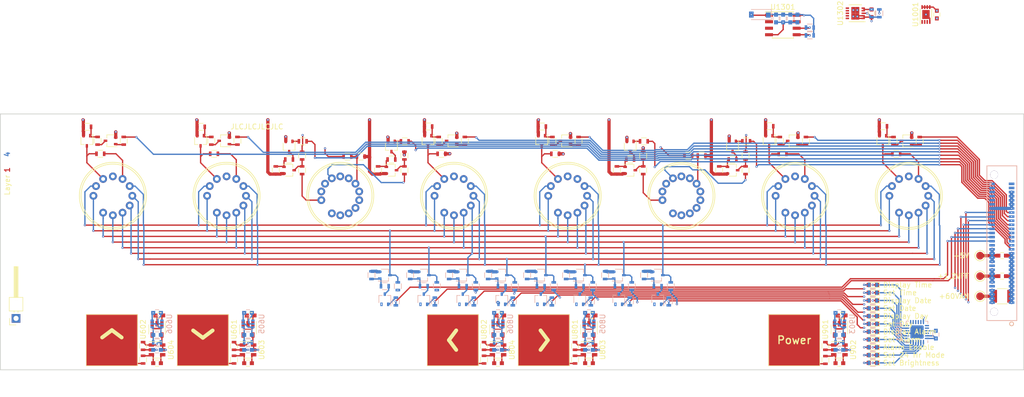
<source format=kicad_pcb>
(kicad_pcb (version 20171130) (host pcbnew "(5.1.4)-1")
  (layers (0 F.Cu mixed) (1 GND mixed) (2 PWR mixed) (31 B.Cu mixed) (34 B.Paste user) (35 F.Paste user) (36 B.SilkS user) (37 F.SilkS user) (38 B.Mask user) (39 F.Mask user) (44 Edge.Cuts user))
  (net 0 "")
  (net 1 GND)
  (net 2 "Net-(C604-Pad1)")
  (net 3 +5V)
  (net 4 "Net-(C804-Pad1)")
  (net 5 +1.2VFF)
  (net 6 +60VAN)
  (net 7 Anode_A_DSP)
  (net 8 Anode_B_DSP)
  (net 9 Anode_C_DSP)
  (net 10 Anode_D_DSP)
  (net 11 Anode_E_DSP)
  (net 12 Anode_F_DSP)
  (net 13 Anode_G_DSP)
  (net 14 Anode_DP_DSP)
  (net 15 Cap_Touch_Left_DSP)
  (net 16 Cap_Touch_Right_DSP)
  (net 17 Cap_Touch_Up_DSP)
  (net 18 Cap_Touch_Down_DSP)
  (net 19 Cap_Touch_Power_DSP)
  (net 20 Grid_0_DSP)
  (net 21 Grid_1_DSP)
  (net 22 Grid_2_DSP)
  (net 23 Grid_3_DSP)
  (net 24 Grid_4_DSP)
  (net 25 Grid_5_DSP)
  (net 26 Colon_0_DSP)
  (net 27 Colon_1_DSP)
  (net 28 I2C_DSP_SCL)
  (net 29 I2C_DSP_SDA)
  (net 30 "Net-(Q201-Pad1)")
  (net 31 Colon_2_DSP)
  (net 32 Colon_3_DSP)
  (net 33 "Net-(J3001-Pad10)")
  (net 34 "Net-(J3001-Pad20)")
  (net 35 "Net-(J3001-Pad30)")
  (net 36 "Net-(C603-Pad1)")
  (net 37 "Net-(C603-Pad2)")
  (net 38 "Net-(C604-Pad2)")
  (net 39 "Net-(C605-Pad1)")
  (net 40 "Net-(C606-Pad1)")
  (net 41 "Net-(C607-Pad1)")
  (net 42 "Net-(C608-Pad1)")
  (net 43 "Net-(C803-Pad1)")
  (net 44 "Net-(C803-Pad2)")
  (net 45 "Net-(C804-Pad2)")
  (net 46 "Net-(C805-Pad1)")
  (net 47 "Net-(C806-Pad1)")
  (net 48 "Net-(C807-Pad1)")
  (net 49 "Net-(C808-Pad1)")
  (net 50 "Net-(C902-Pad2)")
  (net 51 "Net-(C902-Pad1)")
  (net 52 "Net-(C903-Pad1)")
  (net 53 "Net-(C904-Pad1)")
  (net 54 "Net-(C1301-Pad1)")
  (net 55 "Net-(D501-Pad2)")
  (net 56 "Net-(D502-Pad2)")
  (net 57 "Net-(D503-Pad2)")
  (net 58 "Net-(D504-Pad2)")
  (net 59 "Net-(D505-Pad2)")
  (net 60 "Net-(D506-Pad2)")
  (net 61 "Net-(D507-Pad2)")
  (net 62 "Net-(D508-Pad2)")
  (net 63 "Net-(D509-Pad2)")
  (net 64 "Net-(D510-Pad2)")
  (net 65 "Net-(D511-Pad2)")
  (net 66 "Net-(Q201-Pad3)")
  (net 67 "Net-(Q202-Pad3)")
  (net 68 "Net-(Q202-Pad1)")
  (net 69 "Net-(Q203-Pad1)")
  (net 70 Anode_A_VFD)
  (net 71 "Net-(Q204-Pad1)")
  (net 72 Anode_E_VFD)
  (net 73 "Net-(Q205-Pad3)")
  (net 74 "Net-(Q205-Pad1)")
  (net 75 "Net-(Q206-Pad1)")
  (net 76 "Net-(Q206-Pad3)")
  (net 77 "Net-(Q207-Pad1)")
  (net 78 Anode_B_VFD)
  (net 79 Anode_F_VFD)
  (net 80 "Net-(Q208-Pad1)")
  (net 81 "Net-(Q209-Pad1)")
  (net 82 "Net-(Q209-Pad3)")
  (net 83 "Net-(Q210-Pad1)")
  (net 84 "Net-(Q210-Pad3)")
  (net 85 "Net-(Q211-Pad1)")
  (net 86 Anode_C_VFD)
  (net 87 Anode_G_VFD)
  (net 88 "Net-(Q212-Pad1)")
  (net 89 "Net-(Q213-Pad3)")
  (net 90 "Net-(Q213-Pad1)")
  (net 91 "Net-(Q214-Pad1)")
  (net 92 "Net-(Q214-Pad3)")
  (net 93 Anode_D_VFD)
  (net 94 "Net-(Q215-Pad1)")
  (net 95 Anode_DP_VFD)
  (net 96 "Net-(Q216-Pad1)")
  (net 97 "Net-(Q301-Pad3)")
  (net 98 "Net-(Q301-Pad1)")
  (net 99 "Net-(Q302-Pad1)")
  (net 100 "Net-(Q302-Pad3)")
  (net 101 "Net-(Q303-Pad1)")
  (net 102 Grid_0_VFD)
  (net 103 "Net-(Q304-Pad1)")
  (net 104 Grid_3_VFD)
  (net 105 "Net-(Q305-Pad3)")
  (net 106 "Net-(Q305-Pad1)")
  (net 107 "Net-(Q306-Pad3)")
  (net 108 "Net-(Q306-Pad1)")
  (net 109 "Net-(Q307-Pad1)")
  (net 110 Grid_1_VFD)
  (net 111 "Net-(Q308-Pad1)")
  (net 112 Grid_4_VFD)
  (net 113 "Net-(Q309-Pad3)")
  (net 114 "Net-(Q309-Pad1)")
  (net 115 "Net-(Q310-Pad3)")
  (net 116 "Net-(Q310-Pad1)")
  (net 117 "Net-(Q311-Pad1)")
  (net 118 Grid_2_VFD)
  (net 119 "Net-(Q312-Pad1)")
  (net 120 Grid_5_VFD)
  (net 121 "Net-(Q1101-Pad3)")
  (net 122 "Net-(Q1101-Pad1)")
  (net 123 "Net-(Q1102-Pad3)")
  (net 124 "Net-(Q1102-Pad1)")
  (net 125 "Net-(Q1103-Pad3)")
  (net 126 "Net-(Q1103-Pad1)")
  (net 127 "Net-(Q1104-Pad1)")
  (net 128 "Net-(Q1104-Pad3)")
  (net 129 "Net-(Q1105-Pad3)")
  (net 130 "Net-(Q1105-Pad1)")
  (net 131 "Net-(Q1106-Pad3)")
  (net 132 "Net-(Q1106-Pad1)")
  (net 133 "Net-(Q1107-Pad3)")
  (net 134 "Net-(Q1107-Pad1)")
  (net 135 "Net-(Q1108-Pad1)")
  (net 136 "Net-(Q1108-Pad3)")
  (net 137 Display_Time_LED)
  (net 138 Set_Time_LED)
  (net 139 Display_Date_LED)
  (net 140 Set_Date_LED)
  (net 141 Display_Weekday_LED)
  (net 142 Set_Weekday_LED)
  (net 143 Display_Alarm_LED)
  (net 144 Set_Alarm_LED)
  (net 145 Alarm_Enable_LED)
  (net 146 24HR_Mode_LED)
  (net 147 Set_Brightness_LED)
  (net 148 "Net-(R601-Pad1)")
  (net 149 "Net-(R602-Pad1)")
  (net 150 "Net-(R603-Pad1)")
  (net 151 "Net-(R604-Pad1)")
  (net 152 "Net-(R801-Pad1)")
  (net 153 "Net-(R802-Pad1)")
  (net 154 "Net-(R803-Pad1)")
  (net 155 "Net-(R804-Pad1)")
  (net 156 "Net-(R901-Pad1)")
  (net 157 "Net-(R902-Pad1)")
  (net 158 Colon_0_VFD)
  (net 159 "Net-(R1106-Pad2)")
  (net 160 Colon_1_VFD)
  (net 161 "Net-(R1113-Pad2)")
  (net 162 Colon_2_VFD)
  (net 163 Colon_3_VFD)
  (net 164 "Net-(R1301-Pad2)")
  (net 165 "Net-(R1302-Pad2)")
  (net 166 "Net-(R1303-Pad1)")
  (net 167 "Net-(U501-Pad13)")
  (net 168 "Net-(U501-Pad14)")
  (net 169 "Net-(U501-Pad15)")
  (net 170 "Net-(U501-Pad16)")
  (net 171 "Net-(U501-Pad17)")
  (net 172 "Net-(U501-Pad22)")
  (net 173 "Net-(U601-Pad4)")
  (net 174 "Net-(U602-Pad4)")
  (net 175 "Net-(U801-Pad4)")
  (net 176 "Net-(U802-Pad4)")
  (net 177 "Net-(U901-Pad4)")
  (net 178 "Net-(U1001-Pad3)")
  (net 179 "Net-(U1301-Pad2)")
  (net 180 "Net-(U1301-Pad3)")
  (net 181 "Net-(U1301-Pad7)")
  (net 182 "Net-(U1302-Pad6)")
  (net 183 "Net-(VFD1101-Pad2)")
  (net 184 "Net-(VFD1101-Pad3)")
  (net 185 "Net-(VFD1101-Pad4)")
  (net 186 "Net-(VFD1101-Pad5)")
  (net 187 "Net-(VFD1101-Pad6)")
  (net 188 "Net-(VFD1101-Pad9)")
  (net 189 "Net-(VFD1101-Pad11)")
  (net 190 "Net-(VFD1101-Pad12)")
  (net 191 "Net-(VFD1102-Pad12)")
  (net 192 "Net-(VFD1102-Pad11)")
  (net 193 "Net-(VFD1102-Pad9)")
  (net 194 "Net-(VFD1102-Pad6)")
  (net 195 "Net-(VFD1102-Pad5)")
  (net 196 "Net-(VFD1102-Pad4)")
  (net 197 "Net-(VFD1102-Pad3)")
  (net 198 "Net-(VFD1102-Pad2)")
  (module Capacitors_SMD:C_0603 (layer F.Cu) (at 230.124 93.98)
    (fp_text reference C1201 hide)
    (fp_text value 10uF)
    (pad 2 smd rect (at 0.75 0) (size 0.8 0.75) (layers F.Cu F.Paste F.Mask) (net 1 GND))
    (pad 1 smd rect (at -0.75 0) (size 0.8 0.75) (layers F.Cu F.Paste F.Mask) (net 3 +5V))
  )
  (module "Custom Footprints Library:IV-1" (layer F.Cu) (at 167.433222 82.2845 180)
    (fp_text reference VFD1102 hide)
    (fp_text value IV-1)
    (pad 13 thru_hole circle (at 3.70473 -0.84558 60) (size 1.524 1.524) (drill 0.762) (layers *.Cu *.Mask) (net 162 Colon_2_VFD))
    (pad 12 thru_hole circle (at 3.70473 0.84558 60) (size 1.524 1.524) (drill 0.762) (layers *.Cu *.Mask) (net 191 "Net-(VFD1102-Pad12)"))
    (pad 11 thru_hole circle (at 2.97096 2.36926 60) (size 1.524 1.524) (drill 0.762) (layers *.Cu *.Mask) (net 192 "Net-(VFD1102-Pad11)"))
    (pad 10 thru_hole circle (at 1.64876 3.42368 60) (size 1.524 1.524) (drill 0.762) (layers *.Cu *.Mask) (net 163 Colon_3_VFD))
    (pad 9 thru_hole circle (at 0 3.8 60) (size 1.524 1.524) (drill 0.762) (layers *.Cu *.Mask) (net 193 "Net-(VFD1102-Pad9)"))
    (pad 8 thru_hole circle (at -1.64876 3.42368 60) (size 1.524 1.524) (drill 0.762) (layers *.Cu *.Mask) (net 5 +1.2VFF))
    (pad 7 thru_hole circle (at -2.97096 2.36926 60) (size 1.524 1.524) (drill 0.762) (layers *.Cu *.Mask) (net 161 "Net-(R1113-Pad2)"))
    (pad 6 thru_hole circle (at -3.70473 0.84558 60) (size 1.524 1.524) (drill 0.762) (layers *.Cu *.Mask) (net 194 "Net-(VFD1102-Pad6)"))
    (pad 5 thru_hole circle (at -3.70473 -0.84558 60) (size 1.524 1.524) (drill 0.762) (layers *.Cu *.Mask) (net 195 "Net-(VFD1102-Pad5)"))
    (pad 4 thru_hole circle (at -2.97096 -2.36926 60) (size 1.524 1.524) (drill 0.762) (layers *.Cu *.Mask) (net 196 "Net-(VFD1102-Pad4)"))
    (pad 3 thru_hole circle (at -1.64876 -3.42368 60) (size 1.524 1.524) (drill 0.762) (layers *.Cu *.Mask) (net 197 "Net-(VFD1102-Pad3)"))
    (pad 2 thru_hole circle (at 0 -3.8 105) (size 1.524 1.524) (drill 0.762) (layers *.Cu *.Mask) (net 198 "Net-(VFD1102-Pad2)"))
    (pad 1 thru_hole circle (at 1.64876 -3.42368 330) (size 1.524 1.524) (drill 0.762) (layers *.Cu *.Mask) (net 1 GND))
  )
  (module "Custom Footprints Library:IV-1" (layer F.Cu) (at 100.766122 82.2845 180)
    (fp_text reference VFD1101 hide)
    (fp_text value IV-1)
    (pad 13 thru_hole circle (at 3.70473 -0.84558 60) (size 1.524 1.524) (drill 0.762) (layers *.Cu *.Mask) (net 158 Colon_0_VFD))
    (pad 12 thru_hole circle (at 3.70473 0.84558 60) (size 1.524 1.524) (drill 0.762) (layers *.Cu *.Mask) (net 190 "Net-(VFD1101-Pad12)"))
    (pad 11 thru_hole circle (at 2.97096 2.36926 60) (size 1.524 1.524) (drill 0.762) (layers *.Cu *.Mask) (net 189 "Net-(VFD1101-Pad11)"))
    (pad 10 thru_hole circle (at 1.64876 3.42368 60) (size 1.524 1.524) (drill 0.762) (layers *.Cu *.Mask) (net 160 Colon_1_VFD))
    (pad 9 thru_hole circle (at 0 3.8 60) (size 1.524 1.524) (drill 0.762) (layers *.Cu *.Mask) (net 188 "Net-(VFD1101-Pad9)"))
    (pad 8 thru_hole circle (at -1.64876 3.42368 60) (size 1.524 1.524) (drill 0.762) (layers *.Cu *.Mask) (net 5 +1.2VFF))
    (pad 7 thru_hole circle (at -2.97096 2.36926 60) (size 1.524 1.524) (drill 0.762) (layers *.Cu *.Mask) (net 159 "Net-(R1106-Pad2)"))
    (pad 6 thru_hole circle (at -3.70473 0.84558 60) (size 1.524 1.524) (drill 0.762) (layers *.Cu *.Mask) (net 187 "Net-(VFD1101-Pad6)"))
    (pad 5 thru_hole circle (at -3.70473 -0.84558 60) (size 1.524 1.524) (drill 0.762) (layers *.Cu *.Mask) (net 186 "Net-(VFD1101-Pad5)"))
    (pad 4 thru_hole circle (at -2.97096 -2.36926 60) (size 1.524 1.524) (drill 0.762) (layers *.Cu *.Mask) (net 185 "Net-(VFD1101-Pad4)"))
    (pad 3 thru_hole circle (at -1.64876 -3.42368 60) (size 1.524 1.524) (drill 0.762) (layers *.Cu *.Mask) (net 184 "Net-(VFD1101-Pad3)"))
    (pad 2 thru_hole circle (at 0 -3.8 105) (size 1.524 1.524) (drill 0.762) (layers *.Cu *.Mask) (net 183 "Net-(VFD1101-Pad2)"))
    (pad 1 thru_hole circle (at 1.64876 -3.42368 330) (size 1.524 1.524) (drill 0.762) (layers *.Cu *.Mask) (net 1 GND))
  )
  (module "Custom Footprints Library:IV-6" (layer F.Cu) (at 56.3217 82.2845 180)
    (fp_text reference VFD401 hide)
    (fp_text value IV-6)
    (pad 1 thru_hole circle (at 1.9 -3.29 330) (size 1.524 1.524) (drill 0.762) (layers *.Cu *.Mask) (net 78 Anode_B_VFD))
    (pad 2 thru_hole circle (at 0 -3.8 105) (size 1.524 1.524) (drill 0.762) (layers *.Cu *.Mask) (net 70 Anode_A_VFD))
    (pad 3 thru_hole circle (at -1.9 -3.29 60) (size 1.524 1.524) (drill 0.762) (layers *.Cu *.Mask) (net 87 Anode_G_VFD))
    (pad 4 thru_hole circle (at -3.29 -1.9 60) (size 1.524 1.524) (drill 0.762) (layers *.Cu *.Mask) (net 79 Anode_F_VFD))
    (pad 5 thru_hole circle (at -3.8 0 60) (size 1.524 1.524) (drill 0.762) (layers *.Cu *.Mask) (net 72 Anode_E_VFD))
    (pad 6 thru_hole circle (at -3.29 1.9 60) (size 1.524 1.524) (drill 0.762) (layers *.Cu *.Mask) (net 93 Anode_D_VFD))
    (pad 7 thru_hole circle (at -1.9 3.29 60) (size 1.524 1.524) (drill 0.762) (layers *.Cu *.Mask) (net 1 GND))
    (pad 8 thru_hole circle (at 0 3.8 60) (size 1.524 1.524) (drill 0.762) (layers *.Cu *.Mask) (net 5 +1.2VFF))
    (pad 9 thru_hole circle (at 1.9 3.29 60) (size 1.524 1.524) (drill 0.762) (layers *.Cu *.Mask) (net 120 Grid_5_VFD))
    (pad 10 thru_hole circle (at 3.29 1.9 60) (size 1.524 1.524) (drill 0.762) (layers *.Cu *.Mask) (net 86 Anode_C_VFD))
    (pad 11 thru_hole circle (at 3.8 0 60) (size 1.524 1.524) (drill 0.762) (layers *.Cu *.Mask) (net 95 Anode_DP_VFD))
  )
  (module "Custom Footprints Library:IV-6" (layer F.Cu) (at 145.211 82.2845 180)
    (fp_text reference VFD402 hide)
    (fp_text value IV-6)
    (pad 1 thru_hole circle (at 1.9 -3.29 330) (size 1.524 1.524) (drill 0.762) (layers *.Cu *.Mask) (net 78 Anode_B_VFD))
    (pad 2 thru_hole circle (at 0 -3.8 105) (size 1.524 1.524) (drill 0.762) (layers *.Cu *.Mask) (net 70 Anode_A_VFD))
    (pad 3 thru_hole circle (at -1.9 -3.29 60) (size 1.524 1.524) (drill 0.762) (layers *.Cu *.Mask) (net 87 Anode_G_VFD))
    (pad 4 thru_hole circle (at -3.29 -1.9 60) (size 1.524 1.524) (drill 0.762) (layers *.Cu *.Mask) (net 79 Anode_F_VFD))
    (pad 5 thru_hole circle (at -3.8 0 60) (size 1.524 1.524) (drill 0.762) (layers *.Cu *.Mask) (net 72 Anode_E_VFD))
    (pad 6 thru_hole circle (at -3.29 1.9 60) (size 1.524 1.524) (drill 0.762) (layers *.Cu *.Mask) (net 93 Anode_D_VFD))
    (pad 7 thru_hole circle (at -1.9 3.29 60) (size 1.524 1.524) (drill 0.762) (layers *.Cu *.Mask) (net 1 GND))
    (pad 8 thru_hole circle (at 0 3.8 60) (size 1.524 1.524) (drill 0.762) (layers *.Cu *.Mask) (net 5 +1.2VFF))
    (pad 9 thru_hole circle (at 1.9 3.29 60) (size 1.524 1.524) (drill 0.762) (layers *.Cu *.Mask) (net 118 Grid_2_VFD))
    (pad 10 thru_hole circle (at 3.29 1.9 60) (size 1.524 1.524) (drill 0.762) (layers *.Cu *.Mask) (net 86 Anode_C_VFD))
    (pad 11 thru_hole circle (at 3.8 0 60) (size 1.524 1.524) (drill 0.762) (layers *.Cu *.Mask) (net 95 Anode_DP_VFD))
  )
  (module "Custom Footprints Library:IV-6" (layer F.Cu) (at 78.5439 82.2845 180)
    (fp_text reference VFD403 hide)
    (fp_text value IV-6)
    (pad 1 thru_hole circle (at 1.9 -3.29 330) (size 1.524 1.524) (drill 0.762) (layers *.Cu *.Mask) (net 78 Anode_B_VFD))
    (pad 2 thru_hole circle (at 0 -3.8 105) (size 1.524 1.524) (drill 0.762) (layers *.Cu *.Mask) (net 70 Anode_A_VFD))
    (pad 3 thru_hole circle (at -1.9 -3.29 60) (size 1.524 1.524) (drill 0.762) (layers *.Cu *.Mask) (net 87 Anode_G_VFD))
    (pad 4 thru_hole circle (at -3.29 -1.9 60) (size 1.524 1.524) (drill 0.762) (layers *.Cu *.Mask) (net 79 Anode_F_VFD))
    (pad 5 thru_hole circle (at -3.8 0 60) (size 1.524 1.524) (drill 0.762) (layers *.Cu *.Mask) (net 72 Anode_E_VFD))
    (pad 6 thru_hole circle (at -3.29 1.9 60) (size 1.524 1.524) (drill 0.762) (layers *.Cu *.Mask) (net 93 Anode_D_VFD))
    (pad 7 thru_hole circle (at -1.9 3.29 60) (size 1.524 1.524) (drill 0.762) (layers *.Cu *.Mask) (net 1 GND))
    (pad 8 thru_hole circle (at 0 3.8 60) (size 1.524 1.524) (drill 0.762) (layers *.Cu *.Mask) (net 5 +1.2VFF))
    (pad 9 thru_hole circle (at 1.9 3.29 60) (size 1.524 1.524) (drill 0.762) (layers *.Cu *.Mask) (net 112 Grid_4_VFD))
    (pad 10 thru_hole circle (at 3.29 1.9 60) (size 1.524 1.524) (drill 0.762) (layers *.Cu *.Mask) (net 86 Anode_C_VFD))
    (pad 11 thru_hole circle (at 3.8 0 60) (size 1.524 1.524) (drill 0.762) (layers *.Cu *.Mask) (net 95 Anode_DP_VFD))
  )
  (module "Custom Footprints Library:IV-6" (layer F.Cu) (at 189.655 82.2845 180)
    (fp_text reference VFD404 hide)
    (fp_text value IV-6)
    (pad 1 thru_hole circle (at 1.9 -3.29 330) (size 1.524 1.524) (drill 0.762) (layers *.Cu *.Mask) (net 78 Anode_B_VFD))
    (pad 2 thru_hole circle (at 0 -3.8 105) (size 1.524 1.524) (drill 0.762) (layers *.Cu *.Mask) (net 70 Anode_A_VFD))
    (pad 3 thru_hole circle (at -1.9 -3.29 60) (size 1.524 1.524) (drill 0.762) (layers *.Cu *.Mask) (net 87 Anode_G_VFD))
    (pad 4 thru_hole circle (at -3.29 -1.9 60) (size 1.524 1.524) (drill 0.762) (layers *.Cu *.Mask) (net 79 Anode_F_VFD))
    (pad 5 thru_hole circle (at -3.8 0 60) (size 1.524 1.524) (drill 0.762) (layers *.Cu *.Mask) (net 72 Anode_E_VFD))
    (pad 6 thru_hole circle (at -3.29 1.9 60) (size 1.524 1.524) (drill 0.762) (layers *.Cu *.Mask) (net 93 Anode_D_VFD))
    (pad 7 thru_hole circle (at -1.9 3.29 60) (size 1.524 1.524) (drill 0.762) (layers *.Cu *.Mask) (net 1 GND))
    (pad 8 thru_hole circle (at 0 3.8 60) (size 1.524 1.524) (drill 0.762) (layers *.Cu *.Mask) (net 5 +1.2VFF))
    (pad 9 thru_hole circle (at 1.9 3.29 60) (size 1.524 1.524) (drill 0.762) (layers *.Cu *.Mask) (net 110 Grid_1_VFD))
    (pad 10 thru_hole circle (at 3.29 1.9 60) (size 1.524 1.524) (drill 0.762) (layers *.Cu *.Mask) (net 86 Anode_C_VFD))
    (pad 11 thru_hole circle (at 3.8 0 60) (size 1.524 1.524) (drill 0.762) (layers *.Cu *.Mask) (net 95 Anode_DP_VFD))
  )
  (module "Custom Footprints Library:IV-6" (layer F.Cu) (at 122.988 82.2845 180)
    (fp_text reference VFD405 hide)
    (fp_text value IV-6)
    (pad 1 thru_hole circle (at 1.9 -3.29 330) (size 1.524 1.524) (drill 0.762) (layers *.Cu *.Mask) (net 78 Anode_B_VFD))
    (pad 2 thru_hole circle (at 0 -3.8 105) (size 1.524 1.524) (drill 0.762) (layers *.Cu *.Mask) (net 70 Anode_A_VFD))
    (pad 3 thru_hole circle (at -1.9 -3.29 60) (size 1.524 1.524) (drill 0.762) (layers *.Cu *.Mask) (net 87 Anode_G_VFD))
    (pad 4 thru_hole circle (at -3.29 -1.9 60) (size 1.524 1.524) (drill 0.762) (layers *.Cu *.Mask) (net 79 Anode_F_VFD))
    (pad 5 thru_hole circle (at -3.8 0 60) (size 1.524 1.524) (drill 0.762) (layers *.Cu *.Mask) (net 72 Anode_E_VFD))
    (pad 6 thru_hole circle (at -3.29 1.9 60) (size 1.524 1.524) (drill 0.762) (layers *.Cu *.Mask) (net 93 Anode_D_VFD))
    (pad 7 thru_hole circle (at -1.9 3.29 60) (size 1.524 1.524) (drill 0.762) (layers *.Cu *.Mask) (net 1 GND))
    (pad 8 thru_hole circle (at 0 3.8 60) (size 1.524 1.524) (drill 0.762) (layers *.Cu *.Mask) (net 5 +1.2VFF))
    (pad 9 thru_hole circle (at 1.9 3.29 60) (size 1.524 1.524) (drill 0.762) (layers *.Cu *.Mask) (net 104 Grid_3_VFD))
    (pad 10 thru_hole circle (at 3.29 1.9 60) (size 1.524 1.524) (drill 0.762) (layers *.Cu *.Mask) (net 86 Anode_C_VFD))
    (pad 11 thru_hole circle (at 3.8 0 60) (size 1.524 1.524) (drill 0.762) (layers *.Cu *.Mask) (net 95 Anode_DP_VFD))
  )
  (module "Custom Footprints Library:IV-6" (layer F.Cu) (at 211.877 82.2845 180)
    (fp_text reference VFD406 hide)
    (fp_text value IV-6)
    (pad 1 thru_hole circle (at 1.9 -3.29 330) (size 1.524 1.524) (drill 0.762) (layers *.Cu *.Mask) (net 78 Anode_B_VFD))
    (pad 2 thru_hole circle (at 0 -3.8 105) (size 1.524 1.524) (drill 0.762) (layers *.Cu *.Mask) (net 70 Anode_A_VFD))
    (pad 3 thru_hole circle (at -1.9 -3.29 60) (size 1.524 1.524) (drill 0.762) (layers *.Cu *.Mask) (net 87 Anode_G_VFD))
    (pad 4 thru_hole circle (at -3.29 -1.9 60) (size 1.524 1.524) (drill 0.762) (layers *.Cu *.Mask) (net 79 Anode_F_VFD))
    (pad 5 thru_hole circle (at -3.8 0 60) (size 1.524 1.524) (drill 0.762) (layers *.Cu *.Mask) (net 72 Anode_E_VFD))
    (pad 6 thru_hole circle (at -3.29 1.9 60) (size 1.524 1.524) (drill 0.762) (layers *.Cu *.Mask) (net 93 Anode_D_VFD))
    (pad 7 thru_hole circle (at -1.9 3.29 60) (size 1.524 1.524) (drill 0.762) (layers *.Cu *.Mask) (net 1 GND))
    (pad 8 thru_hole circle (at 0 3.8 60) (size 1.524 1.524) (drill 0.762) (layers *.Cu *.Mask) (net 5 +1.2VFF))
    (pad 9 thru_hole circle (at 1.9 3.29 60) (size 1.524 1.524) (drill 0.762) (layers *.Cu *.Mask) (net 102 Grid_0_VFD))
    (pad 10 thru_hole circle (at 3.29 1.9 60) (size 1.524 1.524) (drill 0.762) (layers *.Cu *.Mask) (net 86 Anode_C_VFD))
    (pad 11 thru_hole circle (at 3.8 0 60) (size 1.524 1.524) (drill 0.762) (layers *.Cu *.Mask) (net 95 Anode_DP_VFD))
  )
  (module Package_TO_SOT_SMD:SOT-363_SC-70-6 (layer B.Cu) (at 149.376 107.3115)
    (fp_text reference U805 (at 2.667 0 90) (layer B.SilkS) (effects (justify mirror)))
    (fp_text value 74LVC1G97)
    (pad 1 smd rect (at -0.95 0.65) (size 0.65 0.4) (layers B.Cu B.Paste B.Mask) (net 48 "Net-(C807-Pad1)"))
    (pad 3 smd rect (at -0.95 -0.65) (size 0.65 0.4) (layers B.Cu B.Paste B.Mask) (net 1 GND))
    (pad 5 smd rect (at 0.95 0) (size 0.65 0.4) (layers B.Cu B.Paste B.Mask) (net 3 +5V))
    (pad 2 smd rect (at -0.95 0) (size 0.65 0.4) (layers B.Cu B.Paste B.Mask) (net 1 GND))
    (pad 4 smd rect (at 0.95 -0.65) (size 0.65 0.4) (layers B.Cu B.Paste B.Mask) (net 16 Cap_Touch_Right_DSP))
    (pad 6 smd rect (at 0.95 0.65) (size 0.65 0.4) (layers B.Cu B.Paste B.Mask) (net 1 GND))
  )
  (module Package_TO_SOT_SMD:SOT-23-5 (layer F.Cu) (at 131.596 108.391 270)
    (fp_text reference U802 (at 0 2.7305 90) (layer F.SilkS))
    (fp_text value TLV71333PDBV)
    (pad 1 smd rect (at -1.1 -0.95 270) (size 1.06 0.65) (layers F.Cu F.Paste F.Mask) (net 3 +5V))
    (pad 2 smd rect (at -1.1 0 270) (size 1.06 0.65) (layers F.Cu F.Paste F.Mask) (net 1 GND))
    (pad 3 smd rect (at -1.1 0.95 270) (size 1.06 0.65) (layers F.Cu F.Paste F.Mask) (net 3 +5V))
    (pad 4 smd rect (at 1.1 0.95 270) (size 1.06 0.65) (layers F.Cu F.Paste F.Mask) (net 176 "Net-(U802-Pad4)"))
    (pad 5 smd rect (at 1.1 -0.95 270) (size 1.06 0.65) (layers F.Cu F.Paste F.Mask) (net 47 "Net-(C806-Pad1)"))
  )
  (module TO_SOT_Packages_SMD:SOT-23-6 (layer F.Cu) (at 149.376 112.3915)
    (fp_text reference U803 (at 2.667 0 90) (layer F.SilkS))
    (fp_text value AT42QT1010-TSHR)
    (pad 5 smd rect (at 1.1 0) (size 1.06 0.65) (layers F.Cu F.Paste F.Mask) (net 46 "Net-(C805-Pad1)"))
    (pad 6 smd rect (at 1.1 -0.95) (size 1.06 0.65) (layers F.Cu F.Paste F.Mask) (net 46 "Net-(C805-Pad1)"))
    (pad 4 smd rect (at 1.1 0.95) (size 1.06 0.65) (layers F.Cu F.Paste F.Mask) (net 43 "Net-(C803-Pad1)"))
    (pad 3 smd rect (at -1.1 0.95) (size 1.06 0.65) (layers F.Cu F.Paste F.Mask) (net 44 "Net-(C803-Pad2)"))
    (pad 2 smd rect (at -1.1 0) (size 1.06 0.65) (layers F.Cu F.Paste F.Mask) (net 1 GND))
    (pad 1 smd rect (at -1.1 -0.95) (size 1.06 0.65) (layers F.Cu F.Paste F.Mask) (net 154 "Net-(R803-Pad1)"))
  )
  (module "Custom Footprints Library:Capacitive_Touch_Pad" (layer F.Cu) (at 140.5495 110.4865)
    (fp_text reference SW801 hide)
    (fp_text value Cap_Touch)
    (pad 1 smd rect (at 0 0) (size 10 10) (layers F.Cu) (net 152 "Net-(R801-Pad1)"))
  )
  (module Package_TO_SOT_SMD:SOT-363_SC-70-6 (layer B.Cu) (at 131.596 107.3115)
    (fp_text reference U806 (at 2.413 0 90) (layer B.SilkS) (effects (justify mirror)))
    (fp_text value 74LVC1G97)
    (pad 6 smd rect (at 0.95 0.65) (size 0.65 0.4) (layers B.Cu B.Paste B.Mask) (net 1 GND))
    (pad 4 smd rect (at 0.95 -0.65) (size 0.65 0.4) (layers B.Cu B.Paste B.Mask) (net 15 Cap_Touch_Left_DSP))
    (pad 2 smd rect (at -0.95 0) (size 0.65 0.4) (layers B.Cu B.Paste B.Mask) (net 1 GND))
    (pad 5 smd rect (at 0.95 0) (size 0.65 0.4) (layers B.Cu B.Paste B.Mask) (net 3 +5V))
    (pad 3 smd rect (at -0.95 -0.65) (size 0.65 0.4) (layers B.Cu B.Paste B.Mask) (net 1 GND))
    (pad 1 smd rect (at -0.95 0.65) (size 0.65 0.4) (layers B.Cu B.Paste B.Mask) (net 49 "Net-(C808-Pad1)"))
  )
  (module Package_TO_SOT_SMD:SOT-23-5 (layer F.Cu) (at 149.376 108.391 270)
    (fp_text reference U801 (at 0 2.7305 90) (layer F.SilkS))
    (fp_text value TLV71333PDBV)
    (pad 5 smd rect (at 1.1 -0.95 270) (size 1.06 0.65) (layers F.Cu F.Paste F.Mask) (net 46 "Net-(C805-Pad1)"))
    (pad 4 smd rect (at 1.1 0.95 270) (size 1.06 0.65) (layers F.Cu F.Paste F.Mask) (net 175 "Net-(U801-Pad4)"))
    (pad 3 smd rect (at -1.1 0.95 270) (size 1.06 0.65) (layers F.Cu F.Paste F.Mask) (net 3 +5V))
    (pad 2 smd rect (at -1.1 0 270) (size 1.06 0.65) (layers F.Cu F.Paste F.Mask) (net 1 GND))
    (pad 1 smd rect (at -1.1 -0.95 270) (size 1.06 0.65) (layers F.Cu F.Paste F.Mask) (net 3 +5V))
  )
  (module "Custom Footprints Library:Capacitive_Touch_Pad" (layer F.Cu) (at 122.7695 110.4865)
    (fp_text reference SW802 hide)
    (fp_text value Cap_Touch)
    (pad 1 smd rect (at 0 0) (size 10 10) (layers F.Cu) (net 153 "Net-(R802-Pad1)"))
  )
  (module TO_SOT_Packages_SMD:SOT-23-6 (layer F.Cu) (at 131.596 112.3915)
    (fp_text reference U804 (at 2.7305 0 90) (layer F.SilkS))
    (fp_text value AT42QT1010-TSHR)
    (pad 5 smd rect (at 1.1 0) (size 1.06 0.65) (layers F.Cu F.Paste F.Mask) (net 47 "Net-(C806-Pad1)"))
    (pad 6 smd rect (at 1.1 -0.95) (size 1.06 0.65) (layers F.Cu F.Paste F.Mask) (net 47 "Net-(C806-Pad1)"))
    (pad 4 smd rect (at 1.1 0.95) (size 1.06 0.65) (layers F.Cu F.Paste F.Mask) (net 4 "Net-(C804-Pad1)"))
    (pad 3 smd rect (at -1.1 0.95) (size 1.06 0.65) (layers F.Cu F.Paste F.Mask) (net 45 "Net-(C804-Pad2)"))
    (pad 2 smd rect (at -1.1 0) (size 1.06 0.65) (layers F.Cu F.Paste F.Mask) (net 1 GND))
    (pad 1 smd rect (at -1.1 -0.95) (size 1.06 0.65) (layers F.Cu F.Paste F.Mask) (net 155 "Net-(R804-Pad1)"))
  )
  (module Resistors_SMD:R_0603 (layer F.Cu) (at 128.8655 111.6295 270)
    (fp_text reference R804 hide)
    (fp_text value 10k)
    (pad 2 smd rect (at 0.75 0 270) (size 0.5 0.9) (layers F.Cu F.Paste F.Mask) (net 1 GND))
    (pad 1 smd rect (at -0.75 0 270) (size 0.5 0.9) (layers F.Cu F.Paste F.Mask) (net 155 "Net-(R804-Pad1)"))
  )
  (module Resistors_SMD:R_0603 (layer B.Cu) (at 149.376 110.931)
    (fp_text reference R805 hide)
    (fp_text value 10k)
    (pad 2 smd rect (at 0.75 0) (size 0.5 0.9) (layers B.Cu B.Paste B.Mask) (net 154 "Net-(R803-Pad1)"))
    (pad 1 smd rect (at -0.75 0) (size 0.5 0.9) (layers B.Cu B.Paste B.Mask) (net 48 "Net-(C807-Pad1)"))
  )
  (module Resistors_SMD:R_0603 (layer F.Cu) (at 128.8655 114.2965 90)
    (fp_text reference R802 hide)
    (fp_text value 499)
    (pad 2 smd rect (at 0.75 0 90) (size 0.5 0.9) (layers F.Cu F.Paste F.Mask) (net 45 "Net-(C804-Pad2)"))
    (pad 1 smd rect (at -0.75 0 90) (size 0.5 0.9) (layers F.Cu F.Paste F.Mask) (net 153 "Net-(R802-Pad1)"))
  )
  (module Resistors_SMD:R_0603 (layer F.Cu) (at 146.6455 114.2965 90)
    (fp_text reference R801 hide)
    (fp_text value 499)
    (pad 1 smd rect (at -0.75 0 90) (size 0.5 0.9) (layers F.Cu F.Paste F.Mask) (net 152 "Net-(R801-Pad1)"))
    (pad 2 smd rect (at 0.75 0 90) (size 0.5 0.9) (layers F.Cu F.Paste F.Mask) (net 44 "Net-(C803-Pad2)"))
  )
  (module Resistors_SMD:R_0603 (layer F.Cu) (at 146.6455 111.6295 270)
    (fp_text reference R803 hide)
    (fp_text value 10k)
    (pad 1 smd rect (at -0.75 0 270) (size 0.5 0.9) (layers F.Cu F.Paste F.Mask) (net 154 "Net-(R803-Pad1)"))
    (pad 2 smd rect (at 0.75 0 270) (size 0.5 0.9) (layers F.Cu F.Paste F.Mask) (net 1 GND))
  )
  (module Resistors_SMD:R_0603 (layer B.Cu) (at 131.596 110.931)
    (fp_text reference R806 hide)
    (fp_text value 10k)
    (pad 1 smd rect (at -0.75 0) (size 0.5 0.9) (layers B.Cu B.Paste B.Mask) (net 49 "Net-(C808-Pad1)"))
    (pad 2 smd rect (at 0.75 0) (size 0.5 0.9) (layers B.Cu B.Paste B.Mask) (net 155 "Net-(R804-Pad1)"))
  )
  (module Capacitors_SMD:C_0603 (layer B.Cu) (at 149.376 105.1525 180)
    (fp_text reference C809 hide)
    (fp_text value 0.1uF)
    (pad 1 smd rect (at -0.75 0 180) (size 0.8 0.75) (layers B.Cu B.Paste B.Mask) (net 3 +5V))
    (pad 2 smd rect (at 0.75 0 180) (size 0.8 0.75) (layers B.Cu B.Paste B.Mask) (net 1 GND))
  )
  (module Capacitors_SMD:C_0603 (layer B.Cu) (at 131.596 109.4705)
    (fp_text reference C808 hide)
    (fp_text value 10uF)
    (pad 2 smd rect (at 0.75 0) (size 0.8 0.75) (layers B.Cu B.Paste B.Mask) (net 1 GND))
    (pad 1 smd rect (at -0.75 0) (size 0.8 0.75) (layers B.Cu B.Paste B.Mask) (net 49 "Net-(C808-Pad1)"))
  )
  (module Capacitors_SMD:C_0603 (layer B.Cu) (at 149.376 109.4705)
    (fp_text reference C807 hide)
    (fp_text value 10uF)
    (pad 1 smd rect (at -0.75 0) (size 0.8 0.75) (layers B.Cu B.Paste B.Mask) (net 48 "Net-(C807-Pad1)"))
    (pad 2 smd rect (at 0.75 0) (size 0.8 0.75) (layers B.Cu B.Paste B.Mask) (net 1 GND))
  )
  (module Capacitors_SMD:C_0603 (layer B.Cu) (at 131.596 112.3915 180)
    (fp_text reference C806 hide)
    (fp_text value 0.1uF)
    (pad 1 smd rect (at -0.75 0 180) (size 0.8 0.75) (layers B.Cu B.Paste B.Mask) (net 47 "Net-(C806-Pad1)"))
    (pad 2 smd rect (at 0.75 0 180) (size 0.8 0.75) (layers B.Cu B.Paste B.Mask) (net 1 GND))
  )
  (module Capacitors_SMD:C_0603 (layer B.Cu) (at 131.596 105.1525 180)
    (fp_text reference C810 hide)
    (fp_text value 0.1uF)
    (pad 2 smd rect (at 0.75 0 180) (size 0.8 0.75) (layers B.Cu B.Paste B.Mask) (net 1 GND))
    (pad 1 smd rect (at -0.75 0 180) (size 0.8 0.75) (layers B.Cu B.Paste B.Mask) (net 3 +5V))
  )
  (module Capacitors_SMD:C_0603 (layer F.Cu) (at 131.596 114.995 180)
    (fp_text reference C804 hide)
    (fp_text value 10nF)
    (pad 2 smd rect (at 0.75 0 180) (size 0.8 0.75) (layers F.Cu F.Paste F.Mask) (net 45 "Net-(C804-Pad2)"))
    (pad 1 smd rect (at -0.75 0 180) (size 0.8 0.75) (layers F.Cu F.Paste F.Mask) (net 4 "Net-(C804-Pad1)"))
  )
  (module Capacitors_SMD:C_0603 (layer F.Cu) (at 149.376 114.995 180)
    (fp_text reference C803 hide)
    (fp_text value 10nF)
    (pad 2 smd rect (at 0.75 0 180) (size 0.8 0.75) (layers F.Cu F.Paste F.Mask) (net 44 "Net-(C803-Pad2)"))
    (pad 1 smd rect (at -0.75 0 180) (size 0.8 0.75) (layers F.Cu F.Paste F.Mask) (net 43 "Net-(C803-Pad1)"))
  )
  (module Capacitors_SMD:C_0603 (layer F.Cu) (at 132.0405 105.6605 180)
    (fp_text reference C802 hide)
    (fp_text value 0.1uF)
    (pad 1 smd rect (at -0.75 0 180) (size 0.8 0.75) (layers F.Cu F.Paste F.Mask) (net 3 +5V))
    (pad 2 smd rect (at 0.75 0 180) (size 0.8 0.75) (layers F.Cu F.Paste F.Mask) (net 1 GND))
  )
  (module Capacitors_SMD:C_0603 (layer F.Cu) (at 149.884 105.6605 180)
    (fp_text reference C801 hide)
    (fp_text value 0.1uF)
    (pad 2 smd rect (at 0.75 0 180) (size 0.8 0.75) (layers F.Cu F.Paste F.Mask) (net 1 GND))
    (pad 1 smd rect (at -0.75 0 180) (size 0.8 0.75) (layers F.Cu F.Paste F.Mask) (net 3 +5V))
  )
  (module Capacitors_SMD:C_0603 (layer B.Cu) (at 149.376 112.3915 180)
    (fp_text reference C805 hide)
    (fp_text value 0.1uF)
    (pad 2 smd rect (at 0.75 0 180) (size 0.8 0.75) (layers B.Cu B.Paste B.Mask) (net 1 GND))
    (pad 1 smd rect (at -0.75 0 180) (size 0.8 0.75) (layers B.Cu B.Paste B.Mask) (net 46 "Net-(C805-Pad1)"))
  )
  (module Connector_PinHeader_2.54mm:PinHeader_1x01_P2.54mm_Horizontal (layer F.Cu) (at 37.4015 106.2355 90)
    (fp_text reference TP704 hide)
    (fp_text value TP)
    (pad 1 thru_hole rect (at 0 0 90) (size 1.7 1.7) (drill 1) (layers *.Cu *.Mask) (net 1 GND))
  )
  (module "Custom Footprints Library:Test_Point" (layer F.Cu) (at 225.806 93.98)
    (fp_text reference TP703 hide)
    (fp_text value TP_Pad)
    (pad 1 smd circle (at 0 0) (size 1.5 1.5) (layers F.Cu F.Mask) (net 3 +5V))
  )
  (module "Custom Footprints Library:Test_Point" (layer F.Cu) (at 225.806 97.9805)
    (fp_text reference TP702 hide)
    (fp_text value TP_Pad)
    (pad 1 smd circle (at 0 0) (size 1.5 1.5) (layers F.Cu F.Mask) (net 5 +1.2VFF))
  )
  (module "Custom Footprints Library:Test_Point" (layer F.Cu) (at 225.806 101.9175)
    (fp_text reference TP701 hide)
    (fp_text value TP_Pad)
    (pad 1 smd circle (at 0 0) (size 1.5 1.5) (layers F.Cu F.Mask) (net 6 +60VAN))
  )
  (module MountingHole:MountingHole_3mm (layer F.Cu) (at 38.3408 70.2812)
    (fp_text reference H1401 hide)
    (fp_text value MountingHole)
    (pad 1 np_thru_hole circle (at 0 0) (size 3 3) (drill 3) (layers *.Cu *.Mask))
  )
  (module MountingHole:MountingHole_3mm (layer F.Cu) (at 38.3408 112.2812)
    (fp_text reference H1402 hide)
    (fp_text value MountingHole)
    (pad 1 np_thru_hole circle (at 0 0) (size 3 3) (drill 3) (layers *.Cu *.Mask))
  )
  (module MountingHole:MountingHole_3mm (layer F.Cu) (at 102.3408 70.2812)
    (fp_text reference H1403 hide)
    (fp_text value MountingHole)
    (pad 1 np_thru_hole circle (at 0 0) (size 3 3) (drill 3) (layers *.Cu *.Mask))
  )
  (module MountingHole:MountingHole_3mm (layer F.Cu) (at 102.3408 112.2812)
    (fp_text reference H1404 hide)
    (fp_text value MountingHole)
    (pad 1 np_thru_hole circle (at 0 0) (size 3 3) (drill 3) (layers *.Cu *.Mask))
  )
  (module MountingHole:MountingHole_3mm (layer F.Cu) (at 166.3408 70.2812)
    (fp_text reference H1405 hide)
    (fp_text value MountingHole)
    (pad 1 np_thru_hole circle (at 0 0) (size 3 3) (drill 3) (layers *.Cu *.Mask))
  )
  (module MountingHole:MountingHole_3mm (layer F.Cu) (at 166.3408 112.2812)
    (fp_text reference H1406 hide)
    (fp_text value MountingHole)
    (pad 1 np_thru_hole circle (at 0 0) (size 3 3) (drill 3) (layers *.Cu *.Mask))
  )
  (module MountingHole:MountingHole_3mm (layer F.Cu) (at 230.3408 70.2812)
    (fp_text reference H1407 hide)
    (fp_text value MountingHole)
    (pad 1 np_thru_hole circle (at 0 0) (size 3 3) (drill 3) (layers *.Cu *.Mask))
  )
  (module MountingHole:MountingHole_3mm (layer F.Cu) (at 230.3408 112.2812)
    (fp_text reference H1408 hide)
    (fp_text value MountingHole)
    (pad 1 np_thru_hole circle (at 0 0) (size 3 3) (drill 3) (layers *.Cu *.Mask))
  )
  (module Capacitors_SMD:C_0603 (layer B.Cu) (at 217.17 109.4105 270)
    (fp_text reference C501 hide)
    (fp_text value 0.1uF)
    (pad 2 smd rect (at 0.75 0 270) (size 0.8 0.75) (layers B.Cu B.Paste B.Mask) (net 1 GND))
    (pad 1 smd rect (at -0.75 0 270) (size 0.8 0.75) (layers B.Cu B.Paste B.Mask) (net 3 +5V))
  )
  (module Capacitors_SMD:C_0603 (layer F.Cu) (at 83.247 105.6605 180)
    (fp_text reference C601 hide)
    (fp_text value 0.1uF)
    (pad 1 smd rect (at -0.75 0 180) (size 0.8 0.75) (layers F.Cu F.Paste F.Mask) (net 3 +5V))
    (pad 2 smd rect (at 0.75 0 180) (size 0.8 0.75) (layers F.Cu F.Paste F.Mask) (net 1 GND))
  )
  (module Capacitors_SMD:C_0603 (layer F.Cu) (at 65.4035 105.6605 180)
    (fp_text reference C602 hide)
    (fp_text value 0.1uF)
    (pad 2 smd rect (at 0.75 0 180) (size 0.8 0.75) (layers F.Cu F.Paste F.Mask) (net 1 GND))
    (pad 1 smd rect (at -0.75 0 180) (size 0.8 0.75) (layers F.Cu F.Paste F.Mask) (net 3 +5V))
  )
  (module Capacitors_SMD:C_0603 (layer F.Cu) (at 82.739 114.995 180)
    (fp_text reference C603 hide)
    (fp_text value 10nF)
    (pad 1 smd rect (at -0.75 0 180) (size 0.8 0.75) (layers F.Cu F.Paste F.Mask) (net 36 "Net-(C603-Pad1)"))
    (pad 2 smd rect (at 0.75 0 180) (size 0.8 0.75) (layers F.Cu F.Paste F.Mask) (net 37 "Net-(C603-Pad2)"))
  )
  (module Capacitors_SMD:C_0603 (layer F.Cu) (at 64.959 114.995 180)
    (fp_text reference C604 hide)
    (fp_text value 10nF)
    (pad 1 smd rect (at -0.75 0 180) (size 0.8 0.75) (layers F.Cu F.Paste F.Mask) (net 2 "Net-(C604-Pad1)"))
    (pad 2 smd rect (at 0.75 0 180) (size 0.8 0.75) (layers F.Cu F.Paste F.Mask) (net 38 "Net-(C604-Pad2)"))
  )
  (module Capacitors_SMD:C_0603 (layer B.Cu) (at 82.739 112.3915 180)
    (fp_text reference C605 hide)
    (fp_text value 0.1uF)
    (pad 1 smd rect (at -0.75 0 180) (size 0.8 0.75) (layers B.Cu B.Paste B.Mask) (net 39 "Net-(C605-Pad1)"))
    (pad 2 smd rect (at 0.75 0 180) (size 0.8 0.75) (layers B.Cu B.Paste B.Mask) (net 1 GND))
  )
  (module Capacitors_SMD:C_0603 (layer B.Cu) (at 64.959 112.3915 180)
    (fp_text reference C606 hide)
    (fp_text value 0.1uF)
    (pad 2 smd rect (at 0.75 0 180) (size 0.8 0.75) (layers B.Cu B.Paste B.Mask) (net 1 GND))
    (pad 1 smd rect (at -0.75 0 180) (size 0.8 0.75) (layers B.Cu B.Paste B.Mask) (net 40 "Net-(C606-Pad1)"))
  )
  (module Capacitors_SMD:C_0603 (layer B.Cu) (at 82.739 109.4705)
    (fp_text reference C607 hide)
    (fp_text value 10uF)
    (pad 2 smd rect (at 0.75 0) (size 0.8 0.75) (layers B.Cu B.Paste B.Mask) (net 1 GND))
    (pad 1 smd rect (at -0.75 0) (size 0.8 0.75) (layers B.Cu B.Paste B.Mask) (net 41 "Net-(C607-Pad1)"))
  )
  (module Capacitors_SMD:C_0603 (layer B.Cu) (at 64.959 109.4705)
    (fp_text reference C608 hide)
    (fp_text value 10uF)
    (pad 1 smd rect (at -0.75 0) (size 0.8 0.75) (layers B.Cu B.Paste B.Mask) (net 42 "Net-(C608-Pad1)"))
    (pad 2 smd rect (at 0.75 0) (size 0.8 0.75) (layers B.Cu B.Paste B.Mask) (net 1 GND))
  )
  (module Capacitors_SMD:C_0603 (layer B.Cu) (at 82.739 105.1525 180)
    (fp_text reference C609 hide)
    (fp_text value 0.1uF)
    (pad 2 smd rect (at 0.75 0 180) (size 0.8 0.75) (layers B.Cu B.Paste B.Mask) (net 1 GND))
    (pad 1 smd rect (at -0.75 0 180) (size 0.8 0.75) (layers B.Cu B.Paste B.Mask) (net 3 +5V))
  )
  (module Capacitors_SMD:C_0603 (layer B.Cu) (at 64.959 105.1525 180)
    (fp_text reference C610 hide)
    (fp_text value 0.1uF)
    (pad 1 smd rect (at -0.75 0 180) (size 0.8 0.75) (layers B.Cu B.Paste B.Mask) (net 3 +5V))
    (pad 2 smd rect (at 0.75 0 180) (size 0.8 0.75) (layers B.Cu B.Paste B.Mask) (net 1 GND))
  )
  (module Capacitors_SMD:C_0603 (layer F.Cu) (at 198.7535 105.6605 180)
    (fp_text reference C901 hide)
    (fp_text value 0.1uF)
    (pad 2 smd rect (at 0.75 0 180) (size 0.8 0.75) (layers F.Cu F.Paste F.Mask) (net 1 GND))
    (pad 1 smd rect (at -0.75 0 180) (size 0.8 0.75) (layers F.Cu F.Paste F.Mask) (net 3 +5V))
  )
  (module Capacitors_SMD:C_0603 (layer F.Cu) (at 198.309 114.995 180)
    (fp_text reference C902 hide)
    (fp_text value 10nF)
    (pad 2 smd rect (at 0.75 0 180) (size 0.8 0.75) (layers F.Cu F.Paste F.Mask) (net 50 "Net-(C902-Pad2)"))
    (pad 1 smd rect (at -0.75 0 180) (size 0.8 0.75) (layers F.Cu F.Paste F.Mask) (net 51 "Net-(C902-Pad1)"))
  )
  (module Capacitors_SMD:C_0603 (layer B.Cu) (at 198.309 112.3915 180)
    (fp_text reference C903 hide)
    (fp_text value 0.1uF)
    (pad 2 smd rect (at 0.75 0 180) (size 0.8 0.75) (layers B.Cu B.Paste B.Mask) (net 1 GND))
    (pad 1 smd rect (at -0.75 0 180) (size 0.8 0.75) (layers B.Cu B.Paste B.Mask) (net 52 "Net-(C903-Pad1)"))
  )
  (module Capacitors_SMD:C_0603 (layer B.Cu) (at 198.309 109.4705)
    (fp_text reference C904 hide)
    (fp_text value 10uF)
    (pad 1 smd rect (at -0.75 0) (size 0.8 0.75) (layers B.Cu B.Paste B.Mask) (net 53 "Net-(C904-Pad1)"))
    (pad 2 smd rect (at 0.75 0) (size 0.8 0.75) (layers B.Cu B.Paste B.Mask) (net 1 GND))
  )
  (module Capacitors_SMD:C_0603 (layer B.Cu) (at 198.309 105.1525 180)
    (fp_text reference C905 hide)
    (fp_text value 0.1uF)
    (pad 1 smd rect (at -0.75 0 180) (size 0.8 0.75) (layers B.Cu B.Paste B.Mask) (net 3 +5V))
    (pad 2 smd rect (at 0.75 0 180) (size 0.8 0.75) (layers B.Cu B.Paste B.Mask) (net 1 GND))
  )
  (module Capacitors_SMD:C_0603 (layer F.Cu) (at 217.3605 46.863 270)
    (fp_text reference C1001 hide)
    (fp_text value 0.1uF)
    (pad 1 smd rect (at -0.75 0 270) (size 0.8 0.75) (layers F.Cu F.Paste F.Mask) (net 3 +5V))
    (pad 2 smd rect (at 0.75 0 270) (size 0.8 0.75) (layers F.Cu F.Paste F.Mask) (net 1 GND))
  )
  (module Capacitors_SMD:C_0603 (layer F.Cu) (at 230.124 97.9805)
    (fp_text reference C1202 hide)
    (fp_text value 10uF)
    (pad 1 smd rect (at -0.75 0) (size 0.8 0.75) (layers F.Cu F.Paste F.Mask) (net 5 +1.2VFF))
    (pad 2 smd rect (at 0.75 0) (size 0.8 0.75) (layers F.Cu F.Paste F.Mask) (net 1 GND))
  )
  (module Capacitors_SMD:C_1210 (layer F.Cu) (at 230.124 101.9175)
    (fp_text reference C1203 hide)
    (fp_text value 1uF)
    (pad 1 smd rect (at -1.5 0) (size 1 2.5) (layers F.Cu F.Paste F.Mask) (net 6 +60VAN))
    (pad 2 smd rect (at 1.5 0) (size 1 2.5) (layers F.Cu F.Paste F.Mask) (net 1 GND))
  )
  (module Capacitors_SMD:C_0603 (layer B.Cu) (at 188.722 47.625 270)
    (fp_text reference C1301 hide)
    (fp_text value 10uF)
    (pad 1 smd rect (at -0.75 0 270) (size 0.8 0.75) (layers B.Cu B.Paste B.Mask) (net 54 "Net-(C1301-Pad1)"))
    (pad 2 smd rect (at 0.75 0 270) (size 0.8 0.75) (layers B.Cu B.Paste B.Mask) (net 1 GND))
  )
  (module Capacitors_SMD:C_0603 (layer B.Cu) (at 187.325 47.625 270)
    (fp_text reference C1302 hide)
    (fp_text value 10uF)
    (pad 2 smd rect (at 0.75 0 270) (size 0.8 0.75) (layers B.Cu B.Paste B.Mask) (net 1 GND))
    (pad 1 smd rect (at -0.75 0 270) (size 0.8 0.75) (layers B.Cu B.Paste B.Mask) (net 54 "Net-(C1301-Pad1)"))
  )
  (module Capacitors_SMD:C_0603 (layer B.Cu) (at 185.928 47.625 270)
    (fp_text reference C1303 hide)
    (fp_text value 10uF)
    (pad 2 smd rect (at 0.75 0 270) (size 0.8 0.75) (layers B.Cu B.Paste B.Mask) (net 1 GND))
    (pad 1 smd rect (at -0.75 0 270) (size 0.8 0.75) (layers B.Cu B.Paste B.Mask) (net 54 "Net-(C1301-Pad1)"))
  )
  (module Capacitors_SMD:C_0603 (layer B.Cu) (at 190.119 47.625 270)
    (fp_text reference C1304 hide)
    (fp_text value 0.1uF)
    (pad 1 smd rect (at -0.75 0 270) (size 0.8 0.75) (layers B.Cu B.Paste B.Mask) (net 54 "Net-(C1301-Pad1)"))
    (pad 2 smd rect (at 0.75 0 270) (size 0.8 0.75) (layers B.Cu B.Paste B.Mask) (net 1 GND))
  )
  (module Capacitors_SMD:C_0603 (layer F.Cu) (at 204.597 46.609 270)
    (fp_text reference C1305 hide)
    (fp_text value 0.1uF)
    (pad 2 smd rect (at 0.75 0 270) (size 0.8 0.75) (layers F.Cu F.Paste F.Mask) (net 1 GND))
    (pad 1 smd rect (at -0.75 0 270) (size 0.8 0.75) (layers F.Cu F.Paste F.Mask) (net 3 +5V))
  )
  (module LEDs:LED_0603 (layer F.Cu) (at 204.851 99.695 180)
    (fp_text reference D501 hide)
    (fp_text value Cyan)
    (pad 2 smd rect (at 0.8 0) (size 0.8 0.8) (layers F.Cu F.Paste F.Mask) (net 55 "Net-(D501-Pad2)"))
    (pad 1 smd rect (at -0.8 0) (size 0.8 0.8) (layers F.Cu F.Paste F.Mask) (net 1 GND))
  )
  (module LEDs:LED_0603 (layer F.Cu) (at 204.851 101.219 180)
    (fp_text reference D502 hide)
    (fp_text value Cyan)
    (pad 1 smd rect (at -0.8 0) (size 0.8 0.8) (layers F.Cu F.Paste F.Mask) (net 1 GND))
    (pad 2 smd rect (at 0.8 0) (size 0.8 0.8) (layers F.Cu F.Paste F.Mask) (net 56 "Net-(D502-Pad2)"))
  )
  (module LEDs:LED_0603 (layer F.Cu) (at 204.851 102.743 180)
    (fp_text reference D503 hide)
    (fp_text value Cyan)
    (pad 2 smd rect (at 0.8 0) (size 0.8 0.8) (layers F.Cu F.Paste F.Mask) (net 57 "Net-(D503-Pad2)"))
    (pad 1 smd rect (at -0.8 0) (size 0.8 0.8) (layers F.Cu F.Paste F.Mask) (net 1 GND))
  )
  (module LEDs:LED_0603 (layer F.Cu) (at 204.851 104.267 180)
    (fp_text reference D504 hide)
    (fp_text value Cyan)
    (pad 1 smd rect (at -0.8 0) (size 0.8 0.8) (layers F.Cu F.Paste F.Mask) (net 1 GND))
    (pad 2 smd rect (at 0.8 0) (size 0.8 0.8) (layers F.Cu F.Paste F.Mask) (net 58 "Net-(D504-Pad2)"))
  )
  (module LEDs:LED_0603 (layer F.Cu) (at 204.851 105.791 180)
    (fp_text reference D505 hide)
    (fp_text value Cyan)
    (pad 2 smd rect (at 0.8 0) (size 0.8 0.8) (layers F.Cu F.Paste F.Mask) (net 59 "Net-(D505-Pad2)"))
    (pad 1 smd rect (at -0.8 0) (size 0.8 0.8) (layers F.Cu F.Paste F.Mask) (net 1 GND))
  )
  (module LEDs:LED_0603 (layer F.Cu) (at 204.851 107.315 180)
    (fp_text reference D506 hide)
    (fp_text value Cyan)
    (pad 1 smd rect (at -0.8 0) (size 0.8 0.8) (layers F.Cu F.Paste F.Mask) (net 1 GND))
    (pad 2 smd rect (at 0.8 0) (size 0.8 0.8) (layers F.Cu F.Paste F.Mask) (net 60 "Net-(D506-Pad2)"))
  )
  (module LEDs:LED_0603 (layer F.Cu) (at 204.851 108.839 180)
    (fp_text reference D507 hide)
    (fp_text value Cyan)
    (pad 2 smd rect (at 0.8 0) (size 0.8 0.8) (layers F.Cu F.Paste F.Mask) (net 61 "Net-(D507-Pad2)"))
    (pad 1 smd rect (at -0.8 0) (size 0.8 0.8) (layers F.Cu F.Paste F.Mask) (net 1 GND))
  )
  (module LEDs:LED_0603 (layer F.Cu) (at 204.851 110.363 180)
    (fp_text reference D508 hide)
    (fp_text value Cyan)
    (pad 1 smd rect (at -0.8 0) (size 0.8 0.8) (layers F.Cu F.Paste F.Mask) (net 1 GND))
    (pad 2 smd rect (at 0.8 0) (size 0.8 0.8) (layers F.Cu F.Paste F.Mask) (net 62 "Net-(D508-Pad2)"))
  )
  (module LEDs:LED_0603 (layer F.Cu) (at 204.851 111.887 180)
    (fp_text reference D509 hide)
    (fp_text value Cyan)
    (pad 2 smd rect (at 0.8 0) (size 0.8 0.8) (layers F.Cu F.Paste F.Mask) (net 63 "Net-(D509-Pad2)"))
    (pad 1 smd rect (at -0.8 0) (size 0.8 0.8) (layers F.Cu F.Paste F.Mask) (net 1 GND))
  )
  (module LEDs:LED_0603 (layer F.Cu) (at 204.851 113.411 180)
    (fp_text reference D510 hide)
    (fp_text value Cyan)
    (pad 1 smd rect (at -0.8 0) (size 0.8 0.8) (layers F.Cu F.Paste F.Mask) (net 1 GND))
    (pad 2 smd rect (at 0.8 0) (size 0.8 0.8) (layers F.Cu F.Paste F.Mask) (net 64 "Net-(D510-Pad2)"))
  )
  (module LEDs:LED_0603 (layer F.Cu) (at 204.851 114.935 180)
    (fp_text reference D511 hide)
    (fp_text value Cyan)
    (pad 2 smd rect (at 0.8 0) (size 0.8 0.8) (layers F.Cu F.Paste F.Mask) (net 65 "Net-(D511-Pad2)"))
    (pad 1 smd rect (at -0.8 0) (size 0.8 0.8) (layers F.Cu F.Paste F.Mask) (net 1 GND))
  )
  (module Diode_SMD:D_SOD-123 (layer B.Cu) (at 182.753 46.863 180)
    (fp_text reference D1301 hide)
    (fp_text value MBR0530)
    (pad 1 smd rect (at -1.65 0 180) (size 0.9 1.2) (layers B.Cu B.Paste B.Mask) (net 54 "Net-(C1301-Pad1)"))
    (pad 2 smd rect (at 1.65 0 180) (size 0.9 1.2) (layers B.Cu B.Paste B.Mask) (net 3 +5V))
  )
  (module "Custom Footprints Library:ERM8-030-09.0-L-DV-TR" (layer B.Cu) (at 228.1555 79.9465 90)
    (fp_text reference J3001 hide)
    (fp_text value DSP_IO_Connector hide)
    (fp_text user * (at 0 0 270) (layer B.SilkS) (effects (justify mirror)))
    (pad 62 thru_hole circle (at 1.798501 0.4064 90) (size 1.524 1.524) (drill 1.524) (layers *.Cu *.Mask))
    (pad 61 thru_hole circle (at -24.998499 0.4064 90) (size 1.524 1.524) (drill 1.524) (layers *.Cu *.Mask))
    (pad 60 smd rect (at 0.000001 0 90) (size 0.50038 1.0922) (layers B.Cu B.Paste B.Mask) (net 1 GND))
    (pad 59 smd rect (at 0.000001 3.81 90) (size 0.50038 1.0922) (layers B.Cu B.Paste B.Mask) (net 28 I2C_DSP_SCL))
    (pad 58 smd rect (at -0.8 0 90) (size 0.50038 1.0922) (layers B.Cu B.Paste B.Mask) (net 19 Cap_Touch_Power_DSP))
    (pad 57 smd rect (at -0.8 3.81 90) (size 0.50038 1.0922) (layers B.Cu B.Paste B.Mask) (net 29 I2C_DSP_SDA))
    (pad 56 smd rect (at -1.600001 0 90) (size 0.50038 1.0922) (layers B.Cu B.Paste B.Mask) (net 18 Cap_Touch_Down_DSP))
    (pad 55 smd rect (at -1.600001 3.81 90) (size 0.50038 1.0922) (layers B.Cu B.Paste B.Mask) (net 1 GND))
    (pad 54 smd rect (at -2.4 0 90) (size 0.50038 1.0922) (layers B.Cu B.Paste B.Mask) (net 17 Cap_Touch_Up_DSP))
    (pad 53 smd rect (at -2.4 3.81 90) (size 0.50038 1.0922) (layers B.Cu B.Paste B.Mask) (net 1 GND))
    (pad 52 smd rect (at -3.2 0 90) (size 0.50038 1.0922) (layers B.Cu B.Paste B.Mask) (net 16 Cap_Touch_Right_DSP))
    (pad 51 smd rect (at -3.2 3.81 90) (size 0.50038 1.0922) (layers B.Cu B.Paste B.Mask) (net 1 GND))
    (pad 50 smd rect (at -3.999999 0 90) (size 0.50038 1.0922) (layers B.Cu B.Paste B.Mask) (net 15 Cap_Touch_Left_DSP))
    (pad 49 smd rect (at -3.999999 3.81 90) (size 0.50038 1.0922) (layers B.Cu B.Paste B.Mask) (net 1 GND))
    (pad 48 smd rect (at -4.8 0 90) (size 0.50038 1.0922) (layers B.Cu B.Paste B.Mask) (net 1 GND))
    (pad 47 smd rect (at -4.8 3.81 90) (size 0.50038 1.0922) (layers B.Cu B.Paste B.Mask) (net 1 GND))
    (pad 46 smd rect (at -5.600001 0 90) (size 0.50038 1.0922) (layers B.Cu B.Paste B.Mask) (net 7 Anode_A_DSP))
    (pad 45 smd rect (at -5.600001 3.81 90) (size 0.50038 1.0922) (layers B.Cu B.Paste B.Mask) (net 20 Grid_0_DSP))
    (pad 44 smd rect (at -6.399999 0 90) (size 0.50038 1.0922) (layers B.Cu B.Paste B.Mask) (net 8 Anode_B_DSP))
    (pad 43 smd rect (at -6.399999 3.81 90) (size 0.50038 1.0922) (layers B.Cu B.Paste B.Mask) (net 21 Grid_1_DSP))
    (pad 42 smd rect (at -7.2 0 90) (size 0.50038 1.0922) (layers B.Cu B.Paste B.Mask) (net 9 Anode_C_DSP))
    (pad 41 smd rect (at -7.2 3.81 90) (size 0.50038 1.0922) (layers B.Cu B.Paste B.Mask) (net 22 Grid_2_DSP))
    (pad 40 smd rect (at -7.999999 0 90) (size 0.50038 1.0922) (layers B.Cu B.Paste B.Mask) (net 10 Anode_D_DSP))
    (pad 39 smd rect (at -7.999999 3.81 90) (size 0.50038 1.0922) (layers B.Cu B.Paste B.Mask) (net 23 Grid_3_DSP))
    (pad 38 smd rect (at -8.799999 0 90) (size 0.50038 1.0922) (layers B.Cu B.Paste B.Mask) (net 11 Anode_E_DSP))
    (pad 37 smd rect (at -8.799999 3.81 90) (size 0.50038 1.0922) (layers B.Cu B.Paste B.Mask) (net 24 Grid_4_DSP))
    (pad 36 smd rect (at -9.6 0 90) (size 0.50038 1.0922) (layers B.Cu B.Paste B.Mask) (net 12 Anode_F_DSP))
    (pad 35 smd rect (at -9.6 3.81 90) (size 0.50038 1.0922) (layers B.Cu B.Paste B.Mask) (net 25 Grid_5_DSP))
    (pad 34 smd rect (at -10.399999 0 90) (size 0.50038 1.0922) (layers B.Cu B.Paste B.Mask) (net 13 Anode_G_DSP))
    (pad 33 smd rect (at -10.399999 3.81 90) (size 0.50038 1.0922) (layers B.Cu B.Paste B.Mask) (net 26 Colon_0_DSP))
    (pad 32 smd rect (at -11.2 0 90) (size 0.50038 1.0922) (layers B.Cu B.Paste B.Mask) (net 14 Anode_DP_DSP))
    (pad 31 smd rect (at -11.2 3.81 90) (size 0.50038 1.0922) (layers B.Cu B.Paste B.Mask) (net 27 Colon_1_DSP))
    (pad 30 smd rect (at -11.999998 0 90) (size 0.50038 1.0922) (layers B.Cu B.Paste B.Mask) (net 35 "Net-(J3001-Pad30)"))
    (pad 29 smd rect (at -11.999998 3.81 90) (size 0.50038 1.0922) (layers B.Cu B.Paste B.Mask) (net 31 Colon_2_DSP))
    (pad 28 smd rect (at -12.799999 0 90) (size 0.50038 1.0922) (layers B.Cu B.Paste B.Mask) (net 3 +5V))
    (pad 27 smd rect (at -12.799999 3.81 90) (size 0.50038 1.0922) (layers B.Cu B.Paste B.Mask) (net 32 Colon_3_DSP))
    (pad 26 smd rect (at -13.6 0 90) (size 0.50038 1.0922) (layers B.Cu B.Paste B.Mask) (net 3 +5V))
    (pad 25 smd rect (at -13.6 3.81 90) (size 0.50038 1.0922) (layers B.Cu B.Paste B.Mask) (net 1 GND))
    (pad 24 smd rect (at -14.399998 0 90) (size 0.50038 1.0922) (layers B.Cu B.Paste B.Mask) (net 3 +5V))
    (pad 23 smd rect (at -14.399998 3.81 90) (size 0.50038 1.0922) (layers B.Cu B.Paste B.Mask) (net 1 GND))
    (pad 22 smd rect (at -15.199999 0 90) (size 0.50038 1.0922) (layers B.Cu B.Paste B.Mask) (net 3 +5V))
    (pad 21 smd rect (at -15.199999 3.81 90) (size 0.50038 1.0922) (layers B.Cu B.Paste B.Mask) (net 1 GND))
    (pad 20 smd rect (at -15.999998 0 90) (size 0.50038 1.0922) (layers B.Cu B.Paste B.Mask) (net 34 "Net-(J3001-Pad20)"))
    (pad 19 smd rect (at -15.999998 3.81 90) (size 0.50038 1.0922) (layers B.Cu B.Paste B.Mask) (net 1 GND))
    (pad 18 smd rect (at -16.799999 0 90) (size 0.50038 1.0922) (layers B.Cu B.Paste B.Mask) (net 5 +1.2VFF))
    (pad 17 smd rect (at -16.799999 3.81 90) (size 0.50038 1.0922) (layers B.Cu B.Paste B.Mask) (net 1 GND))
    (pad 16 smd rect (at -17.6 0 90) (size 0.50038 1.0922) (layers B.Cu B.Paste B.Mask) (net 5 +1.2VFF))
    (pad 15 smd rect (at -17.6 3.81 90) (size 0.50038 1.0922) (layers B.Cu B.Paste B.Mask) (net 1 GND))
    (pad 14 smd rect (at -18.399998 0 90) (size 0.50038 1.0922) (layers B.Cu B.Paste B.Mask) (net 5 +1.2VFF))
    (pad 13 smd rect (at -18.399998 3.81 90) (size 0.50038 1.0922) (layers B.Cu B.Paste B.Mask) (net 1 GND))
    (pad 12 smd rect (at -19.199999 0 90) (size 0.50038 1.0922) (layers B.Cu B.Paste B.Mask) (net 5 +1.2VFF))
    (pad 11 smd rect (at -19.199999 3.81 90) (size 0.50038 1.0922) (layers B.Cu B.Paste B.Mask) (net 1 GND))
    (pad 10 smd rect (at -19.999997 0 90) (size 0.50038 1.0922) (layers B.Cu B.Paste B.Mask) (net 33 "Net-(J3001-Pad10)"))
    (pad 9 smd rect (at -19.999997 3.81 90) (size 0.50038 1.0922) (layers B.Cu B.Paste B.Mask) (net 1 GND))
    (pad 8 smd rect (at -20.799998 0 90) (size 0.50038 1.0922) (layers B.Cu B.Paste B.Mask) (net 6 +60VAN))
    (pad 7 smd rect (at -20.799998 3.81 90) (size 0.50038 1.0922) (layers B.Cu B.Paste B.Mask) (net 1 GND))
    (pad 6 smd rect (at -21.599999 0 90) (size 0.50038 1.0922) (layers B.Cu B.Paste B.Mask) (net 6 +60VAN))
    (pad 5 smd rect (at -21.599999 3.81 90) (size 0.50038 1.0922) (layers B.Cu B.Paste B.Mask) (net 1 GND))
    (pad 4 smd rect (at -22.399998 0 90) (size 0.50038 1.0922) (layers B.Cu B.Paste B.Mask) (net 6 +60VAN))
    (pad 3 smd rect (at -22.399998 3.81 90) (size 0.50038 1.0922) (layers B.Cu B.Paste B.Mask) (net 1 GND))
    (pad 2 smd rect (at -23.199999 0 90) (size 0.50038 1.0922) (layers B.Cu B.Paste B.Mask) (net 6 +60VAN))
    (pad 1 smd rect (at -23.199999 3.81 90) (size 0.50038 1.0922) (layers B.Cu B.Paste B.Mask) (net 1 GND))
  )
  (module TO_SOT_Packages_SMD:SOT-323_SC-70 (layer B.Cu) (at 155.194 102.489 90)
    (fp_text reference Q201 hide)
    (fp_text value PMSTA06)
    (pad 1 smd rect (at -1 0.65 180) (size 0.45 0.7) (layers B.Cu B.Paste B.Mask) (net 30 "Net-(Q201-Pad1)"))
    (pad 2 smd rect (at -1 -0.65 180) (size 0.45 0.7) (layers B.Cu B.Paste B.Mask) (net 1 GND))
    (pad 3 smd rect (at 1 0 180) (size 0.45 0.7) (layers B.Cu B.Paste B.Mask) (net 66 "Net-(Q201-Pad3)"))
  )
  (module TO_SOT_Packages_SMD:SOT-323_SC-70 (layer B.Cu) (at 132.334 102.489 90)
    (fp_text reference Q202 hide)
    (fp_text value PMSTA06)
    (pad 3 smd rect (at 1 0 180) (size 0.45 0.7) (layers B.Cu B.Paste B.Mask) (net 67 "Net-(Q202-Pad3)"))
    (pad 2 smd rect (at -1 -0.65 180) (size 0.45 0.7) (layers B.Cu B.Paste B.Mask) (net 1 GND))
    (pad 1 smd rect (at -1 0.65 180) (size 0.45 0.7) (layers B.Cu B.Paste B.Mask) (net 68 "Net-(Q202-Pad1)"))
  )
  (module TO_SOT_Packages_SMD:SOT-323_SC-70 (layer B.Cu) (at 155.194 97.79)
    (fp_text reference Q203 hide)
    (fp_text value BC856W)
    (pad 1 smd rect (at -1 0.65 90) (size 0.45 0.7) (layers B.Cu B.Paste B.Mask) (net 69 "Net-(Q203-Pad1)"))
    (pad 2 smd rect (at -1 -0.65 90) (size 0.45 0.7) (layers B.Cu B.Paste B.Mask) (net 6 +60VAN))
    (pad 3 smd rect (at 1 0 90) (size 0.45 0.7) (layers B.Cu B.Paste B.Mask) (net 70 Anode_A_VFD))
  )
  (module TO_SOT_Packages_SMD:SOT-323_SC-70 (layer B.Cu) (at 132.334 97.79)
    (fp_text reference Q204 hide)
    (fp_text value BC856W)
    (pad 1 smd rect (at -1 0.65 90) (size 0.45 0.7) (layers B.Cu B.Paste B.Mask) (net 71 "Net-(Q204-Pad1)"))
    (pad 2 smd rect (at -1 -0.65 90) (size 0.45 0.7) (layers B.Cu B.Paste B.Mask) (net 6 +60VAN))
    (pad 3 smd rect (at 1 0 90) (size 0.45 0.7) (layers B.Cu B.Paste B.Mask) (net 72 Anode_E_VFD))
  )
  (module TO_SOT_Packages_SMD:SOT-323_SC-70 (layer B.Cu) (at 139.954 102.489 90)
    (fp_text reference Q205 hide)
    (fp_text value PMSTA06)
    (pad 3 smd rect (at 1 0 180) (size 0.45 0.7) (layers B.Cu B.Paste B.Mask) (net 73 "Net-(Q205-Pad3)"))
    (pad 2 smd rect (at -1 -0.65 180) (size 0.45 0.7) (layers B.Cu B.Paste B.Mask) (net 1 GND))
    (pad 1 smd rect (at -1 0.65 180) (size 0.45 0.7) (layers B.Cu B.Paste B.Mask) (net 74 "Net-(Q205-Pad1)"))
  )
  (module TO_SOT_Packages_SMD:SOT-323_SC-70 (layer B.Cu) (at 124.714 102.489 90)
    (fp_text reference Q206 hide)
    (fp_text value PMSTA06)
    (pad 1 smd rect (at -1 0.65 180) (size 0.45 0.7) (layers B.Cu B.Paste B.Mask) (net 75 "Net-(Q206-Pad1)"))
    (pad 2 smd rect (at -1 -0.65 180) (size 0.45 0.7) (layers B.Cu B.Paste B.Mask) (net 1 GND))
    (pad 3 smd rect (at 1 0 180) (size 0.45 0.7) (layers B.Cu B.Paste B.Mask) (net 76 "Net-(Q206-Pad3)"))
  )
  (module TO_SOT_Packages_SMD:SOT-323_SC-70 (layer B.Cu) (at 139.954 97.79)
    (fp_text reference Q207 hide)
    (fp_text value BC856W)
    (pad 1 smd rect (at -1 0.65 90) (size 0.45 0.7) (layers B.Cu B.Paste B.Mask) (net 77 "Net-(Q207-Pad1)"))
    (pad 2 smd rect (at -1 -0.65 90) (size 0.45 0.7) (layers B.Cu B.Paste B.Mask) (net 6 +60VAN))
    (pad 3 smd rect (at 1 0 90) (size 0.45 0.7) (layers B.Cu B.Paste B.Mask) (net 78 Anode_B_VFD))
  )
  (module TO_SOT_Packages_SMD:SOT-323_SC-70 (layer B.Cu) (at 124.714 97.79)
    (fp_text reference Q208 hide)
    (fp_text value BC856W)
    (pad 3 smd rect (at 1 0 90) (size 0.45 0.7) (layers B.Cu B.Paste B.Mask) (net 79 Anode_F_VFD))
    (pad 2 smd rect (at -1 -0.65 90) (size 0.45 0.7) (layers B.Cu B.Paste B.Mask) (net 6 +60VAN))
    (pad 1 smd rect (at -1 0.65 90) (size 0.45 0.7) (layers B.Cu B.Paste B.Mask) (net 80 "Net-(Q208-Pad1)"))
  )
  (module TO_SOT_Packages_SMD:SOT-323_SC-70 (layer B.Cu) (at 162.814 102.489 90)
    (fp_text reference Q209 hide)
    (fp_text value PMSTA06)
    (pad 1 smd rect (at -1 0.65 180) (size 0.45 0.7) (layers B.Cu B.Paste B.Mask) (net 81 "Net-(Q209-Pad1)"))
    (pad 2 smd rect (at -1 -0.65 180) (size 0.45 0.7) (layers B.Cu B.Paste B.Mask) (net 1 GND))
    (pad 3 smd rect (at 1 0 180) (size 0.45 0.7) (layers B.Cu B.Paste B.Mask) (net 82 "Net-(Q209-Pad3)"))
  )
  (module TO_SOT_Packages_SMD:SOT-323_SC-70 (layer B.Cu) (at 117.094 102.489 90)
    (fp_text reference Q210 hide)
    (fp_text value PMSTA06)
    (pad 1 smd rect (at -1 0.65 180) (size 0.45 0.7) (layers B.Cu B.Paste B.Mask) (net 83 "Net-(Q210-Pad1)"))
    (pad 2 smd rect (at -1 -0.65 180) (size 0.45 0.7) (layers B.Cu B.Paste B.Mask) (net 1 GND))
    (pad 3 smd rect (at 1 0 180) (size 0.45 0.7) (layers B.Cu B.Paste B.Mask) (net 84 "Net-(Q210-Pad3)"))
  )
  (module TO_SOT_Packages_SMD:SOT-323_SC-70 (layer B.Cu) (at 162.814 97.79)
    (fp_text reference Q211 hide)
    (fp_text value BC856W)
    (pad 1 smd rect (at -1 0.65 90) (size 0.45 0.7) (layers B.Cu B.Paste B.Mask) (net 85 "Net-(Q211-Pad1)"))
    (pad 2 smd rect (at -1 -0.65 90) (size 0.45 0.7) (layers B.Cu B.Paste B.Mask) (net 6 +60VAN))
    (pad 3 smd rect (at 1 0 90) (size 0.45 0.7) (layers B.Cu B.Paste B.Mask) (net 86 Anode_C_VFD))
  )
  (module TO_SOT_Packages_SMD:SOT-323_SC-70 (layer B.Cu) (at 117.094 97.79)
    (fp_text reference Q212 hide)
    (fp_text value BC856W)
    (pad 3 smd rect (at 1 0 90) (size 0.45 0.7) (layers B.Cu B.Paste B.Mask) (net 87 Anode_G_VFD))
    (pad 2 smd rect (at -1 -0.65 90) (size 0.45 0.7) (layers B.Cu B.Paste B.Mask) (net 6 +60VAN))
    (pad 1 smd rect (at -1 0.65 90) (size 0.45 0.7) (layers B.Cu B.Paste B.Mask) (net 88 "Net-(Q212-Pad1)"))
  )
  (module TO_SOT_Packages_SMD:SOT-323_SC-70 (layer B.Cu) (at 147.574 102.489 90)
    (fp_text reference Q213 hide)
    (fp_text value PMSTA06)
    (pad 3 smd rect (at 1 0 180) (size 0.45 0.7) (layers B.Cu B.Paste B.Mask) (net 89 "Net-(Q213-Pad3)"))
    (pad 2 smd rect (at -1 -0.65 180) (size 0.45 0.7) (layers B.Cu B.Paste B.Mask) (net 1 GND))
    (pad 1 smd rect (at -1 0.65 180) (size 0.45 0.7) (layers B.Cu B.Paste B.Mask) (net 90 "Net-(Q213-Pad1)"))
  )
  (module TO_SOT_Packages_SMD:SOT-323_SC-70 (layer B.Cu) (at 109.474 102.489 90)
    (fp_text reference Q214 hide)
    (fp_text value PMSTA06)
    (pad 1 smd rect (at -1 0.65 180) (size 0.45 0.7) (layers B.Cu B.Paste B.Mask) (net 91 "Net-(Q214-Pad1)"))
    (pad 2 smd rect (at -1 -0.65 180) (size 0.45 0.7) (layers B.Cu B.Paste B.Mask) (net 1 GND))
    (pad 3 smd rect (at 1 0 180) (size 0.45 0.7) (layers B.Cu B.Paste B.Mask) (net 92 "Net-(Q214-Pad3)"))
  )
  (module TO_SOT_Packages_SMD:SOT-323_SC-70 (layer B.Cu) (at 147.574 97.79)
    (fp_text reference Q215 hide)
    (fp_text value BC856W)
    (pad 3 smd rect (at 1 0 90) (size 0.45 0.7) (layers B.Cu B.Paste B.Mask) (net 93 Anode_D_VFD))
    (pad 2 smd rect (at -1 -0.65 90) (size 0.45 0.7) (layers B.Cu B.Paste B.Mask) (net 6 +60VAN))
    (pad 1 smd rect (at -1 0.65 90) (size 0.45 0.7) (layers B.Cu B.Paste B.Mask) (net 94 "Net-(Q215-Pad1)"))
  )
  (module TO_SOT_Packages_SMD:SOT-323_SC-70 (layer B.Cu) (at 109.474 97.79)
    (fp_text reference Q216 hide)
    (fp_text value BC856W)
    (pad 3 smd rect (at 1 0 90) (size 0.45 0.7) (layers B.Cu B.Paste B.Mask) (net 95 Anode_DP_VFD))
    (pad 2 smd rect (at -1 -0.65 90) (size 0.45 0.7) (layers B.Cu B.Paste B.Mask) (net 6 +60VAN))
    (pad 1 smd rect (at -1 0.65 90) (size 0.45 0.7) (layers B.Cu B.Paste B.Mask) (net 96 "Net-(Q216-Pad1)"))
  )
  (module TO_SOT_Packages_SMD:SOT-323_SC-70 (layer F.Cu) (at 55.8802 71.5263 180)
    (fp_text reference Q301 hide)
    (fp_text value PMSTA06)
    (pad 3 smd rect (at 1 0 90) (size 0.45 0.7) (layers F.Cu F.Paste F.Mask) (net 97 "Net-(Q301-Pad3)"))
    (pad 2 smd rect (at -1 0.65 90) (size 0.45 0.7) (layers F.Cu F.Paste F.Mask) (net 1 GND))
    (pad 1 smd rect (at -1 -0.65 90) (size 0.45 0.7) (layers F.Cu F.Paste F.Mask) (net 98 "Net-(Q301-Pad1)"))
  )
  (module TO_SOT_Packages_SMD:SOT-323_SC-70 (layer F.Cu) (at 144.7695 71.537 180)
    (fp_text reference Q302 hide)
    (fp_text value PMSTA06)
    (pad 1 smd rect (at -1 -0.65 90) (size 0.45 0.7) (layers F.Cu F.Paste F.Mask) (net 99 "Net-(Q302-Pad1)"))
    (pad 2 smd rect (at -1 0.65 90) (size 0.45 0.7) (layers F.Cu F.Paste F.Mask) (net 1 GND))
    (pad 3 smd rect (at 1 0 90) (size 0.45 0.7) (layers F.Cu F.Paste F.Mask) (net 100 "Net-(Q302-Pad3)"))
  )
  (module TO_SOT_Packages_SMD:SOT-323_SC-70 (layer F.Cu) (at 51.2447 71.5263 270)
    (fp_text reference Q303 hide)
    (fp_text value BC856W)
    (pad 1 smd rect (at -1 -0.65 180) (size 0.45 0.7) (layers F.Cu F.Paste F.Mask) (net 101 "Net-(Q303-Pad1)"))
    (pad 2 smd rect (at -1 0.65 180) (size 0.45 0.7) (layers F.Cu F.Paste F.Mask) (net 6 +60VAN))
    (pad 3 smd rect (at 1 0 180) (size 0.45 0.7) (layers F.Cu F.Paste F.Mask) (net 120 Grid_5_VFD))
  )
  (module TO_SOT_Packages_SMD:SOT-323_SC-70 (layer F.Cu) (at 140.134 71.537 270)
    (fp_text reference Q304 hide)
    (fp_text value BC856W)
    (pad 1 smd rect (at -1 -0.65 180) (size 0.45 0.7) (layers F.Cu F.Paste F.Mask) (net 103 "Net-(Q304-Pad1)"))
    (pad 2 smd rect (at -1 0.65 180) (size 0.45 0.7) (layers F.Cu F.Paste F.Mask) (net 6 +60VAN))
    (pad 3 smd rect (at 1 0 180) (size 0.45 0.7) (layers F.Cu F.Paste F.Mask) (net 118 Grid_2_VFD))
  )
  (module TO_SOT_Packages_SMD:SOT-323_SC-70 (layer F.Cu) (at 78.1024 71.5291 180)
    (fp_text reference Q305 hide)
    (fp_text value PMSTA06)
    (pad 3 smd rect (at 1 0 90) (size 0.45 0.7) (layers F.Cu F.Paste F.Mask) (net 105 "Net-(Q305-Pad3)"))
    (pad 2 smd rect (at -1 0.65 90) (size 0.45 0.7) (layers F.Cu F.Paste F.Mask) (net 1 GND))
    (pad 1 smd rect (at -1 -0.65 90) (size 0.45 0.7) (layers F.Cu F.Paste F.Mask) (net 106 "Net-(Q305-Pad1)"))
  )
  (module TO_SOT_Packages_SMD:SOT-323_SC-70 (layer F.Cu) (at 189.2135 71.543 180)
    (fp_text reference Q306 hide)
    (fp_text value PMSTA06)
    (pad 3 smd rect (at 1 0 90) (size 0.45 0.7) (layers F.Cu F.Paste F.Mask) (net 107 "Net-(Q306-Pad3)"))
    (pad 2 smd rect (at -1 0.65 90) (size 0.45 0.7) (layers F.Cu F.Paste F.Mask) (net 1 GND))
    (pad 1 smd rect (at -1 -0.65 90) (size 0.45 0.7) (layers F.Cu F.Paste F.Mask) (net 108 "Net-(Q306-Pad1)"))
  )
  (module TO_SOT_Packages_SMD:SOT-323_SC-70 (layer F.Cu) (at 73.4669 71.5291 270)
    (fp_text reference Q307 hide)
    (fp_text value BC856W)
    (pad 1 smd rect (at -1 -0.65 180) (size 0.45 0.7) (layers F.Cu F.Paste F.Mask) (net 109 "Net-(Q307-Pad1)"))
    (pad 2 smd rect (at -1 0.65 180) (size 0.45 0.7) (layers F.Cu F.Paste F.Mask) (net 6 +60VAN))
    (pad 3 smd rect (at 1 0 180) (size 0.45 0.7) (layers F.Cu F.Paste F.Mask) (net 112 Grid_4_VFD))
  )
  (module TO_SOT_Packages_SMD:SOT-323_SC-70 (layer F.Cu) (at 184.578 71.543 270)
    (fp_text reference Q308 hide)
    (fp_text value BC856W)
    (pad 1 smd rect (at -1 -0.65 180) (size 0.45 0.7) (layers F.Cu F.Paste F.Mask) (net 111 "Net-(Q308-Pad1)"))
    (pad 2 smd rect (at -1 0.65 180) (size 0.45 0.7) (layers F.Cu F.Paste F.Mask) (net 6 +60VAN))
    (pad 3 smd rect (at 1 0 180) (size 0.45 0.7) (layers F.Cu F.Paste F.Mask) (net 110 Grid_1_VFD))
  )
  (module TO_SOT_Packages_SMD:SOT-323_SC-70 (layer F.Cu) (at 122.5465 71.535 180)
    (fp_text reference Q309 hide)
    (fp_text value PMSTA06)
    (pad 3 smd rect (at 1 0 90) (size 0.45 0.7) (layers F.Cu F.Paste F.Mask) (net 113 "Net-(Q309-Pad3)"))
    (pad 2 smd rect (at -1 0.65 90) (size 0.45 0.7) (layers F.Cu F.Paste F.Mask) (net 1 GND))
    (pad 1 smd rect (at -1 -0.65 90) (size 0.45 0.7) (layers F.Cu F.Paste F.Mask) (net 114 "Net-(Q309-Pad1)"))
  )
  (module TO_SOT_Packages_SMD:SOT-323_SC-70 (layer F.Cu) (at 211.4365 71.5455 180)
    (fp_text reference Q310 hide)
    (fp_text value PMSTA06)
    (pad 3 smd rect (at 1 0 90) (size 0.45 0.7) (layers F.Cu F.Paste F.Mask) (net 115 "Net-(Q310-Pad3)"))
    (pad 2 smd rect (at -1 0.65 90) (size 0.45 0.7) (layers F.Cu F.Paste F.Mask) (net 1 GND))
    (pad 1 smd rect (at -1 -0.65 90) (size 0.45 0.7) (layers F.Cu F.Paste F.Mask) (net 116 "Net-(Q310-Pad1)"))
  )
  (module TO_SOT_Packages_SMD:SOT-323_SC-70 (layer F.Cu) (at 117.911 71.535 270)
    (fp_text reference Q311 hide)
    (fp_text value BC856W)
    (pad 1 smd rect (at -1 -0.65 180) (size 0.45 0.7) (layers F.Cu F.Paste F.Mask) (net 117 "Net-(Q311-Pad1)"))
    (pad 2 smd rect (at -1 0.65 180) (size 0.45 0.7) (layers F.Cu F.Paste F.Mask) (net 6 +60VAN))
    (pad 3 smd rect (at 1 0 180) (size 0.45 0.7) (layers F.Cu F.Paste F.Mask) (net 104 Grid_3_VFD))
  )
  (module TO_SOT_Packages_SMD:SOT-323_SC-70 (layer F.Cu) (at 206.801 71.5455 270)
    (fp_text reference Q312 hide)
    (fp_text value BC856W)
    (pad 1 smd rect (at -1 -0.65 180) (size 0.45 0.7) (layers F.Cu F.Paste F.Mask) (net 119 "Net-(Q312-Pad1)"))
    (pad 2 smd rect (at -1 0.65 180) (size 0.45 0.7) (layers F.Cu F.Paste F.Mask) (net 6 +60VAN))
    (pad 3 smd rect (at 1 0 180) (size 0.45 0.7) (layers F.Cu F.Paste F.Mask) (net 102 Grid_0_VFD))
  )
  (module TO_SOT_Packages_SMD:SOT-323_SC-70 (layer F.Cu) (at 90.766122 72.649 270)
    (fp_text reference Q1101 hide)
    (fp_text value PMSTA06)
    (pad 3 smd rect (at 1 0 180) (size 0.45 0.7) (layers F.Cu F.Paste F.Mask) (net 121 "Net-(Q1101-Pad3)"))
    (pad 2 smd rect (at -1 0.65 180) (size 0.45 0.7) (layers F.Cu F.Paste F.Mask) (net 1 GND))
    (pad 1 smd rect (at -1 -0.65 180) (size 0.45 0.7) (layers F.Cu F.Paste F.Mask) (net 122 "Net-(Q1101-Pad1)"))
  )
  (module TO_SOT_Packages_SMD:SOT-323_SC-70 (layer F.Cu) (at 90.766122 77.2845)
    (fp_text reference Q1102 hide)
    (fp_text value BC856W)
    (pad 3 smd rect (at 1 0 270) (size 0.45 0.7) (layers F.Cu F.Paste F.Mask) (net 123 "Net-(Q1102-Pad3)"))
    (pad 2 smd rect (at -1 0.65 270) (size 0.45 0.7) (layers F.Cu F.Paste F.Mask) (net 6 +60VAN))
    (pad 1 smd rect (at -1 -0.65 270) (size 0.45 0.7) (layers F.Cu F.Paste F.Mask) (net 124 "Net-(Q1102-Pad1)"))
  )
  (module TO_SOT_Packages_SMD:SOT-323_SC-70 (layer F.Cu) (at 110.766122 72.649 270)
    (fp_text reference Q1103 hide)
    (fp_text value PMSTA06)
    (pad 3 smd rect (at 1 0 180) (size 0.45 0.7) (layers F.Cu F.Paste F.Mask) (net 125 "Net-(Q1103-Pad3)"))
    (pad 2 smd rect (at -1 0.65 180) (size 0.45 0.7) (layers F.Cu F.Paste F.Mask) (net 1 GND))
    (pad 1 smd rect (at -1 -0.65 180) (size 0.45 0.7) (layers F.Cu F.Paste F.Mask) (net 126 "Net-(Q1103-Pad1)"))
  )
  (module TO_SOT_Packages_SMD:SOT-323_SC-70 (layer F.Cu) (at 110.766122 77.2845)
    (fp_text reference Q1104 hide)
    (fp_text value BC856W)
    (pad 1 smd rect (at -1 -0.65 270) (size 0.45 0.7) (layers F.Cu F.Paste F.Mask) (net 127 "Net-(Q1104-Pad1)"))
    (pad 2 smd rect (at -1 0.65 270) (size 0.45 0.7) (layers F.Cu F.Paste F.Mask) (net 6 +60VAN))
    (pad 3 smd rect (at 1 0 270) (size 0.45 0.7) (layers F.Cu F.Paste F.Mask) (net 128 "Net-(Q1104-Pad3)"))
  )
  (module TO_SOT_Packages_SMD:SOT-323_SC-70 (layer F.Cu) (at 157.433222 72.649 270)
    (fp_text reference Q1105 hide)
    (fp_text value PMSTA06)
    (pad 3 smd rect (at 1 0 180) (size 0.45 0.7) (layers F.Cu F.Paste F.Mask) (net 129 "Net-(Q1105-Pad3)"))
    (pad 2 smd rect (at -1 0.65 180) (size 0.45 0.7) (layers F.Cu F.Paste F.Mask) (net 1 GND))
    (pad 1 smd rect (at -1 -0.65 180) (size 0.45 0.7) (layers F.Cu F.Paste F.Mask) (net 130 "Net-(Q1105-Pad1)"))
  )
  (module TO_SOT_Packages_SMD:SOT-323_SC-70 (layer F.Cu) (at 157.433222 77.2845)
    (fp_text reference Q1106 hide)
    (fp_text value BC856W)
    (pad 3 smd rect (at 1 0 270) (size 0.45 0.7) (layers F.Cu F.Paste F.Mask) (net 131 "Net-(Q1106-Pad3)"))
    (pad 2 smd rect (at -1 0.65 270) (size 0.45 0.7) (layers F.Cu F.Paste F.Mask) (net 6 +60VAN))
    (pad 1 smd rect (at -1 -0.65 270) (size 0.45 0.7) (layers F.Cu F.Paste F.Mask) (net 132 "Net-(Q1106-Pad1)"))
  )
  (module TO_SOT_Packages_SMD:SOT-323_SC-70 (layer F.Cu) (at 177.433222 72.649 270)
    (fp_text reference Q1107 hide)
    (fp_text value PMSTA06)
    (pad 3 smd rect (at 1 0 180) (size 0.45 0.7) (layers F.Cu F.Paste F.Mask) (net 133 "Net-(Q1107-Pad3)"))
    (pad 2 smd rect (at -1 0.65 180) (size 0.45 0.7) (layers F.Cu F.Paste F.Mask) (net 1 GND))
    (pad 1 smd rect (at -1 -0.65 180) (size 0.45 0.7) (layers F.Cu F.Paste F.Mask) (net 134 "Net-(Q1107-Pad1)"))
  )
  (module TO_SOT_Packages_SMD:SOT-323_SC-70 (layer F.Cu) (at 177.433222 77.2845)
    (fp_text reference Q1108 hide)
    (fp_text value BC856W)
    (pad 1 smd rect (at -1 -0.65 270) (size 0.45 0.7) (layers F.Cu F.Paste F.Mask) (net 135 "Net-(Q1108-Pad1)"))
    (pad 2 smd rect (at -1 0.65 270) (size 0.45 0.7) (layers F.Cu F.Paste F.Mask) (net 6 +60VAN))
    (pad 3 smd rect (at 1 0 270) (size 0.45 0.7) (layers F.Cu F.Paste F.Mask) (net 136 "Net-(Q1108-Pad3)"))
  )
  (module Resistors_SMD:R_0603 (layer B.Cu) (at 157.353 102.9335 90)
    (fp_text reference R201 hide)
    (fp_text value 10k)
    (pad 2 smd rect (at 0.75 0 90) (size 0.5 0.9) (layers B.Cu B.Paste B.Mask) (net 30 "Net-(Q201-Pad1)"))
    (pad 1 smd rect (at -0.75 0 90) (size 0.5 0.9) (layers B.Cu B.Paste B.Mask) (net 7 Anode_A_DSP))
  )
  (module Resistors_SMD:R_0603 (layer B.Cu) (at 134.493 102.9335 90)
    (fp_text reference R202 hide)
    (fp_text value 10k)
    (pad 2 smd rect (at 0.75 0 90) (size 0.5 0.9) (layers B.Cu B.Paste B.Mask) (net 68 "Net-(Q202-Pad1)"))
    (pad 1 smd rect (at -0.75 0 90) (size 0.5 0.9) (layers B.Cu B.Paste B.Mask) (net 11 Anode_E_DSP))
  )
  (module Resistors_SMD:R_0603 (layer B.Cu) (at 152.527 97.79 270)
    (fp_text reference R203 hide)
    (fp_text value 220k)
    (pad 1 smd rect (at -0.75 0 270) (size 0.5 0.9) (layers B.Cu B.Paste B.Mask) (net 6 +60VAN))
    (pad 2 smd rect (at 0.75 0 270) (size 0.5 0.9) (layers B.Cu B.Paste B.Mask) (net 69 "Net-(Q203-Pad1)"))
  )
  (module Resistors_SMD:R_0603 (layer B.Cu) (at 155.194 99.949)
    (fp_text reference R204 hide)
    (fp_text value 68k)
    (pad 1 smd rect (at -0.75 0) (size 0.5 0.9) (layers B.Cu B.Paste B.Mask) (net 69 "Net-(Q203-Pad1)"))
    (pad 2 smd rect (at 0.75 0) (size 0.5 0.9) (layers B.Cu B.Paste B.Mask) (net 66 "Net-(Q201-Pad3)"))
  )
  (module Resistors_SMD:R_0603 (layer B.Cu) (at 129.667 97.79 270)
    (fp_text reference R205 hide)
    (fp_text value 220k)
    (pad 1 smd rect (at -0.75 0 270) (size 0.5 0.9) (layers B.Cu B.Paste B.Mask) (net 6 +60VAN))
    (pad 2 smd rect (at 0.75 0 270) (size 0.5 0.9) (layers B.Cu B.Paste B.Mask) (net 71 "Net-(Q204-Pad1)"))
  )
  (module Resistors_SMD:R_0603 (layer B.Cu) (at 132.334 99.949)
    (fp_text reference R206 hide)
    (fp_text value 68k)
    (pad 1 smd rect (at -0.75 0) (size 0.5 0.9) (layers B.Cu B.Paste B.Mask) (net 71 "Net-(Q204-Pad1)"))
    (pad 2 smd rect (at 0.75 0) (size 0.5 0.9) (layers B.Cu B.Paste B.Mask) (net 67 "Net-(Q202-Pad3)"))
  )
  (module Resistors_SMD:R_0603 (layer B.Cu) (at 157.734 99.949 270)
    (fp_text reference R207 hide)
    (fp_text value 100k)
    (pad 2 smd rect (at 0.75 0 270) (size 0.5 0.9) (layers B.Cu B.Paste B.Mask) (net 1 GND))
    (pad 1 smd rect (at -0.75 0 270) (size 0.5 0.9) (layers B.Cu B.Paste B.Mask) (net 70 Anode_A_VFD))
  )
  (module Resistors_SMD:R_0603 (layer B.Cu) (at 134.874 99.949 270)
    (fp_text reference R208 hide)
    (fp_text value 100k)
    (pad 2 smd rect (at 0.75 0 270) (size 0.5 0.9) (layers B.Cu B.Paste B.Mask) (net 1 GND))
    (pad 1 smd rect (at -0.75 0 270) (size 0.5 0.9) (layers B.Cu B.Paste B.Mask) (net 72 Anode_E_VFD))
  )
  (module Resistors_SMD:R_0603 (layer B.Cu) (at 142.113 102.9335 90)
    (fp_text reference R209 hide)
    (fp_text value 10k)
    (pad 2 smd rect (at 0.75 0 90) (size 0.5 0.9) (layers B.Cu B.Paste B.Mask) (net 74 "Net-(Q205-Pad1)"))
    (pad 1 smd rect (at -0.75 0 90) (size 0.5 0.9) (layers B.Cu B.Paste B.Mask) (net 8 Anode_B_DSP))
  )
  (module Resistors_SMD:R_0603 (layer B.Cu) (at 126.873 102.9335 90)
    (fp_text reference R210 hide)
    (fp_text value 10k)
    (pad 1 smd rect (at -0.75 0 90) (size 0.5 0.9) (layers B.Cu B.Paste B.Mask) (net 12 Anode_F_DSP))
    (pad 2 smd rect (at 0.75 0 90) (size 0.5 0.9) (layers B.Cu B.Paste B.Mask) (net 75 "Net-(Q206-Pad1)"))
  )
  (module Resistors_SMD:R_0603 (layer B.Cu) (at 137.287 97.79 270)
    (fp_text reference R211 hide)
    (fp_text value 220k)
    (pad 1 smd rect (at -0.75 0 270) (size 0.5 0.9) (layers B.Cu B.Paste B.Mask) (net 6 +60VAN))
    (pad 2 smd rect (at 0.75 0 270) (size 0.5 0.9) (layers B.Cu B.Paste B.Mask) (net 77 "Net-(Q207-Pad1)"))
  )
  (module Resistors_SMD:R_0603 (layer B.Cu) (at 139.954 99.949)
    (fp_text reference R212 hide)
    (fp_text value 68k)
    (pad 2 smd rect (at 0.75 0) (size 0.5 0.9) (layers B.Cu B.Paste B.Mask) (net 73 "Net-(Q205-Pad3)"))
    (pad 1 smd rect (at -0.75 0) (size 0.5 0.9) (layers B.Cu B.Paste B.Mask) (net 77 "Net-(Q207-Pad1)"))
  )
  (module Resistors_SMD:R_0603 (layer B.Cu) (at 122.047 97.79 270)
    (fp_text reference R213 hide)
    (fp_text value 220k)
    (pad 2 smd rect (at 0.75 0 270) (size 0.5 0.9) (layers B.Cu B.Paste B.Mask) (net 80 "Net-(Q208-Pad1)"))
    (pad 1 smd rect (at -0.75 0 270) (size 0.5 0.9) (layers B.Cu B.Paste B.Mask) (net 6 +60VAN))
  )
  (module Resistors_SMD:R_0603 (layer B.Cu) (at 124.714 99.949)
    (fp_text reference R214 hide)
    (fp_text value 68k)
    (pad 1 smd rect (at -0.75 0) (size 0.5 0.9) (layers B.Cu B.Paste B.Mask) (net 80 "Net-(Q208-Pad1)"))
    (pad 2 smd rect (at 0.75 0) (size 0.5 0.9) (layers B.Cu B.Paste B.Mask) (net 76 "Net-(Q206-Pad3)"))
  )
  (module Resistors_SMD:R_0603 (layer B.Cu) (at 142.494 99.949 270)
    (fp_text reference R215 hide)
    (fp_text value 100k)
    (pad 1 smd rect (at -0.75 0 270) (size 0.5 0.9) (layers B.Cu B.Paste B.Mask) (net 78 Anode_B_VFD))
    (pad 2 smd rect (at 0.75 0 270) (size 0.5 0.9) (layers B.Cu B.Paste B.Mask) (net 1 GND))
  )
  (module Resistors_SMD:R_0603 (layer B.Cu) (at 127.254 99.949 270)
    (fp_text reference R216 hide)
    (fp_text value 100k)
    (pad 2 smd rect (at 0.75 0 270) (size 0.5 0.9) (layers B.Cu B.Paste B.Mask) (net 1 GND))
    (pad 1 smd rect (at -0.75 0 270) (size 0.5 0.9) (layers B.Cu B.Paste B.Mask) (net 79 Anode_F_VFD))
  )
  (module Resistors_SMD:R_0603 (layer B.Cu) (at 164.973 102.9335 90)
    (fp_text reference R217 hide)
    (fp_text value 10k)
    (pad 1 smd rect (at -0.75 0 90) (size 0.5 0.9) (layers B.Cu B.Paste B.Mask) (net 9 Anode_C_DSP))
    (pad 2 smd rect (at 0.75 0 90) (size 0.5 0.9) (layers B.Cu B.Paste B.Mask) (net 81 "Net-(Q209-Pad1)"))
  )
  (module Resistors_SMD:R_0603 (layer B.Cu) (at 119.253 102.9335 90)
    (fp_text reference R218 hide)
    (fp_text value 10k)
    (pad 1 smd rect (at -0.75 0 90) (size 0.5 0.9) (layers B.Cu B.Paste B.Mask) (net 13 Anode_G_DSP))
    (pad 2 smd rect (at 0.75 0 90) (size 0.5 0.9) (layers B.Cu B.Paste B.Mask) (net 83 "Net-(Q210-Pad1)"))
  )
  (module Resistors_SMD:R_0603 (layer B.Cu) (at 160.147 97.79 270)
    (fp_text reference R219 hide)
    (fp_text value 220k)
    (pad 2 smd rect (at 0.75 0 270) (size 0.5 0.9) (layers B.Cu B.Paste B.Mask) (net 85 "Net-(Q211-Pad1)"))
    (pad 1 smd rect (at -0.75 0 270) (size 0.5 0.9) (layers B.Cu B.Paste B.Mask) (net 6 +60VAN))
  )
  (module Resistors_SMD:R_0603 (layer B.Cu) (at 162.814 99.949)
    (fp_text reference R220 hide)
    (fp_text value 68k)
    (pad 1 smd rect (at -0.75 0) (size 0.5 0.9) (layers B.Cu B.Paste B.Mask) (net 85 "Net-(Q211-Pad1)"))
    (pad 2 smd rect (at 0.75 0) (size 0.5 0.9) (layers B.Cu B.Paste B.Mask) (net 82 "Net-(Q209-Pad3)"))
  )
  (module Resistors_SMD:R_0603 (layer B.Cu) (at 114.427 97.79 270)
    (fp_text reference R221 hide)
    (fp_text value 220k)
    (pad 1 smd rect (at -0.75 0 270) (size 0.5 0.9) (layers B.Cu B.Paste B.Mask) (net 6 +60VAN))
    (pad 2 smd rect (at 0.75 0 270) (size 0.5 0.9) (layers B.Cu B.Paste B.Mask) (net 88 "Net-(Q212-Pad1)"))
  )
  (module Resistors_SMD:R_0603 (layer B.Cu) (at 117.094 99.949)
    (fp_text reference R222 hide)
    (fp_text value 68k)
    (pad 2 smd rect (at 0.75 0) (size 0.5 0.9) (layers B.Cu B.Paste B.Mask) (net 84 "Net-(Q210-Pad3)"))
    (pad 1 smd rect (at -0.75 0) (size 0.5 0.9) (layers B.Cu B.Paste B.Mask) (net 88 "Net-(Q212-Pad1)"))
  )
  (module Resistors_SMD:R_0603 (layer B.Cu) (at 165.354 99.949 270)
    (fp_text reference R223 hide)
    (fp_text value 100k)
    (pad 2 smd rect (at 0.75 0 270) (size 0.5 0.9) (layers B.Cu B.Paste B.Mask) (net 1 GND))
    (pad 1 smd rect (at -0.75 0 270) (size 0.5 0.9) (layers B.Cu B.Paste B.Mask) (net 86 Anode_C_VFD))
  )
  (module Resistors_SMD:R_0603 (layer B.Cu) (at 119.634 99.949 270)
    (fp_text reference R224 hide)
    (fp_text value 100k)
    (pad 1 smd rect (at -0.75 0 270) (size 0.5 0.9) (layers B.Cu B.Paste B.Mask) (net 87 Anode_G_VFD))
    (pad 2 smd rect (at 0.75 0 270) (size 0.5 0.9) (layers B.Cu B.Paste B.Mask) (net 1 GND))
  )
  (module Resistors_SMD:R_0603 (layer B.Cu) (at 149.733 102.9335 90)
    (fp_text reference R225 hide)
    (fp_text value 10k)
    (pad 2 smd rect (at 0.75 0 90) (size 0.5 0.9) (layers B.Cu B.Paste B.Mask) (net 90 "Net-(Q213-Pad1)"))
    (pad 1 smd rect (at -0.75 0 90) (size 0.5 0.9) (layers B.Cu B.Paste B.Mask) (net 10 Anode_D_DSP))
  )
  (module Resistors_SMD:R_0603 (layer B.Cu) (at 111.633 102.9335 90)
    (fp_text reference R226 hide)
    (fp_text value 10k)
    (pad 2 smd rect (at 0.75 0 90) (size 0.5 0.9) (layers B.Cu B.Paste B.Mask) (net 91 "Net-(Q214-Pad1)"))
    (pad 1 smd rect (at -0.75 0 90) (size 0.5 0.9) (layers B.Cu B.Paste B.Mask) (net 14 Anode_DP_DSP))
  )
  (module Resistors_SMD:R_0603 (layer B.Cu) (at 144.907 97.79 270)
    (fp_text reference R227 hide)
    (fp_text value 220k)
    (pad 1 smd rect (at -0.75 0 270) (size 0.5 0.9) (layers B.Cu B.Paste B.Mask) (net 6 +60VAN))
    (pad 2 smd rect (at 0.75 0 270) (size 0.5 0.9) (layers B.Cu B.Paste B.Mask) (net 94 "Net-(Q215-Pad1)"))
  )
  (module Resistors_SMD:R_0603 (layer B.Cu) (at 147.574 99.949)
    (fp_text reference R228 hide)
    (fp_text value 68k)
    (pad 2 smd rect (at 0.75 0) (size 0.5 0.9) (layers B.Cu B.Paste B.Mask) (net 89 "Net-(Q213-Pad3)"))
    (pad 1 smd rect (at -0.75 0) (size 0.5 0.9) (layers B.Cu B.Paste B.Mask) (net 94 "Net-(Q215-Pad1)"))
  )
  (module Resistors_SMD:R_0603 (layer B.Cu) (at 106.8705 97.79 270)
    (fp_text reference R229 hide)
    (fp_text value 220k)
    (pad 2 smd rect (at 0.75 0 270) (size 0.5 0.9) (layers B.Cu B.Paste B.Mask) (net 96 "Net-(Q216-Pad1)"))
    (pad 1 smd rect (at -0.75 0 270) (size 0.5 0.9) (layers B.Cu B.Paste B.Mask) (net 6 +60VAN))
  )
  (module Resistors_SMD:R_0603 (layer B.Cu) (at 109.474 99.949)
    (fp_text reference R230 hide)
    (fp_text value 68k)
    (pad 1 smd rect (at -0.75 0) (size 0.5 0.9) (layers B.Cu B.Paste B.Mask) (net 96 "Net-(Q216-Pad1)"))
    (pad 2 smd rect (at 0.75 0) (size 0.5 0.9) (layers B.Cu B.Paste B.Mask) (net 92 "Net-(Q214-Pad3)"))
  )
  (module Resistors_SMD:R_0603 (layer B.Cu) (at 150.114 99.949 270)
    (fp_text reference R231 hide)
    (fp_text value 100k)
    (pad 1 smd rect (at -0.75 0 270) (size 0.5 0.9) (layers B.Cu B.Paste B.Mask) (net 93 Anode_D_VFD))
    (pad 2 smd rect (at 0.75 0 270) (size 0.5 0.9) (layers B.Cu B.Paste B.Mask) (net 1 GND))
  )
  (module Resistors_SMD:R_0603 (layer B.Cu) (at 112.014 99.949 270)
    (fp_text reference R232 hide)
    (fp_text value 100k)
    (pad 2 smd rect (at 0.75 0 270) (size 0.5 0.9) (layers B.Cu B.Paste B.Mask) (net 1 GND))
    (pad 1 smd rect (at -0.75 0 270) (size 0.5 0.9) (layers B.Cu B.Paste B.Mask) (net 95 Anode_DP_VFD))
  )
  (module Resistors_SMD:R_0603 (layer F.Cu) (at 58.4472 71.5263 270)
    (fp_text reference R301 hide)
    (fp_text value 10k)
    (pad 2 smd rect (at 0.75 0 270) (size 0.5 0.9) (layers F.Cu F.Paste F.Mask) (net 98 "Net-(Q301-Pad1)"))
    (pad 1 smd rect (at -0.75 0 270) (size 0.5 0.9) (layers F.Cu F.Paste F.Mask) (net 25 Grid_5_DSP))
  )
  (module Resistors_SMD:R_0603 (layer F.Cu) (at 147.3365 71.537 270)
    (fp_text reference R302 hide)
    (fp_text value 10k)
    (pad 2 smd rect (at 0.75 0 270) (size 0.5 0.9) (layers F.Cu F.Paste F.Mask) (net 99 "Net-(Q302-Pad1)"))
    (pad 1 smd rect (at -0.75 0 270) (size 0.5 0.9) (layers F.Cu F.Paste F.Mask) (net 22 Grid_2_DSP))
  )
  (module Resistors_SMD:R_0603 (layer F.Cu) (at 51.3082 68.7958)
    (fp_text reference R303 hide)
    (fp_text value 220k)
    (pad 1 smd rect (at -0.75 0) (size 0.5 0.9) (layers F.Cu F.Paste F.Mask) (net 6 +60VAN))
    (pad 2 smd rect (at 0.75 0) (size 0.5 0.9) (layers F.Cu F.Paste F.Mask) (net 101 "Net-(Q303-Pad1)"))
  )
  (module Resistors_SMD:R_0603 (layer F.Cu) (at 53.3402 71.5263 270)
    (fp_text reference R304 hide)
    (fp_text value 68k)
    (pad 1 smd rect (at -0.75 0 270) (size 0.5 0.9) (layers F.Cu F.Paste F.Mask) (net 101 "Net-(Q303-Pad1)"))
    (pad 2 smd rect (at 0.75 0 270) (size 0.5 0.9) (layers F.Cu F.Paste F.Mask) (net 97 "Net-(Q301-Pad3)"))
  )
  (module Resistors_SMD:R_0603 (layer F.Cu) (at 140.1975 68.743)
    (fp_text reference R305 hide)
    (fp_text value 220k)
    (pad 2 smd rect (at 0.75 0) (size 0.5 0.9) (layers F.Cu F.Paste F.Mask) (net 103 "Net-(Q304-Pad1)"))
    (pad 1 smd rect (at -0.75 0) (size 0.5 0.9) (layers F.Cu F.Paste F.Mask) (net 6 +60VAN))
  )
  (module Resistors_SMD:R_0603 (layer F.Cu) (at 142.2295 71.537 270)
    (fp_text reference R306 hide)
    (fp_text value 68k)
    (pad 2 smd rect (at 0.75 0 270) (size 0.5 0.9) (layers F.Cu F.Paste F.Mask) (net 100 "Net-(Q302-Pad3)"))
    (pad 1 smd rect (at -0.75 0 270) (size 0.5 0.9) (layers F.Cu F.Paste F.Mask) (net 103 "Net-(Q304-Pad1)"))
  )
  (module Resistors_SMD:R_0603 (layer F.Cu) (at 53.8752 74.0663)
    (fp_text reference R307 hide)
    (fp_text value 100k)
    (pad 2 smd rect (at 0.75 0) (size 0.5 0.9) (layers F.Cu F.Paste F.Mask) (net 1 GND))
    (pad 1 smd rect (at -0.75 0) (size 0.5 0.9) (layers F.Cu F.Paste F.Mask) (net 120 Grid_5_VFD))
  )
  (module Resistors_SMD:R_0603 (layer F.Cu) (at 142.7645 74.077)
    (fp_text reference R308 hide)
    (fp_text value 100k)
    (pad 1 smd rect (at -0.75 0) (size 0.5 0.9) (layers F.Cu F.Paste F.Mask) (net 118 Grid_2_VFD))
    (pad 2 smd rect (at 0.75 0) (size 0.5 0.9) (layers F.Cu F.Paste F.Mask) (net 1 GND))
  )
  (module Resistors_SMD:R_0603 (layer F.Cu) (at 80.6694 71.5291 270)
    (fp_text reference R309 hide)
    (fp_text value 10k)
    (pad 1 smd rect (at -0.75 0 270) (size 0.5 0.9) (layers F.Cu F.Paste F.Mask) (net 24 Grid_4_DSP))
    (pad 2 smd rect (at 0.75 0 270) (size 0.5 0.9) (layers F.Cu F.Paste F.Mask) (net 106 "Net-(Q305-Pad1)"))
  )
  (module Resistors_SMD:R_0603 (layer F.Cu) (at 191.7805 71.543 270)
    (fp_text reference R310 hide)
    (fp_text value 10k)
    (pad 2 smd rect (at 0.75 0 270) (size 0.5 0.9) (layers F.Cu F.Paste F.Mask) (net 108 "Net-(Q306-Pad1)"))
    (pad 1 smd rect (at -0.75 0 270) (size 0.5 0.9) (layers F.Cu F.Paste F.Mask) (net 21 Grid_1_DSP))
  )
  (module Resistors_SMD:R_0603 (layer F.Cu) (at 73.5304 68.7986)
    (fp_text reference R311 hide)
    (fp_text value 220k)
    (pad 1 smd rect (at -0.75 0) (size 0.5 0.9) (layers F.Cu F.Paste F.Mask) (net 6 +60VAN))
    (pad 2 smd rect (at 0.75 0) (size 0.5 0.9) (layers F.Cu F.Paste F.Mask) (net 109 "Net-(Q307-Pad1)"))
  )
  (module Resistors_SMD:R_0603 (layer F.Cu) (at 75.5624 71.5291 270)
    (fp_text reference R312 hide)
    (fp_text value 68k)
    (pad 2 smd rect (at 0.75 0 270) (size 0.5 0.9) (layers F.Cu F.Paste F.Mask) (net 105 "Net-(Q305-Pad3)"))
    (pad 1 smd rect (at -0.75 0 270) (size 0.5 0.9) (layers F.Cu F.Paste F.Mask) (net 109 "Net-(Q307-Pad1)"))
  )
  (module Resistors_SMD:R_0603 (layer F.Cu) (at 184.6415 68.6855)
    (fp_text reference R313 hide)
    (fp_text value 220k)
    (pad 1 smd rect (at -0.75 0) (size 0.5 0.9) (layers F.Cu F.Paste F.Mask) (net 6 +60VAN))
    (pad 2 smd rect (at 0.75 0) (size 0.5 0.9) (layers F.Cu F.Paste F.Mask) (net 111 "Net-(Q308-Pad1)"))
  )
  (module Resistors_SMD:R_0603 (layer F.Cu) (at 186.6735 71.543 270)
    (fp_text reference R314 hide)
    (fp_text value 68k)
    (pad 1 smd rect (at -0.75 0 270) (size 0.5 0.9) (layers F.Cu F.Paste F.Mask) (net 111 "Net-(Q308-Pad1)"))
    (pad 2 smd rect (at 0.75 0 270) (size 0.5 0.9) (layers F.Cu F.Paste F.Mask) (net 107 "Net-(Q306-Pad3)"))
  )
  (module Resistors_SMD:R_0603 (layer F.Cu) (at 76.0974 74.0691)
    (fp_text reference R315 hide)
    (fp_text value 100k)
    (pad 1 smd rect (at -0.75 0) (size 0.5 0.9) (layers F.Cu F.Paste F.Mask) (net 112 Grid_4_VFD))
    (pad 2 smd rect (at 0.75 0) (size 0.5 0.9) (layers F.Cu F.Paste F.Mask) (net 1 GND))
  )
  (module Resistors_SMD:R_0603 (layer F.Cu) (at 187.2085 74.083)
    (fp_text reference R316 hide)
    (fp_text value 100k)
    (pad 2 smd rect (at 0.75 0) (size 0.5 0.9) (layers F.Cu F.Paste F.Mask) (net 1 GND))
    (pad 1 smd rect (at -0.75 0) (size 0.5 0.9) (layers F.Cu F.Paste F.Mask) (net 110 Grid_1_VFD))
  )
  (module Resistors_SMD:R_0603 (layer F.Cu) (at 125.1135 71.535 270)
    (fp_text reference R317 hide)
    (fp_text value 10k)
    (pad 2 smd rect (at 0.75 0 270) (size 0.5 0.9) (layers F.Cu F.Paste F.Mask) (net 114 "Net-(Q309-Pad1)"))
    (pad 1 smd rect (at -0.75 0 270) (size 0.5 0.9) (layers F.Cu F.Paste F.Mask) (net 23 Grid_3_DSP))
  )
  (module Resistors_SMD:R_0603 (layer F.Cu) (at 214.0015 71.5455 270)
    (fp_text reference R318 hide)
    (fp_text value 10k)
    (pad 1 smd rect (at -0.75 0 270) (size 0.5 0.9) (layers F.Cu F.Paste F.Mask) (net 20 Grid_0_DSP))
    (pad 2 smd rect (at 0.75 0 270) (size 0.5 0.9) (layers F.Cu F.Paste F.Mask) (net 116 "Net-(Q310-Pad1)"))
  )
  (module Resistors_SMD:R_0603 (layer F.Cu) (at 117.9745 68.741)
    (fp_text reference R319 hide)
    (fp_text value 220k)
    (pad 2 smd rect (at 0.75 0) (size 0.5 0.9) (layers F.Cu F.Paste F.Mask) (net 117 "Net-(Q311-Pad1)"))
    (pad 1 smd rect (at -0.75 0) (size 0.5 0.9) (layers F.Cu F.Paste F.Mask) (net 6 +60VAN))
  )
  (module Resistors_SMD:R_0603 (layer F.Cu) (at 120.0065 71.535 270)
    (fp_text reference R320 hide)
    (fp_text value 68k)
    (pad 1 smd rect (at -0.75 0 270) (size 0.5 0.9) (layers F.Cu F.Paste F.Mask) (net 117 "Net-(Q311-Pad1)"))
    (pad 2 smd rect (at 0.75 0 270) (size 0.5 0.9) (layers F.Cu F.Paste F.Mask) (net 113 "Net-(Q309-Pad3)"))
  )
  (module Resistors_SMD:R_0603 (layer F.Cu) (at 206.8645 68.688)
    (fp_text reference R321 hide)
    (fp_text value 220k)
    (pad 1 smd rect (at -0.75 0) (size 0.5 0.9) (layers F.Cu F.Paste F.Mask) (net 6 +60VAN))
    (pad 2 smd rect (at 0.75 0) (size 0.5 0.9) (layers F.Cu F.Paste F.Mask) (net 119 "Net-(Q312-Pad1)"))
  )
  (module Resistors_SMD:R_0603 (layer F.Cu) (at 208.8965 71.5455 270)
    (fp_text reference R322 hide)
    (fp_text value 68k)
    (pad 2 smd rect (at 0.75 0 270) (size 0.5 0.9) (layers F.Cu F.Paste F.Mask) (net 115 "Net-(Q310-Pad3)"))
    (pad 1 smd rect (at -0.75 0 270) (size 0.5 0.9) (layers F.Cu F.Paste F.Mask) (net 119 "Net-(Q312-Pad1)"))
  )
  (module Resistors_SMD:R_0603 (layer F.Cu) (at 120.5415 74.075)
    (fp_text reference R323 hide)
    (fp_text value 100k)
    (pad 2 smd rect (at 0.75 0) (size 0.5 0.9) (layers F.Cu F.Paste F.Mask) (net 1 GND))
    (pad 1 smd rect (at -0.75 0) (size 0.5 0.9) (layers F.Cu F.Paste F.Mask) (net 104 Grid_3_VFD))
  )
  (module Resistors_SMD:R_0603 (layer F.Cu) (at 209.4295 74.0855)
    (fp_text reference R324 hide)
    (fp_text value 100k)
    (pad 1 smd rect (at -0.75 0) (size 0.5 0.9) (layers F.Cu F.Paste F.Mask) (net 102 Grid_0_VFD))
    (pad 2 smd rect (at 0.75 0) (size 0.5 0.9) (layers F.Cu F.Paste F.Mask) (net 1 GND))
  )
  (module Resistors_SMD:R_0603 (layer B.Cu) (at 204.851 99.695 180)
    (fp_text reference R501 hide)
    (fp_text value 499)
    (pad 1 smd rect (at -0.75 0 180) (size 0.5 0.9) (layers B.Cu B.Paste B.Mask) (net 137 Display_Time_LED))
    (pad 2 smd rect (at 0.75 0 180) (size 0.5 0.9) (layers B.Cu B.Paste B.Mask) (net 55 "Net-(D501-Pad2)"))
  )
  (module Resistors_SMD:R_0603 (layer B.Cu) (at 204.851 101.219 180)
    (fp_text reference R502 hide)
    (fp_text value 499)
    (pad 1 smd rect (at -0.75 0 180) (size 0.5 0.9) (layers B.Cu B.Paste B.Mask) (net 138 Set_Time_LED))
    (pad 2 smd rect (at 0.75 0 180) (size 0.5 0.9) (layers B.Cu B.Paste B.Mask) (net 56 "Net-(D502-Pad2)"))
  )
  (module Resistors_SMD:R_0603 (layer B.Cu) (at 204.851 102.743 180)
    (fp_text reference R503 hide)
    (fp_text value 499)
    (pad 2 smd rect (at 0.75 0 180) (size 0.5 0.9) (layers B.Cu B.Paste B.Mask) (net 57 "Net-(D503-Pad2)"))
    (pad 1 smd rect (at -0.75 0 180) (size 0.5 0.9) (layers B.Cu B.Paste B.Mask) (net 139 Display_Date_LED))
  )
  (module Resistors_SMD:R_0603 (layer B.Cu) (at 204.851 104.267 180)
    (fp_text reference R504 hide)
    (fp_text value 499)
    (pad 2 smd rect (at 0.75 0 180) (size 0.5 0.9) (layers B.Cu B.Paste B.Mask) (net 58 "Net-(D504-Pad2)"))
    (pad 1 smd rect (at -0.75 0 180) (size 0.5 0.9) (layers B.Cu B.Paste B.Mask) (net 140 Set_Date_LED))
  )
  (module Resistors_SMD:R_0603 (layer B.Cu) (at 204.851 105.791 180)
    (fp_text reference R505 hide)
    (fp_text value 499)
    (pad 1 smd rect (at -0.75 0 180) (size 0.5 0.9) (layers B.Cu B.Paste B.Mask) (net 141 Display_Weekday_LED))
    (pad 2 smd rect (at 0.75 0 180) (size 0.5 0.9) (layers B.Cu B.Paste B.Mask) (net 59 "Net-(D505-Pad2)"))
  )
  (module Resistors_SMD:R_0603 (layer B.Cu) (at 204.851 107.315 180)
    (fp_text reference R506 hide)
    (fp_text value 499)
    (pad 2 smd rect (at 0.75 0 180) (size 0.5 0.9) (layers B.Cu B.Paste B.Mask) (net 60 "Net-(D506-Pad2)"))
    (pad 1 smd rect (at -0.75 0 180) (size 0.5 0.9) (layers B.Cu B.Paste B.Mask) (net 142 Set_Weekday_LED))
  )
  (module Resistors_SMD:R_0603 (layer B.Cu) (at 204.851 108.839 180)
    (fp_text reference R507 hide)
    (fp_text value 499)
    (pad 2 smd rect (at 0.75 0 180) (size 0.5 0.9) (layers B.Cu B.Paste B.Mask) (net 61 "Net-(D507-Pad2)"))
    (pad 1 smd rect (at -0.75 0 180) (size 0.5 0.9) (layers B.Cu B.Paste B.Mask) (net 143 Display_Alarm_LED))
  )
  (module Resistors_SMD:R_0603 (layer B.Cu) (at 204.851 110.363 180)
    (fp_text reference R508 hide)
    (fp_text value 499)
    (pad 2 smd rect (at 0.75 0 180) (size 0.5 0.9) (layers B.Cu B.Paste B.Mask) (net 62 "Net-(D508-Pad2)"))
    (pad 1 smd rect (at -0.75 0 180) (size 0.5 0.9) (layers B.Cu B.Paste B.Mask) (net 144 Set_Alarm_LED))
  )
  (module Resistors_SMD:R_0603 (layer B.Cu) (at 204.851 111.887 180)
    (fp_text reference R509 hide)
    (fp_text value 499)
    (pad 1 smd rect (at -0.75 0 180) (size 0.5 0.9) (layers B.Cu B.Paste B.Mask) (net 145 Alarm_Enable_LED))
    (pad 2 smd rect (at 0.75 0 180) (size 0.5 0.9) (layers B.Cu B.Paste B.Mask) (net 63 "Net-(D509-Pad2)"))
  )
  (module Resistors_SMD:R_0603 (layer B.Cu) (at 204.851 113.411 180)
    (fp_text reference R510 hide)
    (fp_text value 499)
    (pad 1 smd rect (at -0.75 0 180) (size 0.5 0.9) (layers B.Cu B.Paste B.Mask) (net 146 24HR_Mode_LED))
    (pad 2 smd rect (at 0.75 0 180) (size 0.5 0.9) (layers B.Cu B.Paste B.Mask) (net 64 "Net-(D510-Pad2)"))
  )
  (module Resistors_SMD:R_0603 (layer B.Cu) (at 204.851 114.935 180)
    (fp_text reference R511 hide)
    (fp_text value 499)
    (pad 1 smd rect (at -0.75 0 180) (size 0.5 0.9) (layers B.Cu B.Paste B.Mask) (net 147 Set_Brightness_LED))
    (pad 2 smd rect (at 0.75 0 180) (size 0.5 0.9) (layers B.Cu B.Paste B.Mask) (net 65 "Net-(D511-Pad2)"))
  )
  (module Resistors_SMD:R_0603 (layer F.Cu) (at 80.0085 114.2965 90)
    (fp_text reference R601 hide)
    (fp_text value 499)
    (pad 2 smd rect (at 0.75 0 90) (size 0.5 0.9) (layers F.Cu F.Paste F.Mask) (net 37 "Net-(C603-Pad2)"))
    (pad 1 smd rect (at -0.75 0 90) (size 0.5 0.9) (layers F.Cu F.Paste F.Mask) (net 148 "Net-(R601-Pad1)"))
  )
  (module Resistors_SMD:R_0603 (layer F.Cu) (at 62.2285 114.2965 90)
    (fp_text reference R602 hide)
    (fp_text value 499)
    (pad 1 smd rect (at -0.75 0 90) (size 0.5 0.9) (layers F.Cu F.Paste F.Mask) (net 149 "Net-(R602-Pad1)"))
    (pad 2 smd rect (at 0.75 0 90) (size 0.5 0.9) (layers F.Cu F.Paste F.Mask) (net 38 "Net-(C604-Pad2)"))
  )
  (module Resistors_SMD:R_0603 (layer F.Cu) (at 80.0085 111.6295 270)
    (fp_text reference R603 hide)
    (fp_text value 10k)
    (pad 2 smd rect (at 0.75 0 270) (size 0.5 0.9) (layers F.Cu F.Paste F.Mask) (net 1 GND))
    (pad 1 smd rect (at -0.75 0 270) (size 0.5 0.9) (layers F.Cu F.Paste F.Mask) (net 150 "Net-(R603-Pad1)"))
  )
  (module Resistors_SMD:R_0603 (layer F.Cu) (at 62.2285 111.6295 270)
    (fp_text reference R604 hide)
    (fp_text value 10k)
    (pad 1 smd rect (at -0.75 0 270) (size 0.5 0.9) (layers F.Cu F.Paste F.Mask) (net 151 "Net-(R604-Pad1)"))
    (pad 2 smd rect (at 0.75 0 270) (size 0.5 0.9) (layers F.Cu F.Paste F.Mask) (net 1 GND))
  )
  (module Resistors_SMD:R_0603 (layer B.Cu) (at 82.739 110.931)
    (fp_text reference R605 hide)
    (fp_text value 10k)
    (pad 1 smd rect (at -0.75 0) (size 0.5 0.9) (layers B.Cu B.Paste B.Mask) (net 41 "Net-(C607-Pad1)"))
    (pad 2 smd rect (at 0.75 0) (size 0.5 0.9) (layers B.Cu B.Paste B.Mask) (net 150 "Net-(R603-Pad1)"))
  )
  (module Resistors_SMD:R_0603 (layer B.Cu) (at 64.959 110.931)
    (fp_text reference R606 hide)
    (fp_text value 10k)
    (pad 2 smd rect (at 0.75 0) (size 0.5 0.9) (layers B.Cu B.Paste B.Mask) (net 151 "Net-(R604-Pad1)"))
    (pad 1 smd rect (at -0.75 0) (size 0.5 0.9) (layers B.Cu B.Paste B.Mask) (net 42 "Net-(C608-Pad1)"))
  )
  (module Resistors_SMD:R_0603 (layer F.Cu) (at 195.5785 114.36 90)
    (fp_text reference R901 hide)
    (fp_text value 499)
    (pad 1 smd rect (at -0.75 0 90) (size 0.5 0.9) (layers F.Cu F.Paste F.Mask) (net 156 "Net-(R901-Pad1)"))
    (pad 2 smd rect (at 0.75 0 90) (size 0.5 0.9) (layers F.Cu F.Paste F.Mask) (net 50 "Net-(C902-Pad2)"))
  )
  (module Resistors_SMD:R_0603 (layer F.Cu) (at 195.5785 111.6295 270)
    (fp_text reference R902 hide)
    (fp_text value 10k)
    (pad 2 smd rect (at 0.75 0 270) (size 0.5 0.9) (layers F.Cu F.Paste F.Mask) (net 1 GND))
    (pad 1 smd rect (at -0.75 0 270) (size 0.5 0.9) (layers F.Cu F.Paste F.Mask) (net 157 "Net-(R902-Pad1)"))
  )
  (module Resistors_SMD:R_0603 (layer B.Cu) (at 198.309 110.931)
    (fp_text reference R903 hide)
    (fp_text value 10k)
    (pad 1 smd rect (at -0.75 0) (size 0.5 0.9) (layers B.Cu B.Paste B.Mask) (net 53 "Net-(C904-Pad1)"))
    (pad 2 smd rect (at 0.75 0) (size 0.5 0.9) (layers B.Cu B.Paste B.Mask) (net 157 "Net-(R902-Pad1)"))
  )
  (module Resistors_SMD:R_0603 (layer F.Cu) (at 93.433122 71.633 180)
    (fp_text reference R1101 hide)
    (fp_text value 10k)
    (pad 2 smd rect (at 0.75 0 180) (size 0.5 0.9) (layers F.Cu F.Paste F.Mask) (net 122 "Net-(Q1101-Pad1)"))
    (pad 1 smd rect (at -0.75 0 180) (size 0.5 0.9) (layers F.Cu F.Paste F.Mask) (net 26 Colon_0_DSP))
  )
  (module Resistors_SMD:R_0603 (layer F.Cu) (at 88.162622 77.2845 90)
    (fp_text reference R1102 hide)
    (fp_text value 220k)
    (pad 1 smd rect (at -0.75 0 90) (size 0.5 0.9) (layers F.Cu F.Paste F.Mask) (net 6 +60VAN))
    (pad 2 smd rect (at 0.75 0 90) (size 0.5 0.9) (layers F.Cu F.Paste F.Mask) (net 124 "Net-(Q1102-Pad1)"))
  )
  (module Resistors_SMD:R_0603 (layer F.Cu) (at 90.766122 75.189)
    (fp_text reference R1103 hide)
    (fp_text value 68k)
    (pad 2 smd rect (at 0.75 0) (size 0.5 0.9) (layers F.Cu F.Paste F.Mask) (net 121 "Net-(Q1101-Pad3)"))
    (pad 1 smd rect (at -0.75 0) (size 0.5 0.9) (layers F.Cu F.Paste F.Mask) (net 124 "Net-(Q1102-Pad1)"))
  )
  (module Resistors_SMD:R_0603 (layer F.Cu) (at 93.306122 74.427 90)
    (fp_text reference R1104 hide)
    (fp_text value 100k)
    (pad 1 smd rect (at -0.75 0 90) (size 0.5 0.9) (layers F.Cu F.Paste F.Mask) (net 123 "Net-(Q1102-Pad3)"))
    (pad 2 smd rect (at 0.75 0 90) (size 0.5 0.9) (layers F.Cu F.Paste F.Mask) (net 1 GND))
  )
  (module Resistors_SMD:R_0603 (layer F.Cu) (at 93.306122 77.2845 90)
    (fp_text reference R1105 hide)
    (fp_text value 10k)
    (pad 1 smd rect (at -0.75 0 90) (size 0.5 0.9) (layers F.Cu F.Paste F.Mask) (net 158 Colon_0_VFD))
    (pad 2 smd rect (at 0.75 0 90) (size 0.5 0.9) (layers F.Cu F.Paste F.Mask) (net 123 "Net-(Q1102-Pad3)"))
  )
  (module Resistors_SMD:R_0603 (layer F.Cu) (at 104.775 74.6125 180)
    (fp_text reference R1106 hide)
    (fp_text value 10k)
    (pad 2 smd rect (at 0.75 0 180) (size 0.5 0.9) (layers F.Cu F.Paste F.Mask) (net 159 "Net-(R1106-Pad2)"))
    (pad 1 smd rect (at -0.75 0 180) (size 0.5 0.9) (layers F.Cu F.Paste F.Mask) (net 6 +60VAN))
  )
  (module Resistors_SMD:R_0603 (layer F.Cu) (at 102.1715 74.6125 180)
    (fp_text reference R1107 hide)
    (fp_text value 10k)
    (pad 2 smd rect (at 0.75 0 180) (size 0.5 0.9) (layers F.Cu F.Paste F.Mask) (net 1 GND))
    (pad 1 smd rect (at -0.75 0 180) (size 0.5 0.9) (layers F.Cu F.Paste F.Mask) (net 159 "Net-(R1106-Pad2)"))
  )
  (module Resistors_SMD:R_0603 (layer F.Cu) (at 113.369622 71.633 180)
    (fp_text reference R1108 hide)
    (fp_text value 10k)
    (pad 2 smd rect (at 0.75 0 180) (size 0.5 0.9) (layers F.Cu F.Paste F.Mask) (net 126 "Net-(Q1103-Pad1)"))
    (pad 1 smd rect (at -0.75 0 180) (size 0.5 0.9) (layers F.Cu F.Paste F.Mask) (net 27 Colon_1_DSP))
  )
  (module Resistors_SMD:R_0603 (layer F.Cu) (at 108.162622 77.2845 90)
    (fp_text reference R1109 hide)
    (fp_text value 220k)
    (pad 1 smd rect (at -0.75 0 90) (size 0.5 0.9) (layers F.Cu F.Paste F.Mask) (net 6 +60VAN))
    (pad 2 smd rect (at 0.75 0 90) (size 0.5 0.9) (layers F.Cu F.Paste F.Mask) (net 127 "Net-(Q1104-Pad1)"))
  )
  (module Resistors_SMD:R_0603 (layer F.Cu) (at 110.766122 75.189)
    (fp_text reference R1110 hide)
    (fp_text value 68k)
    (pad 2 smd rect (at 0.75 0) (size 0.5 0.9) (layers F.Cu F.Paste F.Mask) (net 125 "Net-(Q1103-Pad3)"))
    (pad 1 smd rect (at -0.75 0) (size 0.5 0.9) (layers F.Cu F.Paste F.Mask) (net 127 "Net-(Q1104-Pad1)"))
  )
  (module Resistors_SMD:R_0603 (layer F.Cu) (at 113.306122 74.427 90)
    (fp_text reference R1111 hide)
    (fp_text value 100k)
    (pad 2 smd rect (at 0.75 0 90) (size 0.5 0.9) (layers F.Cu F.Paste F.Mask) (net 1 GND))
    (pad 1 smd rect (at -0.75 0 90) (size 0.5 0.9) (layers F.Cu F.Paste F.Mask) (net 128 "Net-(Q1104-Pad3)"))
  )
  (module Resistors_SMD:R_0603 (layer F.Cu) (at 113.306122 77.2845 90)
    (fp_text reference R1112 hide)
    (fp_text value 10k)
    (pad 2 smd rect (at 0.75 0 90) (size 0.5 0.9) (layers F.Cu F.Paste F.Mask) (net 128 "Net-(Q1104-Pad3)"))
    (pad 1 smd rect (at -0.75 0 90) (size 0.5 0.9) (layers F.Cu F.Paste F.Mask) (net 160 Colon_1_VFD))
  )
  (module Resistors_SMD:R_0603 (layer F.Cu) (at 171.3865 74.422 180)
    (fp_text reference R1113 hide)
    (fp_text value 10k)
    (pad 1 smd rect (at -0.75 0 180) (size 0.5 0.9) (layers F.Cu F.Paste F.Mask) (net 6 +60VAN))
    (pad 2 smd rect (at 0.75 0 180) (size 0.5 0.9) (layers F.Cu F.Paste F.Mask) (net 161 "Net-(R1113-Pad2)"))
  )
  (module Resistors_SMD:R_0603 (layer F.Cu) (at 168.783 74.422 180)
    (fp_text reference R1114 hide)
    (fp_text value 10k)
    (pad 2 smd rect (at 0.75 0 180) (size 0.5 0.9) (layers F.Cu F.Paste F.Mask) (net 1 GND))
    (pad 1 smd rect (at -0.75 0 180) (size 0.5 0.9) (layers F.Cu F.Paste F.Mask) (net 161 "Net-(R1113-Pad2)"))
  )
  (module Resistors_SMD:R_0603 (layer F.Cu) (at 160.100222 71.633 180)
    (fp_text reference R1115 hide)
    (fp_text value 10k)
    (pad 1 smd rect (at -0.75 0 180) (size 0.5 0.9) (layers F.Cu F.Paste F.Mask) (net 31 Colon_2_DSP))
    (pad 2 smd rect (at 0.75 0 180) (size 0.5 0.9) (layers F.Cu F.Paste F.Mask) (net 130 "Net-(Q1105-Pad1)"))
  )
  (module Resistors_SMD:R_0603 (layer F.Cu) (at 154.829722 77.2845 90)
    (fp_text reference R1116 hide)
    (fp_text value 220k)
    (pad 2 smd rect (at 0.75 0 90) (size 0.5 0.9) (layers F.Cu F.Paste F.Mask) (net 132 "Net-(Q1106-Pad1)"))
    (pad 1 smd rect (at -0.75 0 90) (size 0.5 0.9) (layers F.Cu F.Paste F.Mask) (net 6 +60VAN))
  )
  (module Resistors_SMD:R_0603 (layer F.Cu) (at 157.433222 75.189)
    (fp_text reference R1117 hide)
    (fp_text value 68k)
    (pad 1 smd rect (at -0.75 0) (size 0.5 0.9) (layers F.Cu F.Paste F.Mask) (net 132 "Net-(Q1106-Pad1)"))
    (pad 2 smd rect (at 0.75 0) (size 0.5 0.9) (layers F.Cu F.Paste F.Mask) (net 129 "Net-(Q1105-Pad3)"))
  )
  (module Resistors_SMD:R_0603 (layer F.Cu) (at 159.973222 74.427 90)
    (fp_text reference R1118 hide)
    (fp_text value 100k)
    (pad 2 smd rect (at 0.75 0 90) (size 0.5 0.9) (layers F.Cu F.Paste F.Mask) (net 1 GND))
    (pad 1 smd rect (at -0.75 0 90) (size 0.5 0.9) (layers F.Cu F.Paste F.Mask) (net 131 "Net-(Q1106-Pad3)"))
  )
  (module Resistors_SMD:R_0603 (layer F.Cu) (at 159.973222 77.2845 90)
    (fp_text reference R1119 hide)
    (fp_text value 10k)
    (pad 1 smd rect (at -0.75 0 90) (size 0.5 0.9) (layers F.Cu F.Paste F.Mask) (net 162 Colon_2_VFD))
    (pad 2 smd rect (at 0.75 0 90) (size 0.5 0.9) (layers F.Cu F.Paste F.Mask) (net 131 "Net-(Q1106-Pad3)"))
  )
  (module Resistors_SMD:R_0603 (layer F.Cu) (at 180.100222 71.633 180)
    (fp_text reference R1120 hide)
    (fp_text value 10k)
    (pad 2 smd rect (at 0.75 0 180) (size 0.5 0.9) (layers F.Cu F.Paste F.Mask) (net 134 "Net-(Q1107-Pad1)"))
    (pad 1 smd rect (at -0.75 0 180) (size 0.5 0.9) (layers F.Cu F.Paste F.Mask) (net 32 Colon_3_DSP))
  )
  (module Resistors_SMD:R_0603 (layer F.Cu) (at 174.829722 77.2845 90)
    (fp_text reference R1121 hide)
    (fp_text value 220k)
    (pad 1 smd rect (at -0.75 0 90) (size 0.5 0.9) (layers F.Cu F.Paste F.Mask) (net 6 +60VAN))
    (pad 2 smd rect (at 0.75 0 90) (size 0.5 0.9) (layers F.Cu F.Paste F.Mask) (net 135 "Net-(Q1108-Pad1)"))
  )
  (module Resistors_SMD:R_0603 (layer F.Cu) (at 177.433222 75.189)
    (fp_text reference R1122 hide)
    (fp_text value 68k)
    (pad 2 smd rect (at 0.75 0) (size 0.5 0.9) (layers F.Cu F.Paste F.Mask) (net 133 "Net-(Q1107-Pad3)"))
    (pad 1 smd rect (at -0.75 0) (size 0.5 0.9) (layers F.Cu F.Paste F.Mask) (net 135 "Net-(Q1108-Pad1)"))
  )
  (module Resistors_SMD:R_0603 (layer F.Cu) (at 179.973222 74.427 90)
    (fp_text reference R1123 hide)
    (fp_text value 100k)
    (pad 1 smd rect (at -0.75 0 90) (size 0.5 0.9) (layers F.Cu F.Paste F.Mask) (net 136 "Net-(Q1108-Pad3)"))
    (pad 2 smd rect (at 0.75 0 90) (size 0.5 0.9) (layers F.Cu F.Paste F.Mask) (net 1 GND))
  )
  (module Resistors_SMD:R_0603 (layer F.Cu) (at 179.973222 77.2845 90)
    (fp_text reference R1124 hide)
    (fp_text value 10k)
    (pad 1 smd rect (at -0.75 0 90) (size 0.5 0.9) (layers F.Cu F.Paste F.Mask) (net 163 Colon_3_VFD))
    (pad 2 smd rect (at 0.75 0 90) (size 0.5 0.9) (layers F.Cu F.Paste F.Mask) (net 136 "Net-(Q1108-Pad3)"))
  )
  (module Resistors_SMD:R_0603 (layer B.Cu) (at 192.532 50.927 180)
    (fp_text reference R1301 hide)
    (fp_text value 10k)
    (pad 2 smd rect (at 0.75 0 180) (size 0.5 0.9) (layers B.Cu B.Paste B.Mask) (net 164 "Net-(R1301-Pad2)"))
    (pad 1 smd rect (at -0.75 0 180) (size 0.5 0.9) (layers B.Cu B.Paste B.Mask) (net 54 "Net-(C1301-Pad1)"))
  )
  (module Resistors_SMD:R_0603 (layer B.Cu) (at 192.532 49.403 180)
    (fp_text reference R1302 hide)
    (fp_text value 10k)
    (pad 2 smd rect (at 0.75 0 180) (size 0.5 0.9) (layers B.Cu B.Paste B.Mask) (net 165 "Net-(R1302-Pad2)"))
    (pad 1 smd rect (at -0.75 0 180) (size 0.5 0.9) (layers B.Cu B.Paste B.Mask) (net 54 "Net-(C1301-Pad1)"))
  )
  (module Resistors_SMD:R_0603 (layer B.Cu) (at 206.121 46.609 90)
    (fp_text reference R1303 hide)
    (fp_text value 392k)
    (pad 1 smd rect (at -0.75 0 90) (size 0.5 0.9) (layers B.Cu B.Paste B.Mask) (net 166 "Net-(R1303-Pad1)"))
    (pad 2 smd rect (at 0.75 0 90) (size 0.5 0.9) (layers B.Cu B.Paste B.Mask) (net 1 GND))
  )
  (module Resistors_SMD:R_0603 (layer B.Cu) (at 204.597 46.609 270)
    (fp_text reference R1304 hide)
    (fp_text value 1M)
    (pad 1 smd rect (at -0.75 0 270) (size 0.5 0.9) (layers B.Cu B.Paste B.Mask) (net 3 +5V))
    (pad 2 smd rect (at 0.75 0 270) (size 0.5 0.9) (layers B.Cu B.Paste B.Mask) (net 166 "Net-(R1303-Pad1)"))
  )
  (module "Custom Footprints Library:Capacitive_Touch_Pad" (layer F.Cu) (at 73.9125 110.4865)
    (fp_text reference SW601 hide)
    (fp_text value Cap_Touch)
    (pad 1 smd rect (at 0 0) (size 10 10) (layers F.Cu) (net 148 "Net-(R601-Pad1)"))
  )
  (module "Custom Footprints Library:Capacitive_Touch_Pad" (layer F.Cu) (at 56.1325 110.4865)
    (fp_text reference SW602 hide)
    (fp_text value Cap_Touch)
    (pad 1 smd rect (at 0 0) (size 10 10) (layers F.Cu) (net 149 "Net-(R602-Pad1)"))
  )
  (module "Custom Footprints Library:Capacitive_Touch_Pad" (layer F.Cu) (at 189.4825 110.4865)
    (fp_text reference SW901 hide)
    (fp_text value Cap_Touch)
    (pad 1 smd rect (at 0 0) (size 10 10) (layers F.Cu) (net 156 "Net-(R901-Pad1)"))
  )
  (module Package_DFN_QFN:QFN-24-1EP_4x4mm_P0.5mm_EP2.6x2.6mm (layer B.Cu) (at 213.487 108.9025 90)
    (fp_text reference U501 (at 0 -3.4925 90) (layer B.SilkS) (effects (justify mirror)))
    (fp_text value TCA9555RGER)
    (pad 25 smd roundrect (at 0 0 90) (size 2.6 2.6) (layers B.Cu B.Mask) (roundrect_rratio 0.096154) (net 1 GND))
    (pad 1 smd roundrect (at -1.9375 1.25 90) (size 0.825 0.25) (layers B.Cu B.Paste B.Mask) (net 147 Set_Brightness_LED))
    (pad 2 smd roundrect (at -1.9375 0.75 90) (size 0.825 0.25) (layers B.Cu B.Paste B.Mask) (net 146 24HR_Mode_LED))
    (pad 3 smd roundrect (at -1.9375 0.25 90) (size 0.825 0.25) (layers B.Cu B.Paste B.Mask) (net 145 Alarm_Enable_LED))
    (pad 4 smd roundrect (at -1.9375 -0.25 90) (size 0.825 0.25) (layers B.Cu B.Paste B.Mask) (net 144 Set_Alarm_LED))
    (pad 5 smd roundrect (at -1.9375 -0.75 90) (size 0.825 0.25) (layers B.Cu B.Paste B.Mask) (net 143 Display_Alarm_LED))
    (pad 6 smd roundrect (at -1.9375 -1.25 90) (size 0.825 0.25) (layers B.Cu B.Paste B.Mask) (net 142 Set_Weekday_LED))
    (pad 7 smd roundrect (at -1.25 -1.9375 90) (size 0.25 0.825) (layers B.Cu B.Paste B.Mask) (net 141 Display_Weekday_LED))
    (pad 8 smd roundrect (at -0.75 -1.9375 90) (size 0.25 0.825) (layers B.Cu B.Paste B.Mask) (net 140 Set_Date_LED))
    (pad 9 smd roundrect (at -0.25 -1.9375 90) (size 0.25 0.825) (layers B.Cu B.Paste B.Mask) (net 1 GND))
    (pad 10 smd roundrect (at 0.25 -1.9375 90) (size 0.25 0.825) (layers B.Cu B.Paste B.Mask) (net 139 Display_Date_LED))
    (pad 11 smd roundrect (at 0.75 -1.9375 90) (size 0.25 0.825) (layers B.Cu B.Paste B.Mask) (net 138 Set_Time_LED))
    (pad 12 smd roundrect (at 1.25 -1.9375 90) (size 0.25 0.825) (layers B.Cu B.Paste B.Mask) (net 137 Display_Time_LED))
    (pad 13 smd roundrect (at 1.9375 -1.25 90) (size 0.825 0.25) (layers B.Cu B.Paste B.Mask) (net 167 "Net-(U501-Pad13)"))
    (pad 14 smd roundrect (at 1.9375 -0.75 90) (size 0.825 0.25) (layers B.Cu B.Paste B.Mask) (net 168 "Net-(U501-Pad14)"))
    (pad 15 smd roundrect (at 1.9375 -0.25 90) (size 0.825 0.25) (layers B.Cu B.Paste B.Mask) (net 169 "Net-(U501-Pad15)"))
    (pad 16 smd roundrect (at 1.9375 0.25 90) (size 0.825 0.25) (layers B.Cu B.Paste B.Mask) (net 170 "Net-(U501-Pad16)"))
    (pad 17 smd roundrect (at 1.9375 0.75 90) (size 0.825 0.25) (layers B.Cu B.Paste B.Mask) (net 171 "Net-(U501-Pad17)"))
    (pad 18 smd roundrect (at 1.9375 1.25 90) (size 0.825 0.25) (layers B.Cu B.Paste B.Mask) (net 1 GND))
    (pad 19 smd roundrect (at 1.25 1.9375 90) (size 0.25 0.825) (layers B.Cu B.Paste B.Mask) (net 28 I2C_DSP_SCL))
    (pad 20 smd roundrect (at 0.75 1.9375 90) (size 0.25 0.825) (layers B.Cu B.Paste B.Mask) (net 29 I2C_DSP_SDA))
    (pad 21 smd roundrect (at 0.25 1.9375 90) (size 0.25 0.825) (layers B.Cu B.Paste B.Mask) (net 3 +5V))
    (pad 22 smd roundrect (at -0.25 1.9375 90) (size 0.25 0.825) (layers B.Cu B.Paste B.Mask) (net 172 "Net-(U501-Pad22)"))
    (pad 23 smd roundrect (at -0.75 1.9375 90) (size 0.25 0.825) (layers B.Cu B.Paste B.Mask) (net 1 GND))
    (pad 24 smd roundrect (at -1.25 1.9375 90) (size 0.25 0.825) (layers B.Cu B.Paste B.Mask) (net 1 GND))
  )
  (module Package_TO_SOT_SMD:SOT-23-5 (layer F.Cu) (at 82.739 108.391 270)
    (fp_text reference U601 (at 0 2.7305 90) (layer F.SilkS))
    (fp_text value TLV71333PDBV)
    (pad 1 smd rect (at -1.1 -0.95 270) (size 1.06 0.65) (layers F.Cu F.Paste F.Mask) (net 3 +5V))
    (pad 2 smd rect (at -1.1 0 270) (size 1.06 0.65) (layers F.Cu F.Paste F.Mask) (net 1 GND))
    (pad 3 smd rect (at -1.1 0.95 270) (size 1.06 0.65) (layers F.Cu F.Paste F.Mask) (net 3 +5V))
    (pad 4 smd rect (at 1.1 0.95 270) (size 1.06 0.65) (layers F.Cu F.Paste F.Mask) (net 173 "Net-(U601-Pad4)"))
    (pad 5 smd rect (at 1.1 -0.95 270) (size 1.06 0.65) (layers F.Cu F.Paste F.Mask) (net 39 "Net-(C605-Pad1)"))
  )
  (module Package_TO_SOT_SMD:SOT-23-5 (layer F.Cu) (at 64.959 108.391 270)
    (fp_text reference U602 (at 0 2.7305 90) (layer F.SilkS))
    (fp_text value TLV71333PDBV)
    (pad 5 smd rect (at 1.1 -0.95 270) (size 1.06 0.65) (layers F.Cu F.Paste F.Mask) (net 40 "Net-(C606-Pad1)"))
    (pad 4 smd rect (at 1.1 0.95 270) (size 1.06 0.65) (layers F.Cu F.Paste F.Mask) (net 174 "Net-(U602-Pad4)"))
    (pad 3 smd rect (at -1.1 0.95 270) (size 1.06 0.65) (layers F.Cu F.Paste F.Mask) (net 3 +5V))
    (pad 2 smd rect (at -1.1 0 270) (size 1.06 0.65) (layers F.Cu F.Paste F.Mask) (net 1 GND))
    (pad 1 smd rect (at -1.1 -0.95 270) (size 1.06 0.65) (layers F.Cu F.Paste F.Mask) (net 3 +5V))
  )
  (module TO_SOT_Packages_SMD:SOT-23-6 (layer F.Cu) (at 82.739 112.3915)
    (fp_text reference U603 (at 2.667 0 90) (layer F.SilkS))
    (fp_text value AT42QT1010-TSHR)
    (pad 1 smd rect (at -1.1 -0.95) (size 1.06 0.65) (layers F.Cu F.Paste F.Mask) (net 150 "Net-(R603-Pad1)"))
    (pad 2 smd rect (at -1.1 0) (size 1.06 0.65) (layers F.Cu F.Paste F.Mask) (net 1 GND))
    (pad 3 smd rect (at -1.1 0.95) (size 1.06 0.65) (layers F.Cu F.Paste F.Mask) (net 37 "Net-(C603-Pad2)"))
    (pad 4 smd rect (at 1.1 0.95) (size 1.06 0.65) (layers F.Cu F.Paste F.Mask) (net 36 "Net-(C603-Pad1)"))
    (pad 6 smd rect (at 1.1 -0.95) (size 1.06 0.65) (layers F.Cu F.Paste F.Mask) (net 39 "Net-(C605-Pad1)"))
    (pad 5 smd rect (at 1.1 0) (size 1.06 0.65) (layers F.Cu F.Paste F.Mask) (net 39 "Net-(C605-Pad1)"))
  )
  (module TO_SOT_Packages_SMD:SOT-23-6 (layer F.Cu) (at 64.959 112.3915)
    (fp_text reference U604 (at 2.7305 0 90) (layer F.SilkS))
    (fp_text value AT42QT1010-TSHR)
    (pad 1 smd rect (at -1.1 -0.95) (size 1.06 0.65) (layers F.Cu F.Paste F.Mask) (net 151 "Net-(R604-Pad1)"))
    (pad 2 smd rect (at -1.1 0) (size 1.06 0.65) (layers F.Cu F.Paste F.Mask) (net 1 GND))
    (pad 3 smd rect (at -1.1 0.95) (size 1.06 0.65) (layers F.Cu F.Paste F.Mask) (net 38 "Net-(C604-Pad2)"))
    (pad 4 smd rect (at 1.1 0.95) (size 1.06 0.65) (layers F.Cu F.Paste F.Mask) (net 2 "Net-(C604-Pad1)"))
    (pad 6 smd rect (at 1.1 -0.95) (size 1.06 0.65) (layers F.Cu F.Paste F.Mask) (net 40 "Net-(C606-Pad1)"))
    (pad 5 smd rect (at 1.1 0) (size 1.06 0.65) (layers F.Cu F.Paste F.Mask) (net 40 "Net-(C606-Pad1)"))
  )
  (module Package_TO_SOT_SMD:SOT-363_SC-70-6 (layer B.Cu) (at 82.739 107.3115)
    (fp_text reference U605 (at 2.667 0 90) (layer B.SilkS) (effects (justify mirror)))
    (fp_text value 74LVC1G97)
    (pad 6 smd rect (at 0.95 0.65) (size 0.65 0.4) (layers B.Cu B.Paste B.Mask) (net 1 GND))
    (pad 4 smd rect (at 0.95 -0.65) (size 0.65 0.4) (layers B.Cu B.Paste B.Mask) (net 18 Cap_Touch_Down_DSP))
    (pad 2 smd rect (at -0.95 0) (size 0.65 0.4) (layers B.Cu B.Paste B.Mask) (net 1 GND))
    (pad 5 smd rect (at 0.95 0) (size 0.65 0.4) (layers B.Cu B.Paste B.Mask) (net 3 +5V))
    (pad 3 smd rect (at -0.95 -0.65) (size 0.65 0.4) (layers B.Cu B.Paste B.Mask) (net 1 GND))
    (pad 1 smd rect (at -0.95 0.65) (size 0.65 0.4) (layers B.Cu B.Paste B.Mask) (net 41 "Net-(C607-Pad1)"))
  )
  (module Package_TO_SOT_SMD:SOT-363_SC-70-6 (layer B.Cu) (at 64.959 107.3115)
    (fp_text reference U606 (at 2.413 0 90) (layer B.SilkS) (effects (justify mirror)))
    (fp_text value 74LVC1G97)
    (pad 1 smd rect (at -0.95 0.65) (size 0.65 0.4) (layers B.Cu B.Paste B.Mask) (net 42 "Net-(C608-Pad1)"))
    (pad 3 smd rect (at -0.95 -0.65) (size 0.65 0.4) (layers B.Cu B.Paste B.Mask) (net 1 GND))
    (pad 5 smd rect (at 0.95 0) (size 0.65 0.4) (layers B.Cu B.Paste B.Mask) (net 3 +5V))
    (pad 2 smd rect (at -0.95 0) (size 0.65 0.4) (layers B.Cu B.Paste B.Mask) (net 1 GND))
    (pad 4 smd rect (at 0.95 -0.65) (size 0.65 0.4) (layers B.Cu B.Paste B.Mask) (net 17 Cap_Touch_Up_DSP))
    (pad 6 smd rect (at 0.95 0.65) (size 0.65 0.4) (layers B.Cu B.Paste B.Mask) (net 1 GND))
  )
  (module Package_TO_SOT_SMD:SOT-23-5 (layer F.Cu) (at 198.309 108.391 270)
    (fp_text reference U901 (at 0 2.7305 90) (layer F.SilkS))
    (fp_text value TLV71333PDBV)
    (pad 1 smd rect (at -1.1 -0.95 270) (size 1.06 0.65) (layers F.Cu F.Paste F.Mask) (net 3 +5V))
    (pad 2 smd rect (at -1.1 0 270) (size 1.06 0.65) (layers F.Cu F.Paste F.Mask) (net 1 GND))
    (pad 3 smd rect (at -1.1 0.95 270) (size 1.06 0.65) (layers F.Cu F.Paste F.Mask) (net 3 +5V))
    (pad 4 smd rect (at 1.1 0.95 270) (size 1.06 0.65) (layers F.Cu F.Paste F.Mask) (net 177 "Net-(U901-Pad4)"))
    (pad 5 smd rect (at 1.1 -0.95 270) (size 1.06 0.65) (layers F.Cu F.Paste F.Mask) (net 52 "Net-(C903-Pad1)"))
  )
  (module TO_SOT_Packages_SMD:SOT-23-6 (layer F.Cu) (at 198.309 112.3915)
    (fp_text reference U902 (at 2.7305 0 90) (layer F.SilkS))
    (fp_text value AT42QT1010-TSHR)
    (pad 1 smd rect (at -1.1 -0.95) (size 1.06 0.65) (layers F.Cu F.Paste F.Mask) (net 157 "Net-(R902-Pad1)"))
    (pad 2 smd rect (at -1.1 0) (size 1.06 0.65) (layers F.Cu F.Paste F.Mask) (net 1 GND))
    (pad 3 smd rect (at -1.1 0.95) (size 1.06 0.65) (layers F.Cu F.Paste F.Mask) (net 50 "Net-(C902-Pad2)"))
    (pad 4 smd rect (at 1.1 0.95) (size 1.06 0.65) (layers F.Cu F.Paste F.Mask) (net 51 "Net-(C902-Pad1)"))
    (pad 6 smd rect (at 1.1 -0.95) (size 1.06 0.65) (layers F.Cu F.Paste F.Mask) (net 52 "Net-(C903-Pad1)"))
    (pad 5 smd rect (at 1.1 0) (size 1.06 0.65) (layers F.Cu F.Paste F.Mask) (net 52 "Net-(C903-Pad1)"))
  )
  (module Package_TO_SOT_SMD:SOT-363_SC-70-6 (layer B.Cu) (at 198.3725 107.3115)
    (fp_text reference U903 (at 2.4765 0 90) (layer B.SilkS) (effects (justify mirror)))
    (fp_text value 74LVC1G97)
    (pad 1 smd rect (at -0.95 0.65) (size 0.65 0.4) (layers B.Cu B.Paste B.Mask) (net 53 "Net-(C904-Pad1)"))
    (pad 3 smd rect (at -0.95 -0.65) (size 0.65 0.4) (layers B.Cu B.Paste B.Mask) (net 1 GND))
    (pad 5 smd rect (at 0.95 0) (size 0.65 0.4) (layers B.Cu B.Paste B.Mask) (net 3 +5V))
    (pad 2 smd rect (at -0.95 0) (size 0.65 0.4) (layers B.Cu B.Paste B.Mask) (net 1 GND))
    (pad 4 smd rect (at 0.95 -0.65) (size 0.65 0.4) (layers B.Cu B.Paste B.Mask) (net 19 Cap_Touch_Power_DSP))
    (pad 6 smd rect (at 0.95 0.65) (size 0.65 0.4) (layers B.Cu B.Paste B.Mask) (net 1 GND))
  )
  (module Package_DFN_QFN:DFN-8-1EP_3x2mm_P0.5mm_EP1.75x1.45mm (layer F.Cu) (at 215.231501 46.848999 90)
    (fp_text reference U1001 (at 0 -2.05 90) (layer F.SilkS))
    (fp_text value MCP9804)
    (pad 1 smd rect (at -1.45 -0.75 90) (size 0.75 0.3) (layers F.Cu F.Paste F.Mask) (net 29 I2C_DSP_SDA))
    (pad 2 smd rect (at -1.45 -0.25 90) (size 0.75 0.3) (layers F.Cu F.Paste F.Mask) (net 28 I2C_DSP_SCL))
    (pad 3 smd rect (at -1.45 0.25 90) (size 0.75 0.3) (layers F.Cu F.Paste F.Mask) (net 178 "Net-(U1001-Pad3)"))
    (pad 4 smd rect (at -1.45 0.75 90) (size 0.75 0.3) (layers F.Cu F.Paste F.Mask) (net 1 GND))
    (pad 5 smd rect (at 1.45 0.75 90) (size 0.75 0.3) (layers F.Cu F.Paste F.Mask) (net 3 +5V))
    (pad 6 smd rect (at 1.45 0.25 90) (size 0.75 0.3) (layers F.Cu F.Paste F.Mask) (net 3 +5V))
    (pad 7 smd rect (at 1.45 -0.25 90) (size 0.75 0.3) (layers F.Cu F.Paste F.Mask) (net 3 +5V))
    (pad 8 smd rect (at 1.45 -0.75 90) (size 0.75 0.3) (layers F.Cu F.Paste F.Mask) (net 3 +5V))
    (pad 9 smd rect (at 0 0 90) (size 1.75 1.45) (layers F.Cu F.Mask) (net 1 GND))
  )
  (module Housings_SOIC:SOIC-8_3.9x4.9mm_Pitch1.27mm (layer F.Cu) (at 187.2615 48.895)
    (fp_text reference U1301 (at 0 -3.5) (layer F.SilkS))
    (fp_text value DS1683)
    (pad 1 smd rect (at -2.7 -1.905) (size 1.55 0.6) (layers F.Cu F.Paste F.Mask) (net 3 +5V))
    (pad 2 smd rect (at -2.7 -0.635) (size 1.55 0.6) (layers F.Cu F.Paste F.Mask) (net 179 "Net-(U1301-Pad2)"))
    (pad 3 smd rect (at -2.7 0.635) (size 1.55 0.6) (layers F.Cu F.Paste F.Mask) (net 180 "Net-(U1301-Pad3)"))
    (pad 4 smd rect (at -2.7 1.905) (size 1.55 0.6) (layers F.Cu F.Paste F.Mask) (net 1 GND))
    (pad 5 smd rect (at 2.7 1.905) (size 1.55 0.6) (layers F.Cu F.Paste F.Mask) (net 164 "Net-(R1301-Pad2)"))
    (pad 6 smd rect (at 2.7 0.635) (size 1.55 0.6) (layers F.Cu F.Paste F.Mask) (net 165 "Net-(R1302-Pad2)"))
    (pad 7 smd rect (at 2.7 -0.635) (size 1.55 0.6) (layers F.Cu F.Paste F.Mask) (net 181 "Net-(U1301-Pad7)"))
    (pad 8 smd rect (at 2.7 -1.905) (size 1.55 0.6) (layers F.Cu F.Paste F.Mask) (net 54 "Net-(C1301-Pad1)"))
  )
  (module Housings_DFN_QFN:DFN-10-1EP_3x3mm_Pitch0.5mm (layer F.Cu) (at 201.422 46.609 180)
    (fp_text reference U1302 (at 2.921 0 90) (layer F.SilkS))
    (fp_text value LTC4316DD)
    (pad 1 smd rect (at -1.55 -1 180) (size 0.65 0.3) (layers F.Cu F.Paste F.Mask) (net 1 GND))
    (pad 2 smd rect (at -1.55 -0.5 180) (size 0.65 0.3) (layers F.Cu F.Paste F.Mask) (net 1 GND))
    (pad 3 smd rect (at -1.55 0 180) (size 0.65 0.3) (layers F.Cu F.Paste F.Mask) (net 166 "Net-(R1303-Pad1)"))
    (pad 4 smd rect (at -1.55 0.5 180) (size 0.65 0.3) (layers F.Cu F.Paste F.Mask) (net 3 +5V))
    (pad 5 smd rect (at -1.55 1 180) (size 0.65 0.3) (layers F.Cu F.Paste F.Mask) (net 3 +5V))
    (pad 6 smd rect (at 1.55 1 180) (size 0.65 0.3) (layers F.Cu F.Paste F.Mask) (net 182 "Net-(U1302-Pad6)"))
    (pad 7 smd rect (at 1.55 0.5 180) (size 0.65 0.3) (layers F.Cu F.Paste F.Mask) (net 29 I2C_DSP_SDA))
    (pad 8 smd rect (at 1.55 0 180) (size 0.65 0.3) (layers F.Cu F.Paste F.Mask) (net 165 "Net-(R1302-Pad2)"))
    (pad 9 smd rect (at 1.55 -0.5 180) (size 0.65 0.3) (layers F.Cu F.Paste F.Mask) (net 164 "Net-(R1301-Pad2)"))
    (pad 10 smd rect (at 1.55 -1 180) (size 0.65 0.3) (layers F.Cu F.Paste F.Mask) (net 28 I2C_DSP_SCL))
    (pad 11 smd rect (at 0.3875 0.62 180) (size 0.775 1.24) (layers F.Cu F.Paste F.Mask) (net 1 GND))
    (pad 11 smd rect (at 0.3875 -0.62 180) (size 0.775 1.24) (layers F.Cu F.Paste F.Mask) (net 1 GND))
    (pad 11 smd rect (at -0.3875 0.62 180) (size 0.775 1.24) (layers F.Cu F.Paste F.Mask) (net 1 GND))
    (pad 11 smd rect (at -0.3875 -0.62 180) (size 0.775 1.24) (layers F.Cu F.Paste F.Mask) (net 1 GND))
  )
  (gr_text "Display Date" (at 206.756 102.743) (layer F.SilkS) (effects (font (size 1 1)) (justify left)))
  (gr_text "Set Brightness" (at 206.756 114.935) (layer F.SilkS) (effects (font (size 1 1)) (justify left)))
  (gr_text "Set 24 Hr Mode" (at 206.756 113.411) (layer F.SilkS) (effects (font (size 1 1)) (justify left)))
  (gr_text "Alarm Enable" (at 206.756 111.887) (layer F.SilkS) (effects (font (size 1 1)) (justify left)))
  (gr_text "Set Alarm" (at 206.756 110.363) (layer F.SilkS) (effects (font (size 1 1)) (justify left)))
  (gr_text "Display Alarm" (at 206.756 108.839) (layer F.SilkS) (effects (font (size 1 1)) (justify left)))
  (gr_text "Set Day" (at 206.756 107.315) (layer F.SilkS) (effects (font (size 1 1)) (justify left)))
  (gr_text "Display Day" (at 206.756 105.791) (layer F.SilkS) (effects (font (size 1 1)) (justify left)))
  (gr_text "Set Date" (at 206.756 104.267) (layer F.SilkS) (effects (font (size 1 1)) (justify left)))
  (gr_text "Set Time" (at 206.756 101.219) (layer F.SilkS) (effects (font (size 1 1)) (justify left)))
  (gr_text "Display Time" (at 206.756 99.695) (layer F.SilkS) (effects (font (size 1 1)) (justify left)))
  (gr_text +60VAN (at 223.774 101.9175) (layer F.SilkS) (effects (font (size 1 1)) (justify right)))
  (gr_text +1.2VFF (at 223.774 97.9805) (layer F.SilkS) (effects (font (size 1 1)) (justify right)))
  (gr_text +5V (at 223.774 93.98) (layer F.SilkS) (effects (font (size 1 1)) (justify right)))
  (gr_text ^ (at 135.4455 110.49 270) (layer F.SilkS) (effects (font (size 10 10) (thickness 0.75))))
  (gr_text ^ (at 127.889 110.49 90) (layer F.SilkS) (effects (font (size 10 10) (thickness 0.75))))
  (gr_text ^ (at 73.914 104.14 180) (layer F.SilkS) (effects (font (size 10 10) (thickness 0.75))))
  (gr_text ^ (at 56.134 114.427) (layer F.SilkS) (effects (font (size 10 10) (thickness 0.75))))
  (gr_text Power (at 189.4825 110.4865) (layer F.SilkS) (effects (font (size 1.5 1.5) (thickness 0.25))))
  (gr_text JLCJLCJLCJLC (at 79.248 68.7705) (layer F.SilkS) (effects (font (size 1 1)) (justify left)))
  (gr_text Layer (at 35.687 80.2005 90) (layer F.SilkS) (effects (font (size 1 1))))
  (gr_text 4 (at 35.687 74.168 90) (layer B.Cu) (effects (font (size 1 1) (thickness 0.2))))
  (gr_text 1 (at 35.687 77.216 90) (layer F.Cu) (effects (font (size 1 1) (thickness 0.2))))
  (gr_line (start 234.3408 116.2812) (end 234.3408 66.2812) (layer Edge.Cuts) (width 0.15))
  (gr_line (start 34.3408 116.2812) (end 34.3408 66.2812) (layer Edge.Cuts) (width 0.15))
  (gr_line (start 234.3408 66.2812) (end 34.3408 66.2812) (layer Edge.Cuts) (width 0.15))
  (gr_line (start 34.3408 116.2812) (end 234.3408 116.2812) (layer Edge.Cuts) (width 0.15))
  (via (at 64.897 112.395) (size 0.4318) (drill 0.2) (layers F.Cu B.Cu) (net 1))
  (segment (start 63.859 112.3915) (end 64.8935 112.3915) (width 0.254) (layer F.Cu) (net 1))
  (segment (start 64.8935 112.3915) (end 64.897 112.395) (width 0.254) (layer F.Cu) (net 1))
  (segment (start 64.2125 112.395) (end 64.209 112.3915) (width 0.254) (layer B.Cu) (net 1))
  (segment (start 64.897 112.395) (end 64.2125 112.395) (width 0.254) (layer B.Cu) (net 1))
  (segment (start 63.847 112.3795) (end 63.859 112.3915) (width 0.254) (layer F.Cu) (net 1))
  (segment (start 62.2285 112.3795) (end 63.847 112.3795) (width 0.254) (layer F.Cu) (net 1))
  (segment (start 64.959 105.966) (end 64.6535 105.6605) (width 0.254) (layer F.Cu) (net 1))
  (segment (start 64.959 107.291) (end 64.959 105.966) (width 0.254) (layer F.Cu) (net 1))
  (via (at 64.209 105.1525) (size 0.4318) (drill 0.2) (layers F.Cu B.Cu) (net 1))
  (segment (start 64.6535 105.6605) (end 64.6535 105.597) (width 0.254) (layer F.Cu) (net 1))
  (segment (start 64.6535 105.597) (end 64.209 105.1525) (width 0.254) (layer F.Cu) (net 1))
  (segment (start 64.009 107.3115) (end 64.009 106.6615) (width 0.254) (layer B.Cu) (net 1))
  (segment (start 64.009 105.3525) (end 64.209 105.1525) (width 0.254) (layer B.Cu) (net 1))
  (segment (start 64.009 106.6615) (end 64.009 105.3525) (width 0.254) (layer B.Cu) (net 1))
  (segment (start 64.588 107.3115) (end 64.009 107.3115) (width 0.254) (layer B.Cu) (net 1))
  (segment (start 64.68 107.3115) (end 64.588 107.3115) (width 0.254) (layer B.Cu) (net 1))
  (segment (start 65.909 107.9615) (end 65.33 107.9615) (width 0.254) (layer B.Cu) (net 1))
  (segment (start 65.33 107.9615) (end 64.68 107.3115) (width 0.254) (layer B.Cu) (net 1))
  (segment (start 65.709 108.1615) (end 65.909 107.9615) (width 0.254) (layer B.Cu) (net 1))
  (segment (start 65.709 109.4705) (end 65.709 108.1615) (width 0.254) (layer B.Cu) (net 1))
  (segment (start 80.0205 112.3915) (end 80.0085 112.3795) (width 0.254) (layer F.Cu) (net 1))
  (segment (start 81.639 112.3915) (end 80.0205 112.3915) (width 0.254) (layer F.Cu) (net 1))
  (via (at 82.7405 112.395) (size 0.4318) (drill 0.2) (layers F.Cu B.Cu) (net 1))
  (segment (start 81.639 112.3915) (end 82.737 112.3915) (width 0.254) (layer F.Cu) (net 1))
  (segment (start 82.737 112.3915) (end 82.7405 112.395) (width 0.254) (layer F.Cu) (net 1))
  (segment (start 81.9925 112.395) (end 81.989 112.3915) (width 0.254) (layer B.Cu) (net 1))
  (segment (start 82.7405 112.395) (end 81.9925 112.395) (width 0.254) (layer B.Cu) (net 1))
  (segment (start 83.489 108.1615) (end 83.689 107.9615) (width 0.254) (layer B.Cu) (net 1))
  (segment (start 83.489 109.4705) (end 83.489 108.1615) (width 0.254) (layer B.Cu) (net 1))
  (segment (start 82.739 105.9025) (end 82.497 105.6605) (width 0.254) (layer F.Cu) (net 1))
  (segment (start 82.739 107.291) (end 82.739 105.9025) (width 0.254) (layer F.Cu) (net 1))
  (via (at 81.989 105.1525) (size 0.4318) (drill 0.2) (layers F.Cu B.Cu) (net 1))
  (segment (start 82.497 105.6605) (end 81.989 105.1525) (width 0.254) (layer F.Cu) (net 1))
  (segment (start 81.789 107.3115) (end 81.789 106.6615) (width 0.254) (layer B.Cu) (net 1))
  (segment (start 81.789 105.3525) (end 81.989 105.1525) (width 0.254) (layer B.Cu) (net 1))
  (segment (start 81.789 106.6615) (end 81.789 105.3525) (width 0.254) (layer B.Cu) (net 1))
  (segment (start 82.121202 107.3115) (end 81.789 107.3115) (width 0.254) (layer B.Cu) (net 1))
  (segment (start 83.689 107.9615) (end 82.771202 107.9615) (width 0.254) (layer B.Cu) (net 1))
  (segment (start 82.771202 107.9615) (end 82.121202 107.3115) (width 0.254) (layer B.Cu) (net 1))
  (segment (start 130.484 112.3795) (end 130.496 112.3915) (width 0.254) (layer F.Cu) (net 1))
  (segment (start 128.8655 112.3795) (end 130.484 112.3795) (width 0.254) (layer F.Cu) (net 1))
  (via (at 131.572 112.395) (size 0.4318) (drill 0.2) (layers F.Cu B.Cu) (net 1))
  (segment (start 130.496 112.3915) (end 131.5685 112.3915) (width 0.254) (layer F.Cu) (net 1))
  (segment (start 131.5685 112.3915) (end 131.572 112.395) (width 0.254) (layer F.Cu) (net 1))
  (segment (start 130.8495 112.395) (end 130.846 112.3915) (width 0.254) (layer B.Cu) (net 1))
  (segment (start 131.572 112.395) (end 130.8495 112.395) (width 0.254) (layer B.Cu) (net 1))
  (segment (start 131.596 105.966) (end 131.2905 105.6605) (width 0.254) (layer F.Cu) (net 1))
  (segment (start 131.596 107.291) (end 131.596 105.966) (width 0.254) (layer F.Cu) (net 1))
  (via (at 130.846 105.1525) (size 0.4318) (drill 0.2) (layers F.Cu B.Cu) (net 1))
  (segment (start 131.2905 105.6605) (end 131.2905 105.597) (width 0.254) (layer F.Cu) (net 1))
  (segment (start 131.2905 105.597) (end 130.846 105.1525) (width 0.254) (layer F.Cu) (net 1))
  (segment (start 130.646 107.3115) (end 130.646 106.6615) (width 0.254) (layer B.Cu) (net 1))
  (segment (start 130.846 106.4615) (end 130.646 106.6615) (width 0.254) (layer B.Cu) (net 1))
  (segment (start 130.846 105.1525) (end 130.846 106.4615) (width 0.254) (layer B.Cu) (net 1))
  (segment (start 131.225 107.3115) (end 130.646 107.3115) (width 0.254) (layer B.Cu) (net 1))
  (segment (start 131.317 107.3115) (end 131.225 107.3115) (width 0.254) (layer B.Cu) (net 1))
  (segment (start 132.546 107.9615) (end 131.967 107.9615) (width 0.254) (layer B.Cu) (net 1))
  (segment (start 131.967 107.9615) (end 131.317 107.3115) (width 0.254) (layer B.Cu) (net 1))
  (segment (start 132.346 108.1615) (end 132.546 107.9615) (width 0.254) (layer B.Cu) (net 1))
  (segment (start 132.346 109.4705) (end 132.346 108.1615) (width 0.254) (layer B.Cu) (net 1))
  (segment (start 148.264 112.3795) (end 148.276 112.3915) (width 0.254) (layer F.Cu) (net 1))
  (segment (start 146.6455 112.3795) (end 148.264 112.3795) (width 0.254) (layer F.Cu) (net 1))
  (via (at 149.352 112.395) (size 0.4318) (drill 0.2) (layers F.Cu B.Cu) (net 1))
  (segment (start 148.276 112.3915) (end 149.3485 112.3915) (width 0.254) (layer F.Cu) (net 1))
  (segment (start 149.3485 112.3915) (end 149.352 112.395) (width 0.254) (layer F.Cu) (net 1))
  (segment (start 148.6295 112.395) (end 148.626 112.3915) (width 0.254) (layer B.Cu) (net 1))
  (segment (start 149.352 112.395) (end 148.6295 112.395) (width 0.254) (layer B.Cu) (net 1))
  (segment (start 150.126 108.1615) (end 150.326 107.9615) (width 0.254) (layer B.Cu) (net 1))
  (segment (start 150.126 109.4705) (end 150.126 108.1615) (width 0.254) (layer B.Cu) (net 1))
  (segment (start 149.376 105.9025) (end 149.134 105.6605) (width 0.254) (layer F.Cu) (net 1))
  (segment (start 149.376 107.291) (end 149.376 105.9025) (width 0.254) (layer F.Cu) (net 1))
  (via (at 148.626 105.1525) (size 0.4318) (drill 0.2) (layers F.Cu B.Cu) (net 1))
  (segment (start 149.134 105.6605) (end 148.626 105.1525) (width 0.254) (layer F.Cu) (net 1))
  (segment (start 148.426 107.3115) (end 148.426 106.6615) (width 0.254) (layer B.Cu) (net 1))
  (segment (start 148.626 106.0075) (end 148.626 105.1525) (width 0.254) (layer B.Cu) (net 1))
  (segment (start 148.426 106.6615) (end 148.426 106.2075) (width 0.254) (layer B.Cu) (net 1))
  (segment (start 148.426 106.2075) (end 148.626 106.0075) (width 0.254) (layer B.Cu) (net 1))
  (segment (start 149.005 107.3115) (end 148.426 107.3115) (width 0.254) (layer B.Cu) (net 1))
  (segment (start 149.097 107.3115) (end 149.005 107.3115) (width 0.254) (layer B.Cu) (net 1))
  (segment (start 150.326 107.9615) (end 149.747 107.9615) (width 0.254) (layer B.Cu) (net 1))
  (segment (start 149.747 107.9615) (end 149.097 107.3115) (width 0.254) (layer B.Cu) (net 1))
  (segment (start 197.197 112.3795) (end 197.209 112.3915) (width 0.254) (layer F.Cu) (net 1))
  (segment (start 195.5785 112.3795) (end 197.197 112.3795) (width 0.254) (layer F.Cu) (net 1))
  (via (at 198.3105 112.395) (size 0.4318) (drill 0.2) (layers F.Cu B.Cu) (net 1))
  (segment (start 197.209 112.3915) (end 198.307 112.3915) (width 0.254) (layer F.Cu) (net 1))
  (segment (start 198.307 112.3915) (end 198.3105 112.395) (width 0.254) (layer F.Cu) (net 1))
  (segment (start 197.5625 112.395) (end 197.559 112.3915) (width 0.254) (layer B.Cu) (net 1))
  (segment (start 198.3105 112.395) (end 197.5625 112.395) (width 0.254) (layer B.Cu) (net 1))
  (segment (start 198.309 105.966) (end 198.0035 105.6605) (width 0.254) (layer F.Cu) (net 1))
  (segment (start 198.309 107.291) (end 198.309 105.966) (width 0.254) (layer F.Cu) (net 1))
  (via (at 197.559 105.1525) (size 0.4318) (drill 0.2) (layers F.Cu B.Cu) (net 1))
  (segment (start 198.0035 105.6605) (end 198.0035 105.597) (width 0.254) (layer F.Cu) (net 1))
  (segment (start 198.0035 105.597) (end 197.559 105.1525) (width 0.254) (layer F.Cu) (net 1))
  (segment (start 198.0015 107.3115) (end 197.4225 107.3115) (width 0.254) (layer B.Cu) (net 1))
  (segment (start 198.0935 107.3115) (end 198.0015 107.3115) (width 0.254) (layer B.Cu) (net 1))
  (segment (start 199.3225 107.9615) (end 198.7435 107.9615) (width 0.254) (layer B.Cu) (net 1))
  (segment (start 198.7435 107.9615) (end 198.0935 107.3115) (width 0.254) (layer B.Cu) (net 1))
  (segment (start 197.4225 107.3115) (end 197.4225 106.6615) (width 0.254) (layer B.Cu) (net 1))
  (segment (start 197.4225 105.289) (end 197.559 105.1525) (width 0.254) (layer B.Cu) (net 1))
  (segment (start 197.4225 106.6615) (end 197.4225 105.289) (width 0.254) (layer B.Cu) (net 1))
  (via (at 204.851 99.695) (size 0.4318) (drill 0.2) (layers F.Cu B.Cu) (net 1))
  (segment (start 205.651 99.695) (end 204.851 99.695) (width 0.254) (layer F.Cu) (net 1))
  (segment (start 205.651 101.219) (end 204.851 101.219) (width 0.254) (layer F.Cu) (net 1))
  (segment (start 205.651 102.743) (end 204.851 102.743) (width 0.254) (layer F.Cu) (net 1))
  (segment (start 205.651 104.267) (end 204.851 104.267) (width 0.254) (layer F.Cu) (net 1))
  (segment (start 205.651 105.791) (end 204.851 105.791) (width 0.254) (layer F.Cu) (net 1))
  (segment (start 205.651 107.315) (end 204.851 107.315) (width 0.254) (layer F.Cu) (net 1))
  (segment (start 205.651 108.839) (end 204.851 108.839) (width 0.254) (layer F.Cu) (net 1))
  (segment (start 205.651 110.363) (end 204.851 110.363) (width 0.254) (layer F.Cu) (net 1))
  (segment (start 205.651 111.887) (end 204.851 111.887) (width 0.254) (layer F.Cu) (net 1))
  (segment (start 205.651 113.411) (end 204.851 113.411) (width 0.254) (layer F.Cu) (net 1))
  (segment (start 205.651 114.935) (end 204.851 114.935) (width 0.254) (layer F.Cu) (net 1))
  (via (at 204.851 101.219) (size 0.4318) (drill 0.2) (layers F.Cu B.Cu) (net 1))
  (via (at 204.851 102.743) (size 0.4318) (drill 0.2) (layers F.Cu B.Cu) (net 1))
  (via (at 204.851 104.267) (size 0.4318) (drill 0.2) (layers F.Cu B.Cu) (net 1))
  (via (at 204.851 105.791) (size 0.4318) (drill 0.2) (layers F.Cu B.Cu) (net 1))
  (via (at 204.851 107.315) (size 0.4318) (drill 0.2) (layers F.Cu B.Cu) (net 1))
  (via (at 204.851 108.839) (size 0.4318) (drill 0.2) (layers F.Cu B.Cu) (net 1))
  (via (at 204.851 110.363) (size 0.4318) (drill 0.2) (layers F.Cu B.Cu) (net 1))
  (via (at 204.851 111.887) (size 0.4318) (drill 0.2) (layers F.Cu B.Cu) (net 1))
  (via (at 204.851 113.411) (size 0.4318) (drill 0.2) (layers F.Cu B.Cu) (net 1))
  (via (at 204.851 114.935) (size 0.4318) (drill 0.2) (layers F.Cu B.Cu) (net 1))
  (segment (start 215.4325 110.1605) (end 215.4245 110.1525) (width 0.254) (layer B.Cu) (net 1))
  (segment (start 217.17 110.1605) (end 215.4325 110.1605) (width 0.254) (layer B.Cu) (net 1))
  (via (at 217.17 110.1605) (size 0.4318) (drill 0.2) (layers F.Cu B.Cu) (net 1))
  (segment (start 216.662 109.6525) (end 217.17 110.1605) (width 0.254) (layer B.Cu) (net 1))
  (segment (start 215.4245 109.6525) (end 216.662 109.6525) (width 0.254) (layer B.Cu) (net 1))
  (segment (start 213.237 109.1525) (end 213.487 108.9025) (width 0.254) (layer B.Cu) (net 1))
  (segment (start 211.5495 109.1525) (end 213.237 109.1525) (width 0.254) (layer B.Cu) (net 1))
  (via (at 213.487 108.9025) (size 0.4318) (drill 0.2) (layers F.Cu B.Cu) (net 1))
  (via (at 214.757 106.1085) (size 0.4318) (drill 0.2) (layers F.Cu B.Cu) (net 1))
  (segment (start 214.737 106.965) (end 214.737 106.1285) (width 0.254) (layer B.Cu) (net 1))
  (segment (start 214.737 106.1285) (end 214.757 106.1085) (width 0.254) (layer B.Cu) (net 1))
  (via (at 201.0345 47.229) (size 0.4318) (drill 0.2) (layers F.Cu B.Cu) (net 1))
  (via (at 201.8095 47.229) (size 0.4318) (drill 0.2) (layers F.Cu B.Cu) (net 1))
  (via (at 201.8095 45.989) (size 0.4318) (drill 0.2) (layers F.Cu B.Cu) (net 1))
  (via (at 201.0345 45.989) (size 0.4318) (drill 0.2) (layers F.Cu B.Cu) (net 1))
  (segment (start 201.9295 47.109) (end 201.8095 47.229) (width 0.254) (layer F.Cu) (net 1))
  (segment (start 202.972 47.109) (end 201.9295 47.109) (width 0.254) (layer F.Cu) (net 1))
  (segment (start 202.1895 47.609) (end 201.8095 47.229) (width 0.254) (layer F.Cu) (net 1))
  (segment (start 202.972 47.609) (end 202.1895 47.609) (width 0.254) (layer F.Cu) (net 1))
  (segment (start 203.222 47.359) (end 202.972 47.109) (width 0.254) (layer F.Cu) (net 1))
  (segment (start 204.597 47.359) (end 203.222 47.359) (width 0.254) (layer F.Cu) (net 1))
  (segment (start 203.222 47.359) (end 202.972 47.609) (width 0.254) (layer F.Cu) (net 1))
  (via (at 204.597 48.133) (size 0.4318) (drill 0.2) (layers F.Cu B.Cu) (net 1))
  (segment (start 204.597 47.359) (end 204.597 48.133) (width 0.254) (layer F.Cu) (net 1))
  (via (at 206.121 46.609) (size 0.4318) (drill 0.2) (layers F.Cu B.Cu) (net 1))
  (segment (start 206.121 45.859) (end 206.121 46.609) (width 0.254) (layer B.Cu) (net 1))
  (via (at 217.3605 47.613) (size 0.4318) (drill 0.2) (layers F.Cu B.Cu) (net 1))
  (via (at 215.231501 46.848999) (size 0.4318) (drill 0.2) (layers F.Cu B.Cu) (net 1))
  (segment (start 215.981501 47.598999) (end 215.231501 46.848999) (width 0.254) (layer F.Cu) (net 1))
  (segment (start 215.981501 48.298999) (end 215.981501 47.598999) (width 0.254) (layer F.Cu) (net 1))
  (segment (start 231.9655 103.146499) (end 231.9655 93.5465) (width 0.635) (layer B.Cu) (net 1))
  (via (at 231.9655 93.5465) (size 0.4318) (drill 0.2) (layers F.Cu B.Cu) (net 1))
  (via (at 231.9655 94.346498) (size 0.4318) (drill 0.2) (layers F.Cu B.Cu) (net 1))
  (via (at 231.9655 95.146499) (size 0.4318) (drill 0.2) (layers F.Cu B.Cu) (net 1))
  (via (at 231.9655 95.946498) (size 0.4318) (drill 0.2) (layers F.Cu B.Cu) (net 1))
  (via (at 231.9655 96.746499) (size 0.4318) (drill 0.2) (layers F.Cu B.Cu) (net 1))
  (via (at 231.9655 97.5465) (size 0.4318) (drill 0.2) (layers F.Cu B.Cu) (net 1))
  (via (at 231.9655 98.346498) (size 0.4318) (drill 0.2) (layers F.Cu B.Cu) (net 1))
  (via (at 231.9655 99.146499) (size 0.4318) (drill 0.2) (layers F.Cu B.Cu) (net 1))
  (via (at 231.9655 99.946497) (size 0.4318) (drill 0.2) (layers F.Cu B.Cu) (net 1))
  (via (at 231.9655 100.746498) (size 0.4318) (drill 0.2) (layers F.Cu B.Cu) (net 1))
  (via (at 231.9655 101.546499) (size 0.4318) (drill 0.2) (layers F.Cu B.Cu) (net 1))
  (via (at 231.9655 102.346498) (size 0.4318) (drill 0.2) (layers F.Cu B.Cu) (net 1))
  (via (at 231.9655 103.146499) (size 0.4318) (drill 0.2) (layers F.Cu B.Cu) (net 1))
  (segment (start 231.9655 84.7465) (end 231.9655 81.546501) (width 0.635) (layer B.Cu) (net 1))
  (via (at 231.9655 81.546501) (size 0.4318) (drill 0.2) (layers F.Cu B.Cu) (net 1))
  (via (at 231.9655 82.3465) (size 0.4318) (drill 0.2) (layers F.Cu B.Cu) (net 1))
  (via (at 231.9655 83.1465) (size 0.4318) (drill 0.2) (layers F.Cu B.Cu) (net 1))
  (via (at 231.9655 83.946499) (size 0.4318) (drill 0.2) (layers F.Cu B.Cu) (net 1))
  (via (at 231.9655 84.7465) (size 0.4318) (drill 0.2) (layers F.Cu B.Cu) (net 1))
  (segment (start 199.059 108.225) (end 199.3225 107.9615) (width 0.254) (layer B.Cu) (net 1))
  (segment (start 199.059 109.4705) (end 199.059 108.225) (width 0.254) (layer B.Cu) (net 1))
  (segment (start 184.5615 50.8) (end 186.309 50.8) (width 0.254) (layer F.Cu) (net 1))
  (via (at 187.325 48.375) (size 0.4318) (drill 0.2) (layers F.Cu B.Cu) (net 1))
  (segment (start 186.309 50.8) (end 187.325 49.784) (width 0.254) (layer F.Cu) (net 1))
  (segment (start 187.325 49.784) (end 187.325 48.375) (width 0.254) (layer F.Cu) (net 1))
  (segment (start 185.928 48.375) (end 190.119 48.375) (width 0.254) (layer B.Cu) (net 1))
  (via (at 162.164 103.489) (size 0.4318) (drill 0.2) (layers F.Cu B.Cu) (net 1))
  (via (at 139.304 103.489) (size 0.4318) (drill 0.2) (layers F.Cu B.Cu) (net 1))
  (via (at 154.544 103.489) (size 0.4318) (drill 0.2) (layers F.Cu B.Cu) (net 1))
  (via (at 146.924 103.489) (size 0.4318) (drill 0.2) (layers F.Cu B.Cu) (net 1))
  (via (at 131.572 103.124) (size 0.4318) (drill 0.2) (layers F.Cu B.Cu) (net 1))
  (segment (start 131.684 103.236) (end 131.572 103.124) (width 0.635) (layer B.Cu) (net 1))
  (via (at 124.064 103.489) (size 0.4318) (drill 0.2) (layers F.Cu B.Cu) (net 1))
  (via (at 116.444 103.489) (size 0.4318) (drill 0.2) (layers F.Cu B.Cu) (net 1))
  (via (at 108.824 103.489) (size 0.4318) (drill 0.2) (layers F.Cu B.Cu) (net 1))
  (segment (start 231.9655 84.7465) (end 228.1555 84.7465) (width 0.635) (layer B.Cu) (net 1))
  (segment (start 231.5315 97.9805) (end 231.9655 97.5465) (width 0.635) (layer F.Cu) (net 1))
  (segment (start 230.874 97.9805) (end 231.5315 97.9805) (width 0.635) (layer F.Cu) (net 1))
  (segment (start 231.599502 97.9805) (end 231.9655 98.346498) (width 0.635) (layer F.Cu) (net 1))
  (segment (start 230.874 97.9805) (end 231.599502 97.9805) (width 0.635) (layer F.Cu) (net 1))
  (segment (start 231.599002 93.98) (end 231.9655 94.346498) (width 0.635) (layer F.Cu) (net 1))
  (segment (start 230.874 93.98) (end 231.599002 93.98) (width 0.635) (layer F.Cu) (net 1))
  (segment (start 231.532 93.98) (end 231.9655 93.5465) (width 0.635) (layer F.Cu) (net 1))
  (segment (start 230.874 93.98) (end 231.532 93.98) (width 0.635) (layer F.Cu) (net 1))
  (via (at 159.9565 72.898) (size 0.4318) (drill 0.2) (layers F.Cu B.Cu) (net 1))
  (segment (start 159.973222 73.677) (end 159.973222 72.914722) (width 0.635) (layer F.Cu) (net 1))
  (segment (start 159.973222 72.914722) (end 159.9565 72.898) (width 0.635) (layer F.Cu) (net 1))
  (via (at 156.7815 70.866) (size 0.4318) (drill 0.2) (layers F.Cu B.Cu) (net 1))
  (segment (start 156.783222 71.649) (end 156.783222 70.867722) (width 0.635) (layer F.Cu) (net 1))
  (segment (start 156.783222 70.867722) (end 156.7815 70.866) (width 0.635) (layer F.Cu) (net 1))
  (via (at 176.784 70.612) (size 0.4318) (drill 0.2) (layers F.Cu B.Cu) (net 1))
  (segment (start 176.783222 71.649) (end 176.783222 70.612778) (width 0.635) (layer F.Cu) (net 1))
  (segment (start 176.783222 70.612778) (end 176.784 70.612) (width 0.635) (layer F.Cu) (net 1))
  (segment (start 179.973222 73.173) (end 180.086 73.060222) (width 0.254) (layer F.Cu) (net 1))
  (segment (start 179.973222 73.677) (end 179.973222 73.173) (width 0.254) (layer F.Cu) (net 1))
  (via (at 180.086 70.4215) (size 0.4318) (drill 0.2) (layers F.Cu B.Cu) (net 1))
  (segment (start 180.086 73.060222) (end 180.086 70.4215) (width 0.254) (layer F.Cu) (net 1))
  (segment (start 187.9585 74.083) (end 190.3515 74.083) (width 0.254) (layer F.Cu) (net 1))
  (segment (start 191.555 75.2865) (end 191.555 78.9945) (width 0.254) (layer F.Cu) (net 1))
  (segment (start 190.3515 74.083) (end 191.555 75.2865) (width 0.254) (layer F.Cu) (net 1))
  (via (at 190.246 69.977) (size 0.4318) (drill 0.2) (layers F.Cu B.Cu) (net 1))
  (segment (start 190.2135 70.893) (end 190.2135 70.0095) (width 0.635) (layer F.Cu) (net 1))
  (segment (start 190.2135 70.0095) (end 190.246 69.977) (width 0.635) (layer F.Cu) (net 1))
  (via (at 212.471 69.977) (size 0.4318) (drill 0.2) (layers F.Cu B.Cu) (net 1))
  (segment (start 212.4365 70.8955) (end 212.4365 70.0115) (width 0.635) (layer F.Cu) (net 1))
  (segment (start 212.4365 70.0115) (end 212.471 69.977) (width 0.635) (layer F.Cu) (net 1))
  (segment (start 210.1795 74.0855) (end 212.1345 74.0855) (width 0.254) (layer F.Cu) (net 1))
  (segment (start 213.777 75.728) (end 213.777 78.9945) (width 0.254) (layer F.Cu) (net 1))
  (segment (start 212.1345 74.0855) (end 213.777 75.728) (width 0.254) (layer F.Cu) (net 1))
  (via (at 144.3355 74.1045) (size 0.4318) (drill 0.2) (layers F.Cu B.Cu) (net 1))
  (segment (start 143.5145 74.077) (end 144.308 74.077) (width 0.635) (layer F.Cu) (net 1))
  (segment (start 144.308 74.077) (end 144.3355 74.1045) (width 0.635) (layer F.Cu) (net 1))
  (via (at 145.7325 70.104) (size 0.4318) (drill 0.2) (layers F.Cu B.Cu) (net 1))
  (segment (start 145.7695 70.887) (end 145.7695 70.141) (width 0.635) (layer F.Cu) (net 1))
  (segment (start 145.7695 70.141) (end 145.7325 70.104) (width 0.635) (layer F.Cu) (net 1))
  (via (at 113.284 74.295) (size 0.4318) (drill 0.2) (layers F.Cu B.Cu) (net 1))
  (segment (start 113.306122 73.677) (end 113.306122 74.272878) (width 0.635) (layer F.Cu) (net 1))
  (segment (start 113.306122 74.272878) (end 113.284 74.295) (width 0.635) (layer F.Cu) (net 1))
  (via (at 110.0455 70.8025) (size 0.4318) (drill 0.2) (layers F.Cu B.Cu) (net 1))
  (segment (start 110.116122 71.649) (end 110.116122 70.873122) (width 0.635) (layer F.Cu) (net 1))
  (segment (start 110.116122 70.873122) (end 110.0455 70.8025) (width 0.635) (layer F.Cu) (net 1))
  (via (at 122.174 74.041) (size 0.4318) (drill 0.2) (layers F.Cu B.Cu) (net 1))
  (segment (start 121.2915 74.075) (end 122.14 74.075) (width 0.635) (layer F.Cu) (net 1))
  (segment (start 122.14 74.075) (end 122.174 74.041) (width 0.635) (layer F.Cu) (net 1))
  (via (at 123.5075 70.0405) (size 0.4318) (drill 0.2) (layers F.Cu B.Cu) (net 1))
  (segment (start 123.5465 70.885) (end 123.5465 70.0795) (width 0.635) (layer F.Cu) (net 1))
  (segment (start 123.5465 70.0795) (end 123.5075 70.0405) (width 0.635) (layer F.Cu) (net 1))
  (segment (start 101.4215 74.6125) (end 98.425 74.6125) (width 0.254) (layer F.Cu) (net 1))
  (via (at 97.79 73.025) (size 0.4318) (drill 0.2) (layers F.Cu B.Cu) (net 1))
  (segment (start 98.425 74.6125) (end 97.79 73.9775) (width 0.254) (layer F.Cu) (net 1))
  (segment (start 97.79 73.9775) (end 97.79 73.025) (width 0.254) (layer F.Cu) (net 1))
  (segment (start 93.306122 73.677) (end 93.306122 72.492378) (width 0.254) (layer F.Cu) (net 1))
  (segment (start 93.306122 72.492378) (end 93.4085 72.39) (width 0.254) (layer F.Cu) (net 1))
  (via (at 93.4085 70.4215) (size 0.4318) (drill 0.2) (layers F.Cu B.Cu) (net 1))
  (segment (start 93.4085 72.39) (end 93.4085 70.4215) (width 0.254) (layer F.Cu) (net 1))
  (via (at 90.1065 70.739) (size 0.4318) (drill 0.2) (layers F.Cu B.Cu) (net 1))
  (segment (start 90.116122 71.649) (end 90.116122 70.748622) (width 0.635) (layer F.Cu) (net 1))
  (segment (start 90.116122 70.748622) (end 90.1065 70.739) (width 0.635) (layer F.Cu) (net 1))
  (via (at 79.0575 69.977) (size 0.4318) (drill 0.2) (layers F.Cu B.Cu) (net 1))
  (segment (start 79.1024 70.8791) (end 79.1024 70.0219) (width 0.635) (layer F.Cu) (net 1))
  (segment (start 79.1024 70.0219) (end 79.0575 69.977) (width 0.635) (layer F.Cu) (net 1))
  (via (at 56.896 69.7865) (size 0.4318) (drill 0.2) (layers F.Cu B.Cu) (net 1))
  (segment (start 56.8802 70.8763) (end 56.8802 69.8023) (width 0.635) (layer F.Cu) (net 1))
  (segment (start 56.8802 69.8023) (end 56.896 69.7865) (width 0.635) (layer F.Cu) (net 1))
  (segment (start 54.6252 74.0663) (end 56.9213 74.0663) (width 0.254) (layer F.Cu) (net 1))
  (segment (start 58.2217 75.3667) (end 58.2217 78.9945) (width 0.254) (layer F.Cu) (net 1))
  (segment (start 56.9213 74.0663) (end 58.2217 75.3667) (width 0.254) (layer F.Cu) (net 1))
  (segment (start 76.8474 74.0691) (end 79.2761 74.0691) (width 0.254) (layer F.Cu) (net 1))
  (segment (start 80.4439 75.2369) (end 80.4439 78.9945) (width 0.254) (layer F.Cu) (net 1))
  (segment (start 79.2761 74.0691) (end 80.4439 75.2369) (width 0.254) (layer F.Cu) (net 1))
  (via (at 163.3855 72.809024) (size 0.4318) (drill 0.2) (layers F.Cu B.Cu) (net 1))
  (segment (start 163.601399 73.024923) (end 163.3855 72.809024) (width 0.254) (layer F.Cu) (net 1))
  (segment (start 168.033 74.422) (end 164.998476 74.422) (width 0.254) (layer F.Cu) (net 1))
  (segment (start 164.998476 74.422) (end 163.601399 73.024923) (width 0.254) (layer F.Cu) (net 1))
  (via (at 112.014 100.699) (size 0.4318) (drill 0.2) (layers F.Cu B.Cu) (net 1))
  (via (at 119.634 100.699) (size 0.4318) (drill 0.2) (layers F.Cu B.Cu) (net 1))
  (via (at 127.254 101.1555) (size 0.4318) (drill 0.2) (layers F.Cu B.Cu) (net 1))
  (segment (start 127.254 100.699) (end 127.254 101.1555) (width 0.254) (layer B.Cu) (net 1))
  (via (at 134.747 101.371359) (size 0.4318) (drill 0.2) (layers F.Cu B.Cu) (net 1))
  (segment (start 134.874 100.699) (end 134.874 101.244359) (width 0.254) (layer B.Cu) (net 1))
  (segment (start 134.874 101.244359) (end 134.747 101.371359) (width 0.254) (layer B.Cu) (net 1))
  (via (at 143.7005 102.133379) (size 0.4318) (drill 0.2) (layers F.Cu B.Cu) (net 1))
  (segment (start 142.494 100.699) (end 142.494 100.926879) (width 0.254) (layer B.Cu) (net 1))
  (segment (start 142.494 100.926879) (end 143.7005 102.133379) (width 0.254) (layer B.Cu) (net 1))
  (via (at 151.13 102.51439) (size 0.4318) (drill 0.2) (layers F.Cu B.Cu) (net 1))
  (segment (start 150.114 100.699) (end 150.114 101.49839) (width 0.254) (layer B.Cu) (net 1))
  (segment (start 150.114 101.49839) (end 151.13 102.51439) (width 0.254) (layer B.Cu) (net 1))
  (via (at 158.8135 103.0605) (size 0.4318) (drill 0.2) (layers F.Cu B.Cu) (net 1))
  (segment (start 158.8135 102.2825) (end 158.8135 103.0605) (width 0.254) (layer B.Cu) (net 1))
  (segment (start 157.734 100.699) (end 157.734 101.203) (width 0.254) (layer B.Cu) (net 1))
  (segment (start 157.734 101.203) (end 158.8135 102.2825) (width 0.254) (layer B.Cu) (net 1))
  (via (at 166.5605 103.4415) (size 0.4318) (drill 0.2) (layers F.Cu B.Cu) (net 1))
  (segment (start 166.5605 102.4095) (end 166.5605 103.4415) (width 0.254) (layer B.Cu) (net 1))
  (segment (start 165.354 100.699) (end 165.354 101.203) (width 0.254) (layer B.Cu) (net 1))
  (segment (start 165.354 101.203) (end 166.5605 102.4095) (width 0.254) (layer B.Cu) (net 1))
  (segment (start 65.709 113.6915) (end 66.059 113.3415) (width 0.254) (layer F.Cu) (net 2))
  (segment (start 65.709 114.995) (end 65.709 113.6915) (width 0.254) (layer F.Cu) (net 2))
  (segment (start 65.909 105.905) (end 66.1535 105.6605) (width 0.254) (layer F.Cu) (net 3))
  (segment (start 65.909 107.291) (end 65.909 105.905) (width 0.254) (layer F.Cu) (net 3))
  (segment (start 64.009 108.075) (end 64.138 108.204) (width 0.254) (layer F.Cu) (net 3))
  (segment (start 64.009 107.291) (end 64.009 108.075) (width 0.254) (layer F.Cu) (net 3))
  (segment (start 64.138 108.204) (end 65.786 108.204) (width 0.254) (layer F.Cu) (net 3))
  (segment (start 65.909 108.081) (end 65.909 107.291) (width 0.254) (layer F.Cu) (net 3))
  (segment (start 65.786 108.204) (end 65.909 108.081) (width 0.254) (layer F.Cu) (net 3))
  (via (at 65.709 105.1525) (size 0.4318) (drill 0.2) (layers F.Cu B.Cu) (net 3))
  (segment (start 66.1535 105.6605) (end 66.1535 105.597) (width 0.254) (layer F.Cu) (net 3))
  (segment (start 66.1535 105.597) (end 65.709 105.1525) (width 0.254) (layer F.Cu) (net 3))
  (segment (start 65.33 107.3115) (end 65.909 107.3115) (width 0.254) (layer B.Cu) (net 3))
  (segment (start 65.151 107.1325) (end 65.33 107.3115) (width 0.254) (layer B.Cu) (net 3))
  (segment (start 65.151 106.3395) (end 65.151 107.1325) (width 0.254) (layer B.Cu) (net 3))
  (segment (start 65.709 105.1525) (end 65.709 105.7815) (width 0.254) (layer B.Cu) (net 3))
  (segment (start 65.709 105.7815) (end 65.151 106.3395) (width 0.254) (layer B.Cu) (net 3))
  (via (at 83.489 105.1525) (size 0.4318) (drill 0.2) (layers F.Cu B.Cu) (net 3))
  (segment (start 83.997 105.6605) (end 83.489 105.1525) (width 0.254) (layer F.Cu) (net 3))
  (segment (start 81.789 108.075) (end 82.1085 108.3945) (width 0.254) (layer F.Cu) (net 3))
  (segment (start 81.789 107.291) (end 81.789 108.075) (width 0.254) (layer F.Cu) (net 3))
  (segment (start 82.1085 108.3945) (end 83.439 108.3945) (width 0.254) (layer F.Cu) (net 3))
  (segment (start 83.689 108.1445) (end 83.689 107.291) (width 0.254) (layer F.Cu) (net 3))
  (segment (start 83.439 108.3945) (end 83.689 108.1445) (width 0.254) (layer F.Cu) (net 3))
  (segment (start 83.689 105.9685) (end 83.997 105.6605) (width 0.254) (layer F.Cu) (net 3))
  (segment (start 83.689 107.291) (end 83.689 105.9685) (width 0.254) (layer F.Cu) (net 3))
  (segment (start 83.11 107.3115) (end 82.8675 107.069) (width 0.254) (layer B.Cu) (net 3))
  (segment (start 83.689 107.3115) (end 83.11 107.3115) (width 0.254) (layer B.Cu) (net 3))
  (segment (start 82.8675 107.069) (end 82.8675 106.426) (width 0.254) (layer B.Cu) (net 3))
  (segment (start 83.489 105.8045) (end 83.489 105.1525) (width 0.254) (layer B.Cu) (net 3))
  (segment (start 82.8675 106.426) (end 83.489 105.8045) (width 0.254) (layer B.Cu) (net 3))
  (segment (start 132.546 108.075) (end 132.546 107.291) (width 0.254) (layer F.Cu) (net 3))
  (segment (start 132.2265 108.3945) (end 132.546 108.075) (width 0.254) (layer F.Cu) (net 3))
  (segment (start 130.9655 108.3945) (end 132.2265 108.3945) (width 0.254) (layer F.Cu) (net 3))
  (segment (start 130.646 108.075) (end 130.9655 108.3945) (width 0.254) (layer F.Cu) (net 3))
  (segment (start 130.646 107.291) (end 130.646 108.075) (width 0.254) (layer F.Cu) (net 3))
  (segment (start 132.546 105.905) (end 132.7905 105.6605) (width 0.254) (layer F.Cu) (net 3))
  (segment (start 132.546 107.291) (end 132.546 105.905) (width 0.254) (layer F.Cu) (net 3))
  (via (at 132.346 105.1525) (size 0.4318) (drill 0.2) (layers F.Cu B.Cu) (net 3))
  (segment (start 132.7905 105.6605) (end 132.7905 105.597) (width 0.254) (layer F.Cu) (net 3))
  (segment (start 132.7905 105.597) (end 132.346 105.1525) (width 0.254) (layer F.Cu) (net 3))
  (segment (start 131.967 107.3115) (end 131.7625 107.107) (width 0.254) (layer B.Cu) (net 3))
  (segment (start 132.546 107.3115) (end 131.967 107.3115) (width 0.254) (layer B.Cu) (net 3))
  (segment (start 131.7625 107.107) (end 131.7625 106.3625) (width 0.254) (layer B.Cu) (net 3))
  (segment (start 132.346 105.7815) (end 132.346 105.1525) (width 0.254) (layer B.Cu) (net 3))
  (segment (start 131.7625 106.3625) (end 131.765 106.3625) (width 0.254) (layer B.Cu) (net 3))
  (segment (start 131.765 106.3625) (end 132.346 105.7815) (width 0.254) (layer B.Cu) (net 3))
  (segment (start 148.426 108.075) (end 148.7455 108.3945) (width 0.254) (layer F.Cu) (net 3))
  (segment (start 148.426 107.291) (end 148.426 108.075) (width 0.254) (layer F.Cu) (net 3))
  (segment (start 148.7455 108.3945) (end 150.0505 108.3945) (width 0.254) (layer F.Cu) (net 3))
  (segment (start 150.326 108.119) (end 150.326 107.291) (width 0.254) (layer F.Cu) (net 3))
  (segment (start 150.0505 108.3945) (end 150.326 108.119) (width 0.254) (layer F.Cu) (net 3))
  (segment (start 150.326 105.9685) (end 150.634 105.6605) (width 0.254) (layer F.Cu) (net 3))
  (segment (start 150.326 107.291) (end 150.326 105.9685) (width 0.254) (layer F.Cu) (net 3))
  (via (at 150.126 105.1525) (size 0.4318) (drill 0.2) (layers F.Cu B.Cu) (net 3))
  (segment (start 150.634 105.6605) (end 150.126 105.1525) (width 0.254) (layer F.Cu) (net 3))
  (segment (start 149.993798 107.3115) (end 149.6695 106.987202) (width 0.254) (layer B.Cu) (net 3))
  (segment (start 150.326 107.3115) (end 149.993798 107.3115) (width 0.254) (layer B.Cu) (net 3))
  (segment (start 149.6695 106.987202) (end 149.6695 106.299) (width 0.254) (layer B.Cu) (net 3))
  (segment (start 150.126 105.8425) (end 150.126 105.1525) (width 0.254) (layer B.Cu) (net 3))
  (segment (start 149.6695 106.299) (end 150.126 105.8425) (width 0.254) (layer B.Cu) (net 3))
  (segment (start 197.359 108.075) (end 197.5515 108.2675) (width 0.254) (layer F.Cu) (net 3))
  (segment (start 197.359 107.291) (end 197.359 108.075) (width 0.254) (layer F.Cu) (net 3))
  (segment (start 197.5515 108.2675) (end 199.136 108.2675) (width 0.254) (layer F.Cu) (net 3))
  (segment (start 199.259 108.1445) (end 199.259 107.291) (width 0.254) (layer F.Cu) (net 3))
  (segment (start 199.136 108.2675) (end 199.259 108.1445) (width 0.254) (layer F.Cu) (net 3))
  (segment (start 199.259 105.905) (end 199.5035 105.6605) (width 0.254) (layer F.Cu) (net 3))
  (segment (start 199.259 107.291) (end 199.259 105.905) (width 0.254) (layer F.Cu) (net 3))
  (via (at 199.059 105.1525) (size 0.4318) (drill 0.2) (layers F.Cu B.Cu) (net 3))
  (segment (start 199.5035 105.6605) (end 199.5035 105.597) (width 0.254) (layer F.Cu) (net 3))
  (segment (start 199.5035 105.597) (end 199.059 105.1525) (width 0.254) (layer F.Cu) (net 3))
  (segment (start 198.7435 107.3115) (end 198.628 107.196) (width 0.254) (layer B.Cu) (net 3))
  (segment (start 199.3225 107.3115) (end 198.7435 107.3115) (width 0.254) (layer B.Cu) (net 3))
  (segment (start 199.059 105.7815) (end 199.059 105.1525) (width 0.254) (layer B.Cu) (net 3))
  (segment (start 198.628 107.196) (end 198.628 106.2125) (width 0.254) (layer B.Cu) (net 3))
  (segment (start 198.628 106.2125) (end 199.059 105.7815) (width 0.254) (layer B.Cu) (net 3))
  (segment (start 215.4325 108.6605) (end 215.4245 108.6525) (width 0.254) (layer B.Cu) (net 3))
  (segment (start 217.17 108.6605) (end 215.4325 108.6605) (width 0.254) (layer B.Cu) (net 3))
  (via (at 217.17 108.6605) (size 0.4318) (drill 0.2) (layers F.Cu B.Cu) (net 3))
  (segment (start 228.1555 95.146499) (end 228.1555 92.746499) (width 0.635) (layer B.Cu) (net 3))
  (segment (start 203.222 45.859) (end 202.972 46.109) (width 0.254) (layer F.Cu) (net 3))
  (segment (start 204.597 45.859) (end 203.222 45.859) (width 0.254) (layer F.Cu) (net 3))
  (segment (start 203.222 45.859) (end 202.972 45.609) (width 0.254) (layer F.Cu) (net 3))
  (via (at 204.597 45.859) (size 0.4318) (drill 0.2) (layers F.Cu B.Cu) (net 3))
  (segment (start 216.646499 45.398999) (end 217.3605 46.113) (width 0.254) (layer F.Cu) (net 3))
  (segment (start 215.981501 45.398999) (end 216.646499 45.398999) (width 0.254) (layer F.Cu) (net 3))
  (via (at 217.3605 46.113) (size 0.4318) (drill 0.2) (layers F.Cu B.Cu) (net 3))
  (segment (start 215.981501 45.398999) (end 214.481501 45.398999) (width 0.254) (layer F.Cu) (net 3))
  (via (at 228.1555 92.746499) (size 0.4318) (drill 0.2) (layers F.Cu B.Cu) (net 3))
  (via (at 228.1555 93.5465) (size 0.4318) (drill 0.2) (layers F.Cu B.Cu) (net 3))
  (via (at 228.1555 94.346498) (size 0.4318) (drill 0.2) (layers F.Cu B.Cu) (net 3))
  (via (at 228.1555 95.146499) (size 0.4318) (drill 0.2) (layers F.Cu B.Cu) (net 3))
  (segment (start 228.1555 92.746499) (end 228.1555 95.146499) (width 0.635) (layer F.Cu) (net 3))
  (segment (start 228.521998 93.98) (end 228.1555 94.346498) (width 0.635) (layer F.Cu) (net 3))
  (segment (start 229.374 93.98) (end 228.521998 93.98) (width 0.635) (layer F.Cu) (net 3))
  (segment (start 228.589 93.98) (end 228.1555 93.5465) (width 0.635) (layer F.Cu) (net 3))
  (segment (start 229.374 93.98) (end 228.589 93.98) (width 0.635) (layer F.Cu) (net 3))
  (via (at 181.103 46.863) (size 0.4318) (drill 0.2) (layers F.Cu B.Cu) (net 3))
  (segment (start 181.23 46.99) (end 181.103 46.863) (width 0.254) (layer F.Cu) (net 3))
  (segment (start 184.5615 46.99) (end 181.23 46.99) (width 0.254) (layer F.Cu) (net 3))
  (segment (start 225.806 93.98) (end 229.374 93.98) (width 0.635) (layer F.Cu) (net 3))
  (segment (start 132.346 113.6915) (end 132.696 113.3415) (width 0.254) (layer F.Cu) (net 4))
  (segment (start 132.346 114.995) (end 132.346 113.6915) (width 0.254) (layer F.Cu) (net 4))
  (segment (start 228.1555 99.146499) (end 228.1555 96.746499) (width 0.635) (layer B.Cu) (net 5))
  (via (at 228.1555 96.746499) (size 0.4318) (drill 0.2) (layers F.Cu B.Cu) (net 5))
  (via (at 228.1555 97.5465) (size 0.4318) (drill 0.2) (layers F.Cu B.Cu) (net 5))
  (via (at 228.1555 98.346498) (size 0.4318) (drill 0.2) (layers F.Cu B.Cu) (net 5))
  (via (at 228.1555 99.146499) (size 0.4318) (drill 0.2) (layers F.Cu B.Cu) (net 5))
  (segment (start 229.374 97.9805) (end 225.806 97.9805) (width 0.635) (layer F.Cu) (net 5))
  (segment (start 228.5895 97.9805) (end 228.1555 97.5465) (width 0.635) (layer F.Cu) (net 5))
  (segment (start 229.374 97.9805) (end 228.5895 97.9805) (width 0.635) (layer F.Cu) (net 5))
  (segment (start 228.521498 97.9805) (end 228.1555 98.346498) (width 0.635) (layer F.Cu) (net 5))
  (segment (start 229.374 97.9805) (end 228.521498 97.9805) (width 0.635) (layer F.Cu) (net 5))
  (segment (start 228.1555 99.146499) (end 228.1555 96.746499) (width 0.635) (layer F.Cu) (net 5))
  (segment (start 228.1555 103.146499) (end 228.1555 101.546499) (width 0.635) (layer B.Cu) (net 6))
  (via (at 228.1555 103.146499) (size 0.4318) (drill 0.2) (layers F.Cu B.Cu) (net 6))
  (via (at 228.1555 102.346498) (size 0.4318) (drill 0.2) (layers F.Cu B.Cu) (net 6))
  (via (at 228.1555 101.546499) (size 0.4318) (drill 0.2) (layers F.Cu B.Cu) (net 6))
  (via (at 228.1555 100.746499) (size 0.4318) (drill 0.2) (layers F.Cu B.Cu) (net 6))
  (segment (start 228.1555 102.346498) (end 228.1555 101.546499) (width 0.635) (layer B.Cu) (net 6))
  (segment (start 228.1555 101.546498) (end 228.1555 100.746499) (width 0.635) (layer B.Cu) (net 6))
  (segment (start 228.1555 101.546498) (end 228.1555 100.746499) (width 0.635) (layer F.Cu) (net 6))
  (segment (start 228.1555 102.346498) (end 228.1555 101.546499) (width 0.635) (layer F.Cu) (net 6))
  (segment (start 228.1555 103.146499) (end 228.1555 101.546499) (width 0.635) (layer F.Cu) (net 6))
  (segment (start 228.526501 101.9175) (end 228.1555 101.546499) (width 0.635) (layer F.Cu) (net 6))
  (segment (start 228.624 101.9175) (end 228.526501 101.9175) (width 0.635) (layer F.Cu) (net 6))
  (segment (start 206.146499 69.804999) (end 206.146499 70.5455) (width 0.635) (layer F.Cu) (net 6))
  (segment (start 206.1145 68.688) (end 206.1145 69.773) (width 0.635) (layer F.Cu) (net 6))
  (segment (start 206.1145 69.773) (end 206.146499 69.804999) (width 0.635) (layer F.Cu) (net 6))
  (segment (start 183.8915 70.511001) (end 183.923499 70.543) (width 0.635) (layer F.Cu) (net 6))
  (segment (start 183.8915 68.6855) (end 183.8915 70.511001) (width 0.635) (layer F.Cu) (net 6))
  (segment (start 139.479499 69.859999) (end 139.479499 70.537) (width 0.635) (layer F.Cu) (net 6))
  (segment (start 139.4475 68.743) (end 139.4475 69.828) (width 0.635) (layer F.Cu) (net 6))
  (segment (start 139.4475 69.828) (end 139.479499 69.859999) (width 0.635) (layer F.Cu) (net 6))
  (segment (start 117.256499 69.857999) (end 117.256499 70.535) (width 0.635) (layer F.Cu) (net 6))
  (segment (start 117.2245 68.741) (end 117.2245 69.826) (width 0.635) (layer F.Cu) (net 6))
  (segment (start 117.2245 69.826) (end 117.256499 69.857999) (width 0.635) (layer F.Cu) (net 6))
  (segment (start 72.7804 70.497101) (end 72.812399 70.5291) (width 0.635) (layer F.Cu) (net 6))
  (segment (start 72.7804 68.7986) (end 72.7804 70.497101) (width 0.635) (layer F.Cu) (net 6))
  (segment (start 50.590199 69.711499) (end 50.590199 70.5263) (width 0.635) (layer F.Cu) (net 6))
  (segment (start 50.5582 68.7958) (end 50.5582 69.6795) (width 0.635) (layer F.Cu) (net 6))
  (segment (start 50.5582 69.6795) (end 50.590199 69.711499) (width 0.635) (layer F.Cu) (net 6))
  (segment (start 107.930499 97.135499) (end 108.474 97.135499) (width 0.635) (layer B.Cu) (net 6))
  (segment (start 106.8705 97.04) (end 107.835 97.04) (width 0.635) (layer B.Cu) (net 6))
  (segment (start 107.835 97.04) (end 107.930499 97.135499) (width 0.635) (layer B.Cu) (net 6))
  (segment (start 114.880399 97.135499) (end 116.094 97.135499) (width 0.635) (layer B.Cu) (net 6))
  (segment (start 114.788499 97.135499) (end 114.880399 97.135499) (width 0.635) (layer B.Cu) (net 6))
  (segment (start 114.427 97.04) (end 114.693 97.04) (width 0.635) (layer B.Cu) (net 6))
  (segment (start 114.693 97.04) (end 114.788499 97.135499) (width 0.635) (layer B.Cu) (net 6))
  (segment (start 130.536499 97.135499) (end 131.334 97.135499) (width 0.635) (layer B.Cu) (net 6))
  (segment (start 129.667 97.04) (end 130.441 97.04) (width 0.635) (layer B.Cu) (net 6))
  (segment (start 130.441 97.04) (end 130.536499 97.135499) (width 0.635) (layer B.Cu) (net 6))
  (segment (start 123.227499 97.135499) (end 123.714 97.135499) (width 0.635) (layer B.Cu) (net 6))
  (segment (start 122.047 97.04) (end 123.132 97.04) (width 0.635) (layer B.Cu) (net 6))
  (segment (start 123.132 97.04) (end 123.227499 97.135499) (width 0.635) (layer B.Cu) (net 6))
  (segment (start 145.360399 97.135499) (end 146.574 97.135499) (width 0.635) (layer B.Cu) (net 6))
  (segment (start 145.268499 97.135499) (end 145.360399 97.135499) (width 0.635) (layer B.Cu) (net 6))
  (segment (start 144.907 97.04) (end 145.173 97.04) (width 0.635) (layer B.Cu) (net 6))
  (segment (start 145.173 97.04) (end 145.268499 97.135499) (width 0.635) (layer B.Cu) (net 6))
  (segment (start 160.147 97.04) (end 161.429 97.04) (width 0.635) (layer B.Cu) (net 6))
  (segment (start 161.524499 97.135499) (end 161.814 97.135499) (width 0.635) (layer B.Cu) (net 6))
  (segment (start 161.429 97.04) (end 161.524499 97.135499) (width 0.635) (layer B.Cu) (net 6))
  (segment (start 138.858501 97.04) (end 138.954 97.135499) (width 0.635) (layer B.Cu) (net 6))
  (segment (start 137.287 97.04) (end 138.858501 97.04) (width 0.635) (layer B.Cu) (net 6))
  (segment (start 153.015499 97.135499) (end 154.194 97.135499) (width 0.635) (layer B.Cu) (net 6))
  (segment (start 152.527 97.04) (end 152.92 97.04) (width 0.635) (layer B.Cu) (net 6))
  (segment (start 152.92 97.04) (end 153.015499 97.135499) (width 0.635) (layer B.Cu) (net 6))
  (segment (start 225.806 101.9175) (end 228.624 101.9175) (width 0.635) (layer F.Cu) (net 6))
  (segment (start 176.337723 78.0345) (end 176.433222 77.939001) (width 0.635) (layer F.Cu) (net 6))
  (segment (start 174.829722 78.0345) (end 176.337723 78.0345) (width 0.635) (layer F.Cu) (net 6))
  (segment (start 156.010221 77.939001) (end 156.433222 77.939001) (width 0.635) (layer F.Cu) (net 6))
  (segment (start 154.829722 78.0345) (end 155.914722 78.0345) (width 0.635) (layer F.Cu) (net 6))
  (segment (start 155.914722 78.0345) (end 156.010221 77.939001) (width 0.635) (layer F.Cu) (net 6))
  (segment (start 108.687499 77.939001) (end 109.766122 77.939001) (width 0.635) (layer F.Cu) (net 6))
  (segment (start 108.162622 78.0345) (end 108.592 78.0345) (width 0.635) (layer F.Cu) (net 6))
  (segment (start 108.592 78.0345) (end 108.687499 77.939001) (width 0.635) (layer F.Cu) (net 6))
  (segment (start 89.192999 77.939001) (end 89.766122 77.939001) (width 0.635) (layer F.Cu) (net 6))
  (segment (start 88.162622 78.0345) (end 89.0975 78.0345) (width 0.635) (layer F.Cu) (net 6))
  (segment (start 89.0975 78.0345) (end 89.192999 77.939001) (width 0.635) (layer F.Cu) (net 6))
  (via (at 50.4825 67.437) (size 0.4318) (drill 0.2) (layers F.Cu B.Cu) (net 6))
  (segment (start 50.5582 68.7958) (end 50.5582 67.5127) (width 0.635) (layer F.Cu) (net 6))
  (segment (start 50.5582 67.5127) (end 50.4825 67.437) (width 0.635) (layer F.Cu) (net 6))
  (via (at 72.70621 67.43571) (size 0.4318) (drill 0.2) (layers F.Cu B.Cu) (net 6))
  (segment (start 72.7804 67.5099) (end 72.70621 67.43571) (width 0.635) (layer F.Cu) (net 6))
  (segment (start 72.7804 68.7986) (end 72.7804 67.5099) (width 0.635) (layer F.Cu) (net 6))
  (segment (start 87.01952 78.0345) (end 86.614 77.62898) (width 0.635) (layer F.Cu) (net 6))
  (segment (start 88.162622 78.0345) (end 87.01952 78.0345) (width 0.635) (layer F.Cu) (net 6))
  (via (at 86.61529 67.43571) (size 0.4318) (drill 0.2) (layers F.Cu B.Cu) (net 6))
  (segment (start 86.614 67.437) (end 86.61529 67.43571) (width 0.635) (layer F.Cu) (net 6))
  (segment (start 86.614 77.62898) (end 86.614 67.437) (width 0.635) (layer F.Cu) (net 6))
  (segment (start 107.01952 78.0345) (end 106.4895 77.50448) (width 0.635) (layer F.Cu) (net 6))
  (segment (start 108.162622 78.0345) (end 107.01952 78.0345) (width 0.635) (layer F.Cu) (net 6))
  (via (at 106.48821 67.43571) (size 0.4318) (drill 0.2) (layers F.Cu B.Cu) (net 6))
  (segment (start 106.4895 67.437) (end 106.48821 67.43571) (width 0.635) (layer F.Cu) (net 6))
  (via (at 117.21971 67.43571) (size 0.4318) (drill 0.2) (layers F.Cu B.Cu) (net 6))
  (segment (start 117.2245 67.4405) (end 117.21971 67.43571) (width 0.635) (layer F.Cu) (net 6))
  (segment (start 117.2245 68.741) (end 117.2245 67.4405) (width 0.635) (layer F.Cu) (net 6))
  (via (at 139.50821 67.43571) (size 0.4318) (drill 0.2) (layers F.Cu B.Cu) (net 6))
  (segment (start 139.4475 67.49642) (end 139.50821 67.43571) (width 0.635) (layer F.Cu) (net 6))
  (segment (start 139.4475 68.743) (end 139.4475 67.49642) (width 0.635) (layer F.Cu) (net 6))
  (via (at 153.29029 67.43571) (size 0.4318) (drill 0.2) (layers F.Cu B.Cu) (net 6))
  (segment (start 153.29029 77.580068) (end 153.29029 67.43571) (width 0.635) (layer F.Cu) (net 6))
  (segment (start 153.744722 78.0345) (end 153.29029 77.580068) (width 0.635) (layer F.Cu) (net 6))
  (segment (start 154.829722 78.0345) (end 153.744722 78.0345) (width 0.635) (layer F.Cu) (net 6))
  (via (at 173.29279 67.43571) (size 0.4318) (drill 0.2) (layers F.Cu B.Cu) (net 6))
  (segment (start 173.744722 78.0345) (end 173.29279 77.582568) (width 0.635) (layer F.Cu) (net 6))
  (segment (start 174.829722 78.0345) (end 173.744722 78.0345) (width 0.635) (layer F.Cu) (net 6))
  (via (at 183.89471 67.43571) (size 0.4318) (drill 0.2) (layers F.Cu B.Cu) (net 6))
  (segment (start 183.8915 67.43892) (end 183.89471 67.43571) (width 0.635) (layer F.Cu) (net 6))
  (segment (start 183.8915 68.6855) (end 183.8915 67.43892) (width 0.635) (layer F.Cu) (net 6))
  (via (at 206.12229 67.43571) (size 0.4318) (drill 0.2) (layers F.Cu B.Cu) (net 6))
  (segment (start 206.1145 67.4435) (end 206.12229 67.43571) (width 0.635) (layer F.Cu) (net 6))
  (segment (start 206.1145 68.688) (end 206.1145 67.4435) (width 0.635) (layer F.Cu) (net 6))
  (segment (start 173.228 74.422) (end 173.29279 74.35721) (width 0.635) (layer F.Cu) (net 6))
  (segment (start 172.1365 74.422) (end 173.228 74.422) (width 0.635) (layer F.Cu) (net 6))
  (segment (start 173.29279 77.582568) (end 173.29279 74.35721) (width 0.635) (layer F.Cu) (net 6))
  (segment (start 173.29279 74.35721) (end 173.29279 67.43571) (width 0.635) (layer F.Cu) (net 6))
  (segment (start 106.4895 77.50448) (end 106.4895 74.803) (width 0.635) (layer F.Cu) (net 6))
  (segment (start 106.4895 74.692) (end 106.4895 74.803) (width 0.635) (layer F.Cu) (net 6))
  (segment (start 106.41 74.6125) (end 106.4895 74.692) (width 0.635) (layer F.Cu) (net 6))
  (segment (start 105.525 74.6125) (end 106.41 74.6125) (width 0.635) (layer F.Cu) (net 6))
  (segment (start 106.4895 74.803) (end 106.4895 67.437) (width 0.635) (layer F.Cu) (net 6))
  (via (at 157.353 102.9335) (size 0.4318) (drill 0.2) (layers F.Cu B.Cu) (net 7))
  (segment (start 157.353 103.6835) (end 157.353 102.9335) (width 0.254) (layer B.Cu) (net 7))
  (segment (start 157.861 102.4255) (end 196.4055 102.4255) (width 0.254) (layer F.Cu) (net 7))
  (segment (start 157.353 102.9335) (end 157.861 102.4255) (width 0.254) (layer F.Cu) (net 7))
  (segment (start 198.785828 102.4255) (end 199.722914 103.362586) (width 0.254) (layer F.Cu) (net 7))
  (segment (start 196.4055 102.4255) (end 198.785828 102.4255) (width 0.254) (layer F.Cu) (net 7))
  (segment (start 199.722914 103.362586) (end 202.2475 105.887172) (width 0.254) (layer F.Cu) (net 7))
  (via (at 203.1365 106.553) (size 0.4318) (drill 0.2) (layers F.Cu B.Cu) (net 7))
  (segment (start 202.2475 105.887172) (end 202.913328 106.553) (width 0.254) (layer F.Cu) (net 7))
  (segment (start 202.913328 106.553) (end 203.1365 106.553) (width 0.254) (layer F.Cu) (net 7))
  (via (at 223.0501 102.489) (size 0.4318) (drill 0.2) (layers F.Cu B.Cu) (net 7))
  (via (at 223.012 85.5345) (size 0.4318) (drill 0.2) (layers F.Cu B.Cu) (net 7))
  (segment (start 223.0501 102.489) (end 223.0501 85.5726) (width 0.254) (layer F.Cu) (net 7))
  (segment (start 223.0501 85.5726) (end 223.012 85.5345) (width 0.254) (layer F.Cu) (net 7))
  (segment (start 228.143499 85.5345) (end 228.1555 85.546501) (width 0.254) (layer B.Cu) (net 7))
  (segment (start 223.012 85.5345) (end 228.143499 85.5345) (width 0.254) (layer B.Cu) (net 7))
  (via (at 142.113 102.9335) (size 0.4318) (drill 0.2) (layers F.Cu B.Cu) (net 8))
  (segment (start 142.113 103.6835) (end 142.113 102.9335) (width 0.254) (layer B.Cu) (net 8))
  (segment (start 143.383021 101.663479) (end 196.405501 101.663479) (width 0.254) (layer F.Cu) (net 8))
  (segment (start 142.113 102.9335) (end 143.383021 101.663479) (width 0.254) (layer F.Cu) (net 8))
  (segment (start 199.644 102.206013) (end 199.644 102.206016) (width 0.254) (layer F.Cu) (net 8))
  (segment (start 196.405501 101.663479) (end 199.101468 101.663481) (width 0.254) (layer F.Cu) (net 8))
  (segment (start 199.101468 101.663481) (end 199.644 102.206013) (width 0.254) (layer F.Cu) (net 8))
  (via (at 203.1365 103.505) (size 0.4318) (drill 0.2) (layers F.Cu B.Cu) (net 8))
  (segment (start 199.644 102.206016) (end 200.942984 103.505) (width 0.254) (layer F.Cu) (net 8))
  (segment (start 200.942984 103.505) (end 203.1365 103.505) (width 0.254) (layer F.Cu) (net 8))
  (via (at 222.0595 101.4095) (size 0.4318) (drill 0.2) (layers F.Cu B.Cu) (net 8))
  (segment (start 222.0595 101.4095) (end 222.0595 86.4235) (width 0.254) (layer F.Cu) (net 8))
  (via (at 222.0595 86.4235) (size 0.4318) (drill 0.2) (layers F.Cu B.Cu) (net 8))
  (segment (start 228.078499 86.4235) (end 228.1555 86.346499) (width 0.254) (layer B.Cu) (net 8))
  (segment (start 222.0595 86.4235) (end 228.078499 86.4235) (width 0.254) (layer B.Cu) (net 8))
  (via (at 164.973 102.9335) (size 0.4318) (drill 0.2) (layers F.Cu B.Cu) (net 9))
  (segment (start 164.973 103.6835) (end 164.973 102.9335) (width 0.254) (layer B.Cu) (net 9))
  (segment (start 164.973 102.9335) (end 165.1 102.8065) (width 0.254) (layer F.Cu) (net 9))
  (segment (start 198.5645 102.8065) (end 198.628 102.8065) (width 0.254) (layer F.Cu) (net 9))
  (segment (start 165.1 102.8065) (end 198.5645 102.8065) (width 0.254) (layer F.Cu) (net 9))
  (segment (start 198.628 102.8065) (end 201.803 105.9815) (width 0.254) (layer F.Cu) (net 9))
  (segment (start 201.803 105.9815) (end 201.803 107.442) (width 0.254) (layer F.Cu) (net 9))
  (via (at 203.1365 108.077) (size 0.4318) (drill 0.2) (layers F.Cu B.Cu) (net 9))
  (segment (start 201.803 107.442) (end 202.438 108.077) (width 0.254) (layer F.Cu) (net 9))
  (segment (start 202.438 108.077) (end 203.1365 108.077) (width 0.254) (layer F.Cu) (net 9))
  (via (at 223.52 103.0605) (size 0.4318) (drill 0.2) (layers F.Cu B.Cu) (net 9))
  (via (at 223.52 87.122) (size 0.4318) (drill 0.2) (layers F.Cu B.Cu) (net 9))
  (segment (start 223.52 103.0605) (end 223.52 87.122) (width 0.254) (layer F.Cu) (net 9))
  (segment (start 228.131 87.122) (end 228.1555 87.1465) (width 0.254) (layer B.Cu) (net 9))
  (segment (start 223.52 87.122) (end 228.131 87.122) (width 0.254) (layer B.Cu) (net 9))
  (via (at 149.733 102.9335) (size 0.4318) (drill 0.2) (layers F.Cu B.Cu) (net 10))
  (segment (start 149.733 103.6835) (end 149.733 102.9335) (width 0.254) (layer B.Cu) (net 10))
  (segment (start 149.733 102.9335) (end 150.62201 102.04449) (width 0.254) (layer F.Cu) (net 10))
  (segment (start 198.943647 102.04449) (end 199.1995 102.300344) (width 0.254) (layer F.Cu) (net 10))
  (segment (start 150.62201 102.04449) (end 198.943647 102.04449) (width 0.254) (layer F.Cu) (net 10))
  (via (at 203.1365 105.029) (size 0.4318) (drill 0.2) (layers F.Cu B.Cu) (net 10))
  (segment (start 199.1995 102.300344) (end 201.928156 105.029) (width 0.254) (layer F.Cu) (net 10))
  (segment (start 201.928156 105.029) (end 203.1365 105.029) (width 0.254) (layer F.Cu) (net 10))
  (via (at 222.5802 101.981) (size 0.4318) (drill 0.2) (layers F.Cu B.Cu) (net 10))
  (via (at 222.5675 87.9475) (size 0.4318) (drill 0.2) (layers F.Cu B.Cu) (net 10))
  (segment (start 222.5802 101.981) (end 222.5802 87.9602) (width 0.254) (layer F.Cu) (net 10))
  (segment (start 222.5802 87.9602) (end 222.5675 87.9475) (width 0.254) (layer F.Cu) (net 10))
  (segment (start 228.154499 87.9475) (end 228.1555 87.946499) (width 0.254) (layer B.Cu) (net 10))
  (segment (start 222.5675 87.9475) (end 228.154499 87.9475) (width 0.254) (layer B.Cu) (net 10))
  (via (at 134.493 102.9335) (size 0.4318) (drill 0.2) (layers F.Cu B.Cu) (net 11))
  (segment (start 134.493 103.6835) (end 134.493 102.9335) (width 0.254) (layer B.Cu) (net 11))
  (segment (start 136.144032 101.282468) (end 196.247683 101.282469) (width 0.254) (layer F.Cu) (net 11))
  (segment (start 134.493 102.9335) (end 136.144032 101.282468) (width 0.254) (layer F.Cu) (net 11))
  (segment (start 196.247683 101.28247) (end 199.259288 101.282473) (width 0.254) (layer F.Cu) (net 11))
  (segment (start 196.247683 101.282469) (end 196.247683 101.28247) (width 0.254) (layer F.Cu) (net 11))
  (via (at 203.1365 101.981) (size 0.4318) (drill 0.2) (layers F.Cu B.Cu) (net 11))
  (segment (start 199.259288 101.282473) (end 199.957815 101.981) (width 0.254) (layer F.Cu) (net 11))
  (segment (start 199.957815 101.981) (end 203.1365 101.981) (width 0.254) (layer F.Cu) (net 11))
  (via (at 221.488 100.838) (size 0.4318) (drill 0.2) (layers F.Cu B.Cu) (net 11))
  (segment (start 221.488 100.838) (end 221.488 88.7095) (width 0.254) (layer F.Cu) (net 11))
  (via (at 221.488 88.7095) (size 0.4318) (drill 0.2) (layers F.Cu B.Cu) (net 11))
  (segment (start 228.118501 88.7095) (end 228.1555 88.746499) (width 0.254) (layer B.Cu) (net 11))
  (segment (start 221.488 88.7095) (end 228.118501 88.7095) (width 0.254) (layer B.Cu) (net 11))
  (via (at 126.873 102.9335) (size 0.4318) (drill 0.2) (layers F.Cu B.Cu) (net 12))
  (segment (start 126.873 103.6835) (end 126.873 102.9335) (width 0.254) (layer B.Cu) (net 12))
  (segment (start 128.905041 100.901459) (end 196.089865 100.901459) (width 0.254) (layer F.Cu) (net 12))
  (segment (start 126.873 102.9335) (end 128.905041 100.901459) (width 0.254) (layer F.Cu) (net 12))
  (segment (start 196.089865 100.901459) (end 199.136041 100.901459) (width 0.254) (layer F.Cu) (net 12))
  (via (at 203.1365 100.457) (size 0.4318) (drill 0.2) (layers F.Cu B.Cu) (net 12))
  (segment (start 199.136041 100.901459) (end 199.5805 100.457) (width 0.254) (layer F.Cu) (net 12))
  (segment (start 199.5805 100.457) (end 203.1365 100.457) (width 0.254) (layer F.Cu) (net 12))
  (via (at 220.9165 100.2665) (size 0.4318) (drill 0.2) (layers F.Cu B.Cu) (net 12))
  (via (at 220.9165 89.535) (size 0.4318) (drill 0.2) (layers F.Cu B.Cu) (net 12))
  (segment (start 220.9165 100.2665) (end 220.9165 89.535) (width 0.254) (layer F.Cu) (net 12))
  (segment (start 228.144 89.535) (end 228.1555 89.5465) (width 0.254) (layer B.Cu) (net 12))
  (segment (start 220.9165 89.535) (end 228.144 89.535) (width 0.254) (layer B.Cu) (net 12))
  (via (at 119.253 102.9335) (size 0.4318) (drill 0.2) (layers F.Cu B.Cu) (net 13))
  (segment (start 119.253 103.6835) (end 119.253 102.9335) (width 0.254) (layer B.Cu) (net 13))
  (segment (start 121.666051 100.520449) (end 119.253 102.9335) (width 0.254) (layer F.Cu) (net 13))
  (segment (start 198.978223 100.520449) (end 121.666051 100.520449) (width 0.254) (layer F.Cu) (net 13))
  (segment (start 200.629172 98.8695) (end 198.978223 100.520449) (width 0.254) (layer F.Cu) (net 13))
  (segment (start 216.573112 98.8695) (end 200.629172 98.8695) (width 0.254) (layer F.Cu) (net 13))
  (segment (start 216.573112 98.8695) (end 219.583 98.8695) (width 0.254) (layer F.Cu) (net 13))
  (segment (start 219.583 98.8695) (end 220.218 98.2345) (width 0.254) (layer F.Cu) (net 13))
  (via (at 220.218 90.3605) (size 0.4318) (drill 0.2) (layers F.Cu B.Cu) (net 13))
  (segment (start 220.218 98.2345) (end 220.218 90.3605) (width 0.254) (layer F.Cu) (net 13))
  (segment (start 228.141499 90.3605) (end 228.1555 90.346499) (width 0.254) (layer B.Cu) (net 13))
  (segment (start 220.218 90.3605) (end 228.141499 90.3605) (width 0.254) (layer B.Cu) (net 13))
  (via (at 111.633 102.9335) (size 0.4318) (drill 0.2) (layers F.Cu B.Cu) (net 14))
  (segment (start 111.633 103.6835) (end 111.633 102.9335) (width 0.254) (layer B.Cu) (net 14))
  (segment (start 114.427061 100.139439) (end 111.633 102.9335) (width 0.254) (layer F.Cu) (net 14))
  (segment (start 198.820405 100.139439) (end 114.427061 100.139439) (width 0.254) (layer F.Cu) (net 14))
  (segment (start 200.471353 98.48849) (end 198.820405 100.139439) (width 0.254) (layer F.Cu) (net 14))
  (segment (start 216.856642 98.48849) (end 200.471353 98.48849) (width 0.254) (layer F.Cu) (net 14))
  (segment (start 216.856642 98.48849) (end 218.69401 98.48849) (width 0.254) (layer F.Cu) (net 14))
  (segment (start 218.69401 98.48849) (end 219.456 97.7265) (width 0.254) (layer F.Cu) (net 14))
  (via (at 219.456 91.1225) (size 0.4318) (drill 0.2) (layers F.Cu B.Cu) (net 14))
  (segment (start 219.456 97.7265) (end 219.456 91.1225) (width 0.254) (layer F.Cu) (net 14))
  (segment (start 228.1315 91.1225) (end 228.1555 91.1465) (width 0.254) (layer B.Cu) (net 14))
  (segment (start 219.456 91.1225) (end 228.1315 91.1225) (width 0.254) (layer B.Cu) (net 14))
  (via (at 231.9655 85.546501) (size 0.4318) (drill 0.2) (layers F.Cu B.Cu) (net 20))
  (segment (start 225.679 75.184) (end 221.2905 70.7955) (width 0.254) (layer F.Cu) (net 20))
  (segment (start 225.679 78.232) (end 225.679 75.184) (width 0.254) (layer F.Cu) (net 20))
  (segment (start 221.2905 70.7955) (end 214.0015 70.7955) (width 0.254) (layer F.Cu) (net 20))
  (segment (start 231.1654 85.546501) (end 230.9495 85.330601) (width 0.254) (layer F.Cu) (net 20))
  (segment (start 231.9655 85.546501) (end 231.1654 85.546501) (width 0.254) (layer F.Cu) (net 20))
  (segment (start 230.9495 85.330601) (end 230.9495 82.1055) (width 0.254) (layer F.Cu) (net 20))
  (segment (start 230.9495 82.1055) (end 228.1555 79.3115) (width 0.254) (layer F.Cu) (net 20))
  (segment (start 228.1555 79.3115) (end 226.7585 79.3115) (width 0.254) (layer F.Cu) (net 20))
  (segment (start 226.7585 79.3115) (end 225.679 78.232) (width 0.254) (layer F.Cu) (net 20))
  (via (at 231.9655 86.346499) (size 0.4318) (drill 0.2) (layers F.Cu B.Cu) (net 21))
  (via (at 193.4845 70.8025) (size 0.4318) (drill 0.2) (layers F.Cu B.Cu) (net 21))
  (segment (start 191.79 70.8025) (end 191.7805 70.793) (width 0.254) (layer F.Cu) (net 21))
  (segment (start 193.4845 70.8025) (end 191.79 70.8025) (width 0.254) (layer F.Cu) (net 21))
  (via (at 217.868498 71.4375) (size 0.4318) (drill 0.2) (layers F.Cu B.Cu) (net 21))
  (segment (start 193.4845 70.8025) (end 194.1195 71.4375) (width 0.254) (layer B.Cu) (net 21))
  (segment (start 194.1195 71.4375) (end 217.56317 71.4375) (width 0.254) (layer B.Cu) (net 21))
  (segment (start 217.56317 71.4375) (end 217.868498 71.4375) (width 0.254) (layer B.Cu) (net 21))
  (segment (start 218.173826 71.4375) (end 217.868498 71.4375) (width 0.254) (layer F.Cu) (net 21))
  (segment (start 221.39367 71.4375) (end 218.173826 71.4375) (width 0.254) (layer F.Cu) (net 21))
  (segment (start 225.297989 75.341819) (end 221.39367 71.4375) (width 0.254) (layer F.Cu) (net 21))
  (segment (start 225.297989 78.389819) (end 225.297989 75.341819) (width 0.254) (layer F.Cu) (net 21))
  (segment (start 230.56849 85.749589) (end 230.56849 82.29599) (width 0.254) (layer F.Cu) (net 21))
  (segment (start 231.9655 86.346499) (end 231.1654 86.346499) (width 0.254) (layer F.Cu) (net 21))
  (segment (start 227.965011 79.692511) (end 226.600681 79.692511) (width 0.254) (layer F.Cu) (net 21))
  (segment (start 226.600681 79.692511) (end 225.297989 78.389819) (width 0.254) (layer F.Cu) (net 21))
  (segment (start 231.1654 86.346499) (end 230.56849 85.749589) (width 0.254) (layer F.Cu) (net 21))
  (segment (start 230.56849 82.29599) (end 227.965011 79.692511) (width 0.254) (layer F.Cu) (net 21))
  (via (at 231.9655 87.1465) (size 0.4318) (drill 0.2) (layers F.Cu B.Cu) (net 22))
  (via (at 149.479 70.8025) (size 0.4318) (drill 0.2) (layers F.Cu B.Cu) (net 22))
  (segment (start 147.352 70.8025) (end 147.3365 70.787) (width 0.254) (layer F.Cu) (net 22))
  (segment (start 149.479 70.8025) (end 147.352 70.8025) (width 0.254) (layer F.Cu) (net 22))
  (via (at 217.880629 71.99618) (size 0.4318) (drill 0.2) (layers F.Cu B.Cu) (net 22))
  (segment (start 152.082434 73.405934) (end 162.248086 73.405934) (width 0.254) (layer B.Cu) (net 22))
  (segment (start 149.479 70.8025) (end 152.082434 73.405934) (width 0.254) (layer B.Cu) (net 22))
  (segment (start 169.87532 71.99618) (end 217.575301 71.99618) (width 0.254) (layer B.Cu) (net 22))
  (segment (start 217.575301 71.99618) (end 217.880629 71.99618) (width 0.254) (layer B.Cu) (net 22))
  (segment (start 168.592559 73.278934) (end 169.87532 71.99618) (width 0.254) (layer B.Cu) (net 22))
  (segment (start 162.375086 73.278934) (end 168.592559 73.278934) (width 0.254) (layer B.Cu) (net 22))
  (segment (start 162.248086 73.405934) (end 162.375086 73.278934) (width 0.254) (layer B.Cu) (net 22))
  (segment (start 218.185957 71.99618) (end 217.880629 71.99618) (width 0.254) (layer F.Cu) (net 22))
  (segment (start 221.41168 71.99618) (end 218.185957 71.99618) (width 0.254) (layer F.Cu) (net 22))
  (segment (start 230.187479 82.453809) (end 227.807192 80.073522) (width 0.254) (layer F.Cu) (net 22))
  (segment (start 227.807192 80.073522) (end 226.442862 80.073522) (width 0.254) (layer F.Cu) (net 22))
  (segment (start 224.916978 75.501478) (end 221.41168 71.99618) (width 0.254) (layer F.Cu) (net 22))
  (segment (start 224.916978 78.547638) (end 224.916978 75.501478) (width 0.254) (layer F.Cu) (net 22))
  (segment (start 226.442862 80.073522) (end 224.916978 78.547638) (width 0.254) (layer F.Cu) (net 22))
  (segment (start 230.187479 86.168579) (end 230.187479 82.453809) (width 0.254) (layer F.Cu) (net 22))
  (segment (start 231.1654 87.1465) (end 230.187479 86.168579) (width 0.254) (layer F.Cu) (net 22))
  (segment (start 231.9655 87.1465) (end 231.1654 87.1465) (width 0.254) (layer F.Cu) (net 22))
  (via (at 231.9655 87.946499) (size 0.4318) (drill 0.2) (layers F.Cu B.Cu) (net 23))
  (via (at 127.3175 70.866) (size 0.4318) (drill 0.2) (layers F.Cu B.Cu) (net 23))
  (segment (start 127.2365 70.785) (end 127.3175 70.866) (width 0.254) (layer F.Cu) (net 23))
  (segment (start 125.1135 70.785) (end 127.2365 70.785) (width 0.254) (layer F.Cu) (net 23))
  (via (at 217.880892 72.554991) (size 0.4318) (drill 0.2) (layers F.Cu B.Cu) (net 23))
  (segment (start 169.855338 72.554991) (end 217.575564 72.554991) (width 0.254) (layer B.Cu) (net 23))
  (segment (start 127.888998 71.437498) (end 149.575174 71.437498) (width 0.254) (layer B.Cu) (net 23))
  (segment (start 149.575174 71.437498) (end 151.924621 73.786945) (width 0.254) (layer B.Cu) (net 23))
  (segment (start 151.924621 73.786945) (end 162.405905 73.786945) (width 0.254) (layer B.Cu) (net 23))
  (segment (start 162.532905 73.659945) (end 168.750378 73.659945) (width 0.254) (layer B.Cu) (net 23))
  (segment (start 168.750378 73.659945) (end 169.855338 72.554991) (width 0.254) (layer B.Cu) (net 23))
  (segment (start 127.3175 70.866) (end 127.888998 71.437498) (width 0.254) (layer B.Cu) (net 23))
  (segment (start 162.405905 73.786945) (end 162.532905 73.659945) (width 0.254) (layer B.Cu) (net 23))
  (segment (start 217.575564 72.554991) (end 217.880892 72.554991) (width 0.254) (layer B.Cu) (net 23))
  (segment (start 226.285043 80.454533) (end 224.535967 78.705457) (width 0.254) (layer F.Cu) (net 23))
  (segment (start 229.806468 82.611628) (end 227.649373 80.454533) (width 0.254) (layer F.Cu) (net 23))
  (segment (start 224.535967 75.659297) (end 221.431661 72.554991) (width 0.254) (layer F.Cu) (net 23))
  (segment (start 224.535967 78.705457) (end 224.535967 75.659297) (width 0.254) (layer F.Cu) (net 23))
  (segment (start 221.431661 72.554991) (end 218.18622 72.554991) (width 0.254) (layer F.Cu) (net 23))
  (segment (start 231.171669 87.946499) (end 229.806468 86.581298) (width 0.254) (layer F.Cu) (net 23))
  (segment (start 227.649373 80.454533) (end 226.285043 80.454533) (width 0.254) (layer F.Cu) (net 23))
  (segment (start 218.18622 72.554991) (end 217.880892 72.554991) (width 0.254) (layer F.Cu) (net 23))
  (segment (start 231.9655 87.946499) (end 231.171669 87.946499) (width 0.254) (layer F.Cu) (net 23))
  (segment (start 229.806468 86.581298) (end 229.806468 82.611628) (width 0.254) (layer F.Cu) (net 23))
  (via (at 231.9655 88.746499) (size 0.4318) (drill 0.2) (layers F.Cu B.Cu) (net 24))
  (via (at 82.7405 70.8025) (size 0.4318) (drill 0.2) (layers F.Cu B.Cu) (net 24))
  (segment (start 80.6928 70.8025) (end 80.6694 70.7791) (width 0.254) (layer F.Cu) (net 24))
  (segment (start 82.7405 70.8025) (end 80.6928 70.8025) (width 0.254) (layer F.Cu) (net 24))
  (via (at 217.866472 73.113617) (size 0.4318) (drill 0.2) (layers F.Cu B.Cu) (net 24))
  (segment (start 105.72749 71.818509) (end 149.417355 71.818509) (width 0.254) (layer B.Cu) (net 24))
  (segment (start 151.766802 74.167956) (end 162.563724 74.167956) (width 0.254) (layer B.Cu) (net 24))
  (segment (start 169.835541 73.113617) (end 217.561144 73.113617) (width 0.254) (layer B.Cu) (net 24))
  (segment (start 162.690724 74.040956) (end 168.908197 74.040956) (width 0.254) (layer B.Cu) (net 24))
  (segment (start 217.561144 73.113617) (end 217.866472 73.113617) (width 0.254) (layer B.Cu) (net 24))
  (segment (start 149.417355 71.818509) (end 151.766802 74.167956) (width 0.254) (layer B.Cu) (net 24))
  (segment (start 168.908197 74.040956) (end 169.835541 73.113617) (width 0.254) (layer B.Cu) (net 24))
  (segment (start 162.563724 74.167956) (end 162.690724 74.040956) (width 0.254) (layer B.Cu) (net 24))
  (segment (start 82.7405 70.8025) (end 85.725 73.787) (width 0.254) (layer B.Cu) (net 24))
  (segment (start 103.758997 73.787) (end 105.72749 71.818509) (width 0.254) (layer B.Cu) (net 24))
  (segment (start 85.725 73.787) (end 103.758997 73.787) (width 0.254) (layer B.Cu) (net 24))
  (segment (start 229.425457 82.769447) (end 227.491554 80.835544) (width 0.254) (layer F.Cu) (net 24))
  (segment (start 218.1718 73.113617) (end 217.866472 73.113617) (width 0.254) (layer F.Cu) (net 24))
  (segment (start 227.491554 80.835544) (end 226.127224 80.835544) (width 0.254) (layer F.Cu) (net 24))
  (segment (start 224.154956 75.817116) (end 221.451457 73.113617) (width 0.254) (layer F.Cu) (net 24))
  (segment (start 226.127224 80.835544) (end 224.154956 78.863276) (width 0.254) (layer F.Cu) (net 24))
  (segment (start 229.425457 86.739117) (end 229.425457 82.769447) (width 0.254) (layer F.Cu) (net 24))
  (segment (start 224.154956 78.863276) (end 224.154956 75.817116) (width 0.254) (layer F.Cu) (net 24))
  (segment (start 231.9655 88.746499) (end 231.432839 88.746499) (width 0.254) (layer F.Cu) (net 24))
  (segment (start 221.451457 73.113617) (end 218.1718 73.113617) (width 0.254) (layer F.Cu) (net 24))
  (segment (start 231.432839 88.746499) (end 229.425457 86.739117) (width 0.254) (layer F.Cu) (net 24))
  (via (at 231.9655 89.5465) (size 0.4318) (drill 0.2) (layers F.Cu B.Cu) (net 25))
  (via (at 60.8965 70.8025) (size 0.4318) (drill 0.2) (layers F.Cu B.Cu) (net 25))
  (segment (start 58.4734 70.8025) (end 58.4472 70.7763) (width 0.254) (layer F.Cu) (net 25))
  (segment (start 60.8965 70.8025) (end 58.4734 70.8025) (width 0.254) (layer F.Cu) (net 25))
  (via (at 217.868543 73.672425) (size 0.4318) (drill 0.2) (layers F.Cu B.Cu) (net 25))
  (segment (start 162.721543 74.548967) (end 162.848543 74.421967) (width 0.254) (layer B.Cu) (net 25))
  (segment (start 151.608983 74.548967) (end 162.721543 74.548967) (width 0.254) (layer B.Cu) (net 25))
  (segment (start 105.885309 72.19952) (end 149.259536 72.19952) (width 0.254) (layer B.Cu) (net 25))
  (segment (start 103.916818 74.168009) (end 105.885309 72.19952) (width 0.254) (layer B.Cu) (net 25))
  (segment (start 162.848543 74.421967) (end 169.066017 74.421967) (width 0.254) (layer B.Cu) (net 25))
  (segment (start 217.563215 73.672425) (end 217.868543 73.672425) (width 0.254) (layer B.Cu) (net 25))
  (segment (start 169.815562 73.672425) (end 217.563215 73.672425) (width 0.254) (layer B.Cu) (net 25))
  (segment (start 64.26201 74.16801) (end 103.916818 74.168009) (width 0.254) (layer B.Cu) (net 25))
  (segment (start 169.066017 74.421967) (end 169.815562 73.672425) (width 0.254) (layer B.Cu) (net 25))
  (segment (start 149.259536 72.19952) (end 151.608983 74.548967) (width 0.254) (layer B.Cu) (net 25))
  (segment (start 60.8965 70.8025) (end 64.26201 74.16801) (width 0.254) (layer B.Cu) (net 25))
  (segment (start 218.173871 73.672425) (end 217.868543 73.672425) (width 0.254) (layer F.Cu) (net 25))
  (segment (start 221.471435 73.672425) (end 218.173871 73.672425) (width 0.254) (layer F.Cu) (net 25))
  (segment (start 223.773946 75.974936) (end 221.471435 73.672425) (width 0.254) (layer F.Cu) (net 25))
  (segment (start 223.773946 79.021095) (end 223.773946 75.974936) (width 0.254) (layer F.Cu) (net 25))
  (segment (start 231.66959 89.5465) (end 229.044446 86.921356) (width 0.254) (layer F.Cu) (net 25))
  (segment (start 227.330054 81.216554) (end 225.969405 81.216554) (width 0.254) (layer F.Cu) (net 25))
  (segment (start 231.9655 89.5465) (end 231.66959 89.5465) (width 0.254) (layer F.Cu) (net 25))
  (segment (start 225.969405 81.216554) (end 223.773946 79.021095) (width 0.254) (layer F.Cu) (net 25))
  (segment (start 229.044446 86.921356) (end 229.044446 82.930946) (width 0.254) (layer F.Cu) (net 25))
  (segment (start 229.044446 82.930946) (end 227.330054 81.216554) (width 0.254) (layer F.Cu) (net 25))
  (via (at 231.9655 90.346499) (size 0.4318) (drill 0.2) (layers F.Cu B.Cu) (net 26))
  (via (at 217.8685 74.3585) (size 0.4318) (drill 0.2) (layers F.Cu B.Cu) (net 26))
  (via (at 95.8215 74.8665) (size 0.4318) (drill 0.2) (layers F.Cu B.Cu) (net 26))
  (segment (start 95.8215 74.8665) (end 95.8215 72.263) (width 0.254) (layer F.Cu) (net 26))
  (segment (start 95.1915 71.633) (end 94.183122 71.633) (width 0.254) (layer F.Cu) (net 26))
  (segment (start 95.8215 72.263) (end 95.1915 71.633) (width 0.254) (layer F.Cu) (net 26))
  (segment (start 96.126828 74.8665) (end 95.8215 74.8665) (width 0.254) (layer B.Cu) (net 26))
  (segment (start 103.757157 74.8665) (end 96.126828 74.8665) (width 0.254) (layer B.Cu) (net 26))
  (segment (start 149.101715 72.580529) (end 106.043127 72.58053) (width 0.254) (layer B.Cu) (net 26))
  (segment (start 151.451164 74.929978) (end 149.101715 72.580529) (width 0.254) (layer B.Cu) (net 26))
  (segment (start 163.006362 74.802978) (end 162.879362 74.929978) (width 0.254) (layer B.Cu) (net 26))
  (segment (start 169.223836 74.802978) (end 163.006362 74.802978) (width 0.254) (layer B.Cu) (net 26))
  (segment (start 106.043127 72.58053) (end 103.757157 74.8665) (width 0.254) (layer B.Cu) (net 26))
  (segment (start 162.879362 74.929978) (end 151.451164 74.929978) (width 0.254) (layer B.Cu) (net 26))
  (segment (start 169.668314 74.3585) (end 169.223836 74.802978) (width 0.254) (layer B.Cu) (net 26))
  (segment (start 217.8685 74.3585) (end 169.668314 74.3585) (width 0.254) (layer B.Cu) (net 26))
  (segment (start 227.172235 81.597565) (end 225.811586 81.597565) (width 0.254) (layer F.Cu) (net 26))
  (segment (start 225.811586 81.597565) (end 223.392935 79.178914) (width 0.254) (layer F.Cu) (net 26))
  (segment (start 223.392935 79.178914) (end 223.392935 76.136435) (width 0.254) (layer F.Cu) (net 26))
  (segment (start 223.392935 76.136435) (end 221.615 74.3585) (width 0.254) (layer F.Cu) (net 26))
  (segment (start 218.173828 74.3585) (end 217.8685 74.3585) (width 0.254) (layer F.Cu) (net 26))
  (segment (start 221.615 74.3585) (end 218.173828 74.3585) (width 0.254) (layer F.Cu) (net 26))
  (segment (start 228.663435 83.088765) (end 227.172235 81.597565) (width 0.254) (layer F.Cu) (net 26))
  (segment (start 228.663435 87.079175) (end 228.663435 83.088765) (width 0.254) (layer F.Cu) (net 26))
  (segment (start 231.93076 90.346499) (end 228.663435 87.079175) (width 0.254) (layer F.Cu) (net 26))
  (segment (start 231.9655 90.346499) (end 231.93076 90.346499) (width 0.254) (layer F.Cu) (net 26))
  (via (at 231.9655 91.1465) (size 0.4318) (drill 0.2) (layers F.Cu B.Cu) (net 27))
  (via (at 217.8685 75.057) (size 0.4318) (drill 0.2) (layers F.Cu B.Cu) (net 27))
  (via (at 115.5065 73.3425) (size 0.4318) (drill 0.2) (layers F.Cu B.Cu) (net 27))
  (segment (start 115.5065 73.3425) (end 115.5065 72.4535) (width 0.254) (layer F.Cu) (net 27))
  (segment (start 114.686 71.633) (end 114.119622 71.633) (width 0.254) (layer F.Cu) (net 27))
  (segment (start 115.5065 72.4535) (end 114.686 71.633) (width 0.254) (layer F.Cu) (net 27))
  (segment (start 151.0665 75.084142) (end 148.943897 72.961538) (width 0.254) (layer B.Cu) (net 27))
  (segment (start 169.508644 75.057) (end 169.381655 75.183989) (width 0.254) (layer B.Cu) (net 27))
  (segment (start 217.8685 75.057) (end 169.508644 75.057) (width 0.254) (layer B.Cu) (net 27))
  (segment (start 169.381655 75.183989) (end 163.164181 75.183989) (width 0.254) (layer B.Cu) (net 27))
  (segment (start 148.943897 72.961538) (end 115.887462 72.961538) (width 0.254) (layer B.Cu) (net 27))
  (segment (start 163.164181 75.183989) (end 163.037181 75.310988) (width 0.254) (layer B.Cu) (net 27))
  (segment (start 163.037181 75.310988) (end 151.293345 75.310988) (width 0.254) (layer B.Cu) (net 27))
  (segment (start 115.887462 72.961538) (end 115.5065 73.3425) (width 0.254) (layer B.Cu) (net 27))
  (segment (start 151.293345 75.310988) (end 151.0665 75.084142) (width 0.254) (layer B.Cu) (net 27))
  (segment (start 221.77467 75.057) (end 218.173828 75.057) (width 0.254) (layer F.Cu) (net 27))
  (segment (start 218.173828 75.057) (end 217.8685 75.057) (width 0.254) (layer F.Cu) (net 27))
  (segment (start 223.011929 76.294259) (end 221.77467 75.057) (width 0.254) (layer F.Cu) (net 27))
  (segment (start 225.653767 81.978571) (end 223.011929 79.336733) (width 0.254) (layer F.Cu) (net 27))
  (segment (start 227.012571 81.978571) (end 225.653767 81.978571) (width 0.254) (layer F.Cu) (net 27))
  (segment (start 228.282428 83.248428) (end 227.012571 81.978571) (width 0.254) (layer F.Cu) (net 27))
  (segment (start 231.9655 91.1465) (end 231.4575 90.6385) (width 0.254) (layer F.Cu) (net 27))
  (segment (start 223.011929 79.336733) (end 223.011929 76.294259) (width 0.254) (layer F.Cu) (net 27))
  (segment (start 231.4575 90.41207) (end 228.282428 87.236998) (width 0.254) (layer F.Cu) (net 27))
  (segment (start 231.4575 90.6385) (end 231.4575 90.41207) (width 0.254) (layer F.Cu) (net 27))
  (segment (start 228.282428 87.236998) (end 228.282428 83.248428) (width 0.254) (layer F.Cu) (net 27))
  (segment (start 156.0475 103.489) (end 157.353 102.1835) (width 0.254) (layer B.Cu) (net 30))
  (segment (start 155.844 103.489) (end 156.0475 103.489) (width 0.254) (layer B.Cu) (net 30))
  (via (at 231.9655 91.946498) (size 0.4318) (drill 0.2) (layers F.Cu B.Cu) (net 31))
  (via (at 217.8685 75.6285) (size 0.4318) (drill 0.2) (layers F.Cu B.Cu) (net 31))
  (via (at 162.2425 76.6445) (size 0.4318) (drill 0.2) (layers F.Cu B.Cu) (net 31))
  (segment (start 162.2425 76.6445) (end 162.2425 72.0725) (width 0.254) (layer F.Cu) (net 31))
  (segment (start 161.803 71.633) (end 160.850222 71.633) (width 0.254) (layer F.Cu) (net 31))
  (segment (start 162.2425 72.0725) (end 161.803 71.633) (width 0.254) (layer F.Cu) (net 31))
  (segment (start 163.322 75.565) (end 162.2425 76.6445) (width 0.254) (layer B.Cu) (net 31))
  (segment (start 169.418 75.565) (end 163.322 75.565) (width 0.254) (layer B.Cu) (net 31))
  (segment (start 217.8685 75.6285) (end 169.4815 75.6285) (width 0.254) (layer B.Cu) (net 31))
  (segment (start 169.4815 75.6285) (end 169.418 75.565) (width 0.254) (layer B.Cu) (net 31))
  (segment (start 226.854752 82.359582) (end 225.495948 82.359582) (width 0.254) (layer F.Cu) (net 31))
  (segment (start 218.173828 75.6285) (end 217.8685 75.6285) (width 0.254) (layer F.Cu) (net 31))
  (segment (start 225.495948 82.359582) (end 222.630918 79.494552) (width 0.254) (layer F.Cu) (net 31))
  (segment (start 222.630918 79.494552) (end 222.630918 76.453918) (width 0.254) (layer F.Cu) (net 31))
  (segment (start 222.630918 76.453918) (end 221.8055 75.6285) (width 0.254) (layer F.Cu) (net 31))
  (segment (start 221.8055 75.6285) (end 218.173828 75.6285) (width 0.254) (layer F.Cu) (net 31))
  (segment (start 227.901417 83.406247) (end 226.854752 82.359582) (width 0.254) (layer F.Cu) (net 31))
  (segment (start 231.9655 91.946498) (end 231.66959 91.946498) (width 0.254) (layer F.Cu) (net 31))
  (segment (start 227.901417 87.394817) (end 227.901417 83.406247) (width 0.254) (layer F.Cu) (net 31))
  (segment (start 231.07649 90.56989) (end 227.901417 87.394817) (width 0.254) (layer F.Cu) (net 31))
  (segment (start 231.07649 91.353398) (end 231.07649 90.56989) (width 0.254) (layer F.Cu) (net 31))
  (segment (start 231.66959 91.946498) (end 231.07649 91.353398) (width 0.254) (layer F.Cu) (net 31))
  (via (at 231.9655 92.746499) (size 0.4318) (drill 0.2) (layers F.Cu B.Cu) (net 32))
  (via (at 217.8685 76.2) (size 0.4318) (drill 0.2) (layers F.Cu B.Cu) (net 32))
  (via (at 182.118 76.581) (size 0.4318) (drill 0.2) (layers F.Cu B.Cu) (net 32))
  (segment (start 217.8685 76.2) (end 182.499 76.2) (width 0.254) (layer B.Cu) (net 32))
  (segment (start 182.499 76.2) (end 182.118 76.581) (width 0.254) (layer B.Cu) (net 32))
  (segment (start 182.118 76.581) (end 182.118 72.1995) (width 0.254) (layer F.Cu) (net 32))
  (segment (start 181.5515 71.633) (end 180.850222 71.633) (width 0.254) (layer F.Cu) (net 32))
  (segment (start 182.118 72.1995) (end 181.5515 71.633) (width 0.254) (layer F.Cu) (net 32))
  (segment (start 222.24991 76.611738) (end 221.838172 76.2) (width 0.254) (layer F.Cu) (net 32))
  (segment (start 222.24991 79.652371) (end 222.24991 76.611738) (width 0.254) (layer F.Cu) (net 32))
  (segment (start 226.568 82.74059) (end 225.338123 82.740584) (width 0.254) (layer F.Cu) (net 32))
  (segment (start 226.69509 82.74059) (end 226.568 82.74059) (width 0.254) (layer F.Cu) (net 32))
  (segment (start 231.930762 92.746499) (end 230.69548 91.511217) (width 0.254) (layer F.Cu) (net 32))
  (segment (start 231.9655 92.746499) (end 231.930762 92.746499) (width 0.254) (layer F.Cu) (net 32))
  (segment (start 225.338123 82.740584) (end 222.24991 79.652371) (width 0.254) (layer F.Cu) (net 32))
  (segment (start 230.69548 91.511217) (end 230.69548 90.727704) (width 0.254) (layer F.Cu) (net 32))
  (segment (start 221.838172 76.2) (end 217.8685 76.2) (width 0.254) (layer F.Cu) (net 32))
  (segment (start 230.69548 90.727704) (end 227.52041 87.552636) (width 0.254) (layer F.Cu) (net 32))
  (segment (start 227.52041 87.552636) (end 227.52041 83.56591) (width 0.254) (layer F.Cu) (net 32))
  (segment (start 227.52041 83.56591) (end 226.69509 82.74059) (width 0.254) (layer F.Cu) (net 32))
  (segment (start 83.489 113.6915) (end 83.839 113.3415) (width 0.254) (layer F.Cu) (net 36))
  (segment (start 83.489 114.995) (end 83.489 113.6915) (width 0.254) (layer F.Cu) (net 36))
  (segment (start 81.434 113.5465) (end 81.639 113.3415) (width 0.254) (layer F.Cu) (net 37))
  (segment (start 80.0085 113.5465) (end 81.434 113.5465) (width 0.254) (layer F.Cu) (net 37))
  (segment (start 81.989 113.6915) (end 81.639 113.3415) (width 0.254) (layer F.Cu) (net 37))
  (segment (start 81.989 114.995) (end 81.989 113.6915) (width 0.254) (layer F.Cu) (net 37))
  (segment (start 63.654 113.5465) (end 63.859 113.3415) (width 0.254) (layer F.Cu) (net 38))
  (segment (start 62.2285 113.5465) (end 63.654 113.5465) (width 0.254) (layer F.Cu) (net 38))
  (segment (start 64.209 113.6915) (end 63.859 113.3415) (width 0.254) (layer F.Cu) (net 38))
  (segment (start 64.209 114.995) (end 64.209 113.6915) (width 0.254) (layer F.Cu) (net 38))
  (via (at 84.709 112.395) (size 0.4318) (drill 0.2) (layers F.Cu B.Cu) (net 39))
  (segment (start 83.489 112.3915) (end 84.7055 112.3915) (width 0.254) (layer B.Cu) (net 39))
  (segment (start 84.7055 112.3915) (end 84.709 112.395) (width 0.254) (layer B.Cu) (net 39))
  (segment (start 83.8425 112.395) (end 83.839 112.3915) (width 0.254) (layer F.Cu) (net 39))
  (segment (start 84.709 112.395) (end 83.8425 112.395) (width 0.254) (layer F.Cu) (net 39))
  (segment (start 83.839 112.3915) (end 83.839 111.4415) (width 0.254) (layer F.Cu) (net 39))
  (segment (start 83.689 111.2915) (end 83.839 111.4415) (width 0.254) (layer F.Cu) (net 39))
  (segment (start 83.689 109.491) (end 83.689 111.2915) (width 0.254) (layer F.Cu) (net 39))
  (segment (start 66.059 112.3915) (end 66.059 111.4415) (width 0.254) (layer F.Cu) (net 40))
  (segment (start 65.909 111.2915) (end 66.059 111.4415) (width 0.254) (layer F.Cu) (net 40))
  (segment (start 65.909 109.491) (end 65.909 111.2915) (width 0.254) (layer F.Cu) (net 40))
  (via (at 66.675 112.395) (size 0.4318) (drill 0.2) (layers F.Cu B.Cu) (net 40))
  (segment (start 66.059 112.3915) (end 66.6715 112.3915) (width 0.254) (layer F.Cu) (net 40))
  (segment (start 66.6715 112.3915) (end 66.675 112.395) (width 0.254) (layer F.Cu) (net 40))
  (segment (start 65.7125 112.395) (end 65.709 112.3915) (width 0.254) (layer B.Cu) (net 40))
  (segment (start 66.675 112.395) (end 65.7125 112.395) (width 0.254) (layer B.Cu) (net 40))
  (segment (start 81.989 110.931) (end 81.989 109.4705) (width 0.254) (layer B.Cu) (net 41))
  (segment (start 81.989 108.1615) (end 81.789 107.9615) (width 0.254) (layer B.Cu) (net 41))
  (segment (start 81.989 109.4705) (end 81.989 108.1615) (width 0.254) (layer B.Cu) (net 41))
  (segment (start 64.209 110.931) (end 64.209 109.4705) (width 0.254) (layer B.Cu) (net 42))
  (segment (start 64.209 108.1615) (end 64.009 107.9615) (width 0.254) (layer B.Cu) (net 42))
  (segment (start 64.209 109.4705) (end 64.209 108.1615) (width 0.254) (layer B.Cu) (net 42))
  (segment (start 150.126 113.6915) (end 150.476 113.3415) (width 0.254) (layer F.Cu) (net 43))
  (segment (start 150.126 114.995) (end 150.126 113.6915) (width 0.254) (layer F.Cu) (net 43))
  (segment (start 148.071 113.5465) (end 148.276 113.3415) (width 0.254) (layer F.Cu) (net 44))
  (segment (start 146.6455 113.5465) (end 148.071 113.5465) (width 0.254) (layer F.Cu) (net 44))
  (segment (start 148.626 113.6915) (end 148.276 113.3415) (width 0.254) (layer F.Cu) (net 44))
  (segment (start 148.626 114.995) (end 148.626 113.6915) (width 0.254) (layer F.Cu) (net 44))
  (segment (start 130.291 113.5465) (end 130.496 113.3415) (width 0.254) (layer F.Cu) (net 45))
  (segment (start 128.8655 113.5465) (end 130.291 113.5465) (width 0.254) (layer F.Cu) (net 45))
  (segment (start 130.846 113.6915) (end 130.496 113.3415) (width 0.254) (layer F.Cu) (net 45))
  (segment (start 130.846 114.995) (end 130.846 113.6915) (width 0.254) (layer F.Cu) (net 45))
  (segment (start 150.326 111.2915) (end 150.476 111.4415) (width 0.254) (layer F.Cu) (net 46))
  (segment (start 150.326 109.491) (end 150.326 111.2915) (width 0.254) (layer F.Cu) (net 46))
  (segment (start 150.476 112.3915) (end 150.476 111.4415) (width 0.254) (layer F.Cu) (net 46))
  (via (at 151.3205 112.395) (size 0.4318) (drill 0.2) (layers F.Cu B.Cu) (net 46))
  (segment (start 150.126 112.3915) (end 151.317 112.3915) (width 0.254) (layer B.Cu) (net 46))
  (segment (start 151.317 112.3915) (end 151.3205 112.395) (width 0.254) (layer B.Cu) (net 46))
  (segment (start 150.4795 112.395) (end 150.476 112.3915) (width 0.254) (layer F.Cu) (net 46))
  (segment (start 151.3205 112.395) (end 150.4795 112.395) (width 0.254) (layer F.Cu) (net 46))
  (via (at 133.6675 112.395) (size 0.4318) (drill 0.2) (layers F.Cu B.Cu) (net 47))
  (segment (start 132.696 112.3915) (end 133.664 112.3915) (width 0.254) (layer F.Cu) (net 47))
  (segment (start 133.664 112.3915) (end 133.6675 112.395) (width 0.254) (layer F.Cu) (net 47))
  (segment (start 132.3495 112.395) (end 132.346 112.3915) (width 0.254) (layer B.Cu) (net 47))
  (segment (start 133.6675 112.395) (end 132.3495 112.395) (width 0.254) (layer B.Cu) (net 47))
  (segment (start 132.696 111.4415) (end 132.696 112.3915) (width 0.254) (layer F.Cu) (net 47))
  (segment (start 132.546 111.2915) (end 132.696 111.4415) (width 0.254) (layer F.Cu) (net 47))
  (segment (start 132.546 109.491) (end 132.546 111.2915) (width 0.254) (layer F.Cu) (net 47))
  (segment (start 148.626 110.931) (end 148.626 109.4705) (width 0.254) (layer B.Cu) (net 48))
  (segment (start 148.626 108.1615) (end 148.426 107.9615) (width 0.254) (layer B.Cu) (net 48))
  (segment (start 148.626 109.4705) (end 148.626 108.1615) (width 0.254) (layer B.Cu) (net 48))
  (segment (start 130.846 110.931) (end 130.846 109.4705) (width 0.254) (layer B.Cu) (net 49))
  (segment (start 130.846 108.1615) (end 130.646 107.9615) (width 0.254) (layer B.Cu) (net 49))
  (segment (start 130.846 109.4705) (end 130.846 108.1615) (width 0.254) (layer B.Cu) (net 49))
  (segment (start 196.9405 113.61) (end 197.209 113.3415) (width 0.254) (layer F.Cu) (net 50))
  (segment (start 195.5785 113.61) (end 196.9405 113.61) (width 0.254) (layer F.Cu) (net 50))
  (segment (start 197.559 113.6915) (end 197.209 113.3415) (width 0.254) (layer F.Cu) (net 50))
  (segment (start 197.559 114.995) (end 197.559 113.6915) (width 0.254) (layer F.Cu) (net 50))
  (segment (start 199.059 113.6915) (end 199.409 113.3415) (width 0.254) (layer F.Cu) (net 51))
  (segment (start 199.059 114.995) (end 199.059 113.6915) (width 0.254) (layer F.Cu) (net 51))
  (via (at 200.3425 112.395) (size 0.4318) (drill 0.2) (layers F.Cu B.Cu) (net 52))
  (segment (start 199.409 112.3915) (end 200.339 112.3915) (width 0.254) (layer F.Cu) (net 52))
  (segment (start 200.339 112.3915) (end 200.3425 112.395) (width 0.254) (layer F.Cu) (net 52))
  (segment (start 199.0625 112.395) (end 199.059 112.3915) (width 0.254) (layer B.Cu) (net 52))
  (segment (start 200.3425 112.395) (end 199.0625 112.395) (width 0.254) (layer B.Cu) (net 52))
  (segment (start 199.409 112.3915) (end 199.409 111.4415) (width 0.254) (layer F.Cu) (net 52))
  (segment (start 199.259 111.2915) (end 199.409 111.4415) (width 0.254) (layer F.Cu) (net 52))
  (segment (start 199.259 109.491) (end 199.259 111.2915) (width 0.254) (layer F.Cu) (net 52))
  (segment (start 197.559 110.931) (end 197.559 109.4705) (width 0.254) (layer B.Cu) (net 53))
  (segment (start 197.559 108.098) (end 197.4225 107.9615) (width 0.254) (layer B.Cu) (net 53))
  (segment (start 197.559 109.4705) (end 197.559 108.098) (width 0.254) (layer B.Cu) (net 53))
  (segment (start 190.107 46.863) (end 190.119 46.875) (width 0.254) (layer B.Cu) (net 54))
  (segment (start 184.403 46.863) (end 190.107 46.863) (width 0.254) (layer B.Cu) (net 54))
  (via (at 191.389 46.99) (size 0.4318) (drill 0.2) (layers F.Cu B.Cu) (net 54))
  (segment (start 190.119 46.875) (end 191.274 46.875) (width 0.254) (layer B.Cu) (net 54))
  (segment (start 191.274 46.875) (end 191.389 46.99) (width 0.254) (layer B.Cu) (net 54))
  (segment (start 191.389 46.99) (end 189.9615 46.99) (width 0.254) (layer F.Cu) (net 54))
  (segment (start 193.282 49.403) (end 193.282 47.613) (width 0.254) (layer B.Cu) (net 54))
  (segment (start 193.282 50.927) (end 193.282 49.403) (width 0.254) (layer B.Cu) (net 54))
  (segment (start 192.659 46.99) (end 193.282 47.613) (width 0.254) (layer B.Cu) (net 54))
  (segment (start 191.389 46.99) (end 192.659 46.99) (width 0.254) (layer B.Cu) (net 54))
  (via (at 203.1365 99.695) (size 0.4318) (drill 0.2) (layers F.Cu B.Cu) (net 55))
  (segment (start 204.051 99.695) (end 203.1365 99.695) (width 0.254) (layer F.Cu) (net 55))
  (segment (start 203.1365 99.695) (end 204.101 99.695) (width 0.254) (layer B.Cu) (net 55))
  (via (at 203.1365 101.219) (size 0.4318) (drill 0.2) (layers F.Cu B.Cu) (net 56))
  (segment (start 204.051 101.219) (end 203.1365 101.219) (width 0.254) (layer F.Cu) (net 56))
  (segment (start 203.1365 101.219) (end 204.101 101.219) (width 0.254) (layer B.Cu) (net 56))
  (via (at 203.1365 102.743) (size 0.4318) (drill 0.2) (layers F.Cu B.Cu) (net 57))
  (segment (start 204.051 102.743) (end 203.1365 102.743) (width 0.254) (layer F.Cu) (net 57))
  (segment (start 203.1365 102.743) (end 204.101 102.743) (width 0.254) (layer B.Cu) (net 57))
  (via (at 203.1365 104.267) (size 0.4318) (drill 0.2) (layers F.Cu B.Cu) (net 58))
  (segment (start 204.051 104.267) (end 203.1365 104.267) (width 0.254) (layer F.Cu) (net 58))
  (segment (start 203.1365 104.267) (end 204.101 104.267) (width 0.254) (layer B.Cu) (net 58))
  (via (at 203.1365 105.791) (size 0.4318) (drill 0.2) (layers F.Cu B.Cu) (net 59))
  (segment (start 204.051 105.791) (end 203.1365 105.791) (width 0.254) (layer F.Cu) (net 59))
  (segment (start 203.1365 105.791) (end 204.101 105.791) (width 0.254) (layer B.Cu) (net 59))
  (via (at 203.1365 107.315) (size 0.4318) (drill 0.2) (layers F.Cu B.Cu) (net 60))
  (segment (start 204.051 107.315) (end 203.1365 107.315) (width 0.254) (layer F.Cu) (net 60))
  (segment (start 203.1365 107.315) (end 204.101 107.315) (width 0.254) (layer B.Cu) (net 60))
  (via (at 203.1365 108.839) (size 0.4318) (drill 0.2) (layers F.Cu B.Cu) (net 61))
  (segment (start 204.051 108.839) (end 203.1365 108.839) (width 0.254) (layer F.Cu) (net 61))
  (segment (start 203.1365 108.839) (end 204.101 108.839) (width 0.254) (layer B.Cu) (net 61))
  (via (at 203.1365 110.363) (size 0.4318) (drill 0.2) (layers F.Cu B.Cu) (net 62))
  (segment (start 204.051 110.363) (end 203.1365 110.363) (width 0.254) (layer F.Cu) (net 62))
  (segment (start 203.1365 110.363) (end 204.101 110.363) (width 0.254) (layer B.Cu) (net 62))
  (via (at 203.1365 111.887) (size 0.4318) (drill 0.2) (layers F.Cu B.Cu) (net 63))
  (segment (start 204.051 111.887) (end 203.1365 111.887) (width 0.254) (layer F.Cu) (net 63))
  (segment (start 203.1365 111.887) (end 204.101 111.887) (width 0.254) (layer B.Cu) (net 63))
  (via (at 203.1365 113.411) (size 0.4318) (drill 0.2) (layers F.Cu B.Cu) (net 64))
  (segment (start 204.051 113.411) (end 203.1365 113.411) (width 0.254) (layer F.Cu) (net 64))
  (segment (start 203.1365 113.411) (end 204.101 113.411) (width 0.254) (layer B.Cu) (net 64))
  (via (at 203.1365 114.935) (size 0.4318) (drill 0.2) (layers F.Cu B.Cu) (net 65))
  (segment (start 204.051 114.935) (end 203.1365 114.935) (width 0.254) (layer F.Cu) (net 65))
  (segment (start 203.1365 114.935) (end 204.101 114.935) (width 0.254) (layer B.Cu) (net 65))
  (segment (start 155.944 100.739) (end 155.194 101.489) (width 0.254) (layer B.Cu) (net 66))
  (segment (start 155.944 99.949) (end 155.944 100.739) (width 0.254) (layer B.Cu) (net 66))
  (segment (start 133.084 100.739) (end 132.334 101.489) (width 0.254) (layer B.Cu) (net 67))
  (segment (start 133.084 99.949) (end 133.084 100.739) (width 0.254) (layer B.Cu) (net 67))
  (segment (start 133.1875 103.489) (end 134.493 102.1835) (width 0.254) (layer B.Cu) (net 68))
  (segment (start 132.984 103.489) (end 133.1875 103.489) (width 0.254) (layer B.Cu) (net 68))
  (segment (start 154.444 98.69) (end 154.194 98.44) (width 0.254) (layer B.Cu) (net 69))
  (segment (start 154.444 99.949) (end 154.444 98.69) (width 0.254) (layer B.Cu) (net 69))
  (segment (start 154.094 98.54) (end 154.194 98.44) (width 0.254) (layer B.Cu) (net 69))
  (segment (start 152.527 98.54) (end 154.094 98.54) (width 0.254) (layer B.Cu) (net 69))
  (segment (start 157.734 99.199) (end 157.734 98.171) (width 0.254) (layer B.Cu) (net 70))
  (segment (start 157.353 97.79) (end 156.194 97.79) (width 0.254) (layer B.Cu) (net 70))
  (segment (start 157.734 98.171) (end 157.353 97.79) (width 0.254) (layer B.Cu) (net 70))
  (segment (start 56.3217 86.0845) (end 56.3217 88.0082) (width 0.254) (layer B.Cu) (net 70))
  (via (at 56.3245 91.3257) (size 0.4318) (drill 0.2) (layers F.Cu B.Cu) (net 70))
  (segment (start 56.3217 88.0082) (end 56.3217 91.3229) (width 0.254) (layer B.Cu) (net 70))
  (segment (start 56.3217 91.3229) (end 56.3245 91.3257) (width 0.254) (layer B.Cu) (net 70))
  (segment (start 56.3245 91.3257) (end 58.9788 91.3257) (width 0.254) (layer F.Cu) (net 70))
  (segment (start 58.9788 91.3257) (end 78.5368 91.3257) (width 0.254) (layer F.Cu) (net 70))
  (segment (start 78.5368 91.3257) (end 211.8868 91.3257) (width 0.254) (layer F.Cu) (net 70))
  (via (at 78.546722 91.3257) (size 0.4318) (drill 0.2) (layers F.Cu B.Cu) (net 70))
  (via (at 122.991166 91.3257) (size 0.4318) (drill 0.2) (layers F.Cu B.Cu) (net 70))
  (via (at 145.213388 91.3257) (size 0.4318) (drill 0.2) (layers F.Cu B.Cu) (net 70))
  (via (at 189.657832 91.3257) (size 0.4318) (drill 0.2) (layers F.Cu B.Cu) (net 70))
  (via (at 211.880054 91.3257) (size 0.4318) (drill 0.2) (layers F.Cu B.Cu) (net 70))
  (segment (start 78.543922 86.0845) (end 78.543922 88.0082) (width 0.254) (layer B.Cu) (net 70))
  (segment (start 122.988366 86.0845) (end 122.988366 88.0082) (width 0.254) (layer B.Cu) (net 70))
  (segment (start 145.210588 86.0845) (end 145.210588 88.0082) (width 0.254) (layer B.Cu) (net 70))
  (segment (start 189.655032 86.0845) (end 189.655032 88.0082) (width 0.254) (layer B.Cu) (net 70))
  (segment (start 211.877254 86.0845) (end 211.877254 88.0082) (width 0.254) (layer B.Cu) (net 70))
  (segment (start 78.543922 88.0082) (end 78.543922 91.3229) (width 0.254) (layer B.Cu) (net 70))
  (segment (start 122.988366 88.0082) (end 122.988366 91.3229) (width 0.254) (layer B.Cu) (net 70))
  (segment (start 145.210588 88.0082) (end 145.210588 91.3229) (width 0.254) (layer B.Cu) (net 70))
  (segment (start 189.655032 88.0082) (end 189.655032 91.3229) (width 0.254) (layer B.Cu) (net 70))
  (segment (start 211.877254 88.0082) (end 211.877254 91.3229) (width 0.254) (layer B.Cu) (net 70))
  (segment (start 78.543922 91.3229) (end 78.546722 91.3257) (width 0.254) (layer B.Cu) (net 70))
  (segment (start 122.988366 91.3229) (end 122.991166 91.3257) (width 0.254) (layer B.Cu) (net 70))
  (segment (start 145.210588 91.3229) (end 145.213388 91.3257) (width 0.254) (layer B.Cu) (net 70))
  (segment (start 189.655032 91.3229) (end 189.657832 91.3257) (width 0.254) (layer B.Cu) (net 70))
  (segment (start 211.877254 91.3229) (end 211.880054 91.3257) (width 0.254) (layer B.Cu) (net 70))
  (via (at 156.1465 91.3257) (size 0.4318) (drill 0.2) (layers F.Cu B.Cu) (net 70))
  (segment (start 156.194 97.79) (end 156.194 91.3732) (width 0.254) (layer B.Cu) (net 70))
  (segment (start 156.194 91.3732) (end 156.1465 91.3257) (width 0.254) (layer B.Cu) (net 70))
  (segment (start 131.584 98.69) (end 131.334 98.44) (width 0.254) (layer B.Cu) (net 71))
  (segment (start 131.584 99.949) (end 131.584 98.69) (width 0.254) (layer B.Cu) (net 71))
  (segment (start 131.234 98.54) (end 131.334 98.44) (width 0.254) (layer B.Cu) (net 71))
  (segment (start 129.667 98.54) (end 131.234 98.54) (width 0.254) (layer B.Cu) (net 71))
  (segment (start 134.874 99.199) (end 134.874 98.425) (width 0.254) (layer B.Cu) (net 72))
  (segment (start 134.239 97.79) (end 133.334 97.79) (width 0.254) (layer B.Cu) (net 72))
  (segment (start 134.874 98.425) (end 134.239 97.79) (width 0.254) (layer B.Cu) (net 72))
  (segment (start 60.1217 82.2845) (end 61.2775 83.4403) (width 0.254) (layer B.Cu) (net 72))
  (segment (start 61.2775 83.4403) (end 61.2775 88.011) (width 0.254) (layer B.Cu) (net 72))
  (via (at 61.2775 94.6404) (size 0.4318) (drill 0.2) (layers F.Cu B.Cu) (net 72))
  (segment (start 61.2775 88.011) (end 61.2775 94.6404) (width 0.254) (layer B.Cu) (net 72))
  (segment (start 61.2775 94.6404) (end 63.6016 94.6404) (width 0.254) (layer F.Cu) (net 72))
  (segment (start 63.6016 94.6404) (end 83.4644 94.6404) (width 0.254) (layer F.Cu) (net 72))
  (via (at 83.499722 94.6404) (size 0.4318) (drill 0.2) (layers F.Cu B.Cu) (net 72))
  (via (at 127.944166 94.6404) (size 0.4318) (drill 0.2) (layers F.Cu B.Cu) (net 72))
  (via (at 150.166388 94.6404) (size 0.4318) (drill 0.2) (layers F.Cu B.Cu) (net 72))
  (via (at 194.610832 94.6404) (size 0.4318) (drill 0.2) (layers F.Cu B.Cu) (net 72))
  (via (at 216.833054 94.6404) (size 0.4318) (drill 0.2) (layers F.Cu B.Cu) (net 72))
  (segment (start 83.499722 83.4403) (end 83.499722 88.011) (width 0.254) (layer B.Cu) (net 72))
  (segment (start 127.944166 83.4403) (end 127.944166 88.011) (width 0.254) (layer B.Cu) (net 72))
  (segment (start 150.166388 83.4403) (end 150.166388 88.011) (width 0.254) (layer B.Cu) (net 72))
  (segment (start 194.610832 83.4403) (end 194.610832 88.011) (width 0.254) (layer B.Cu) (net 72))
  (segment (start 216.833054 83.4403) (end 216.833054 88.011) (width 0.254) (layer B.Cu) (net 72))
  (segment (start 82.343922 82.2845) (end 83.499722 83.4403) (width 0.254) (layer B.Cu) (net 72))
  (segment (start 126.788366 82.2845) (end 127.944166 83.4403) (width 0.254) (layer B.Cu) (net 72))
  (segment (start 149.010588 82.2845) (end 150.166388 83.4403) (width 0.254) (layer B.Cu) (net 72))
  (segment (start 193.455032 82.2845) (end 194.610832 83.4403) (width 0.254) (layer B.Cu) (net 72))
  (segment (start 215.677254 82.2845) (end 216.833054 83.4403) (width 0.254) (layer B.Cu) (net 72))
  (segment (start 83.499722 88.011) (end 83.499722 94.6404) (width 0.254) (layer B.Cu) (net 72))
  (segment (start 127.944166 88.011) (end 127.944166 94.6404) (width 0.254) (layer B.Cu) (net 72))
  (segment (start 150.166388 88.011) (end 150.166388 94.6404) (width 0.254) (layer B.Cu) (net 72))
  (segment (start 194.610832 88.011) (end 194.610832 94.6404) (width 0.254) (layer B.Cu) (net 72))
  (segment (start 216.833054 88.011) (end 216.833054 94.6404) (width 0.254) (layer B.Cu) (net 72))
  (via (at 133.3119 94.6404) (size 0.4318) (drill 0.2) (layers F.Cu B.Cu) (net 72))
  (segment (start 133.334 94.6625) (end 133.3119 94.6404) (width 0.254) (layer B.Cu) (net 72))
  (segment (start 133.334 97.79) (end 133.334 94.6625) (width 0.254) (layer B.Cu) (net 72))
  (segment (start 83.4644 94.6404) (end 133.3119 94.6404) (width 0.254) (layer F.Cu) (net 72))
  (segment (start 133.3119 94.6404) (end 216.8271 94.6404) (width 0.254) (layer F.Cu) (net 72))
  (segment (start 140.704 100.739) (end 139.954 101.489) (width 0.254) (layer B.Cu) (net 73))
  (segment (start 140.704 99.949) (end 140.704 100.739) (width 0.254) (layer B.Cu) (net 73))
  (segment (start 140.8075 103.489) (end 142.113 102.1835) (width 0.254) (layer B.Cu) (net 74))
  (segment (start 140.604 103.489) (end 140.8075 103.489) (width 0.254) (layer B.Cu) (net 74))
  (segment (start 125.5675 103.489) (end 126.873 102.1835) (width 0.254) (layer B.Cu) (net 75))
  (segment (start 125.364 103.489) (end 125.5675 103.489) (width 0.254) (layer B.Cu) (net 75))
  (segment (start 125.464 100.739) (end 124.714 101.489) (width 0.254) (layer B.Cu) (net 76))
  (segment (start 125.464 99.949) (end 125.464 100.739) (width 0.254) (layer B.Cu) (net 76))
  (segment (start 139.204 98.69) (end 138.954 98.44) (width 0.254) (layer B.Cu) (net 77))
  (segment (start 139.204 99.949) (end 139.204 98.69) (width 0.254) (layer B.Cu) (net 77))
  (segment (start 138.854 98.54) (end 138.954 98.44) (width 0.254) (layer B.Cu) (net 77))
  (segment (start 137.287 98.54) (end 138.854 98.54) (width 0.254) (layer B.Cu) (net 77))
  (segment (start 142.494 99.199) (end 142.494 98.044) (width 0.254) (layer B.Cu) (net 78))
  (segment (start 142.24 97.79) (end 140.954 97.79) (width 0.254) (layer B.Cu) (net 78))
  (segment (start 142.494 98.044) (end 142.24 97.79) (width 0.254) (layer B.Cu) (net 78))
  (segment (start 54.4195 86.65433) (end 54.4195 88.011) (width 0.254) (layer B.Cu) (net 78))
  (segment (start 54.4217 85.5745) (end 54.4217 86.65213) (width 0.254) (layer B.Cu) (net 78))
  (segment (start 54.4217 86.65213) (end 54.4195 86.65433) (width 0.254) (layer B.Cu) (net 78))
  (via (at 54.4195 90.2208) (size 0.4318) (drill 0.2) (layers F.Cu B.Cu) (net 78))
  (segment (start 54.4195 88.011) (end 54.4195 90.2208) (width 0.254) (layer B.Cu) (net 78))
  (segment (start 54.4195 90.2208) (end 57.8993 90.2208) (width 0.254) (layer F.Cu) (net 78))
  (segment (start 57.8993 90.2208) (end 76.5937 90.2208) (width 0.254) (layer F.Cu) (net 78))
  (segment (start 76.5937 90.2208) (end 209.9818 90.2208) (width 0.254) (layer F.Cu) (net 78))
  (via (at 76.641722 90.2208) (size 0.4318) (drill 0.2) (layers F.Cu B.Cu) (net 78))
  (via (at 121.086166 90.2208) (size 0.4318) (drill 0.2) (layers F.Cu B.Cu) (net 78))
  (via (at 143.308388 90.2208) (size 0.4318) (drill 0.2) (layers F.Cu B.Cu) (net 78))
  (via (at 187.752832 90.2208) (size 0.4318) (drill 0.2) (layers F.Cu B.Cu) (net 78))
  (via (at 209.975054 90.2208) (size 0.4318) (drill 0.2) (layers F.Cu B.Cu) (net 78))
  (segment (start 76.641722 88.011) (end 76.641722 90.2208) (width 0.254) (layer B.Cu) (net 78))
  (segment (start 121.086166 88.011) (end 121.086166 90.2208) (width 0.254) (layer B.Cu) (net 78))
  (segment (start 143.308388 88.011) (end 143.308388 90.2208) (width 0.254) (layer B.Cu) (net 78))
  (segment (start 187.752832 88.011) (end 187.752832 90.2208) (width 0.254) (layer B.Cu) (net 78))
  (segment (start 209.975054 88.011) (end 209.975054 90.2208) (width 0.254) (layer B.Cu) (net 78))
  (segment (start 76.643922 86.65213) (end 76.641722 86.65433) (width 0.254) (layer B.Cu) (net 78))
  (segment (start 121.088366 86.65213) (end 121.086166 86.65433) (width 0.254) (layer B.Cu) (net 78))
  (segment (start 143.310588 86.65213) (end 143.308388 86.65433) (width 0.254) (layer B.Cu) (net 78))
  (segment (start 187.755032 86.65213) (end 187.752832 86.65433) (width 0.254) (layer B.Cu) (net 78))
  (segment (start 209.977254 86.65213) (end 209.975054 86.65433) (width 0.254) (layer B.Cu) (net 78))
  (segment (start 76.643922 85.5745) (end 76.643922 86.65213) (width 0.254) (layer B.Cu) (net 78))
  (segment (start 121.088366 85.5745) (end 121.088366 86.65213) (width 0.254) (layer B.Cu) (net 78))
  (segment (start 143.310588 85.5745) (end 143.310588 86.65213) (width 0.254) (layer B.Cu) (net 78))
  (segment (start 187.755032 85.5745) (end 187.755032 86.65213) (width 0.254) (layer B.Cu) (net 78))
  (segment (start 209.977254 85.5745) (end 209.977254 86.65213) (width 0.254) (layer B.Cu) (net 78))
  (segment (start 76.641722 86.65433) (end 76.641722 88.011) (width 0.254) (layer B.Cu) (net 78))
  (segment (start 121.086166 86.65433) (end 121.086166 88.011) (width 0.254) (layer B.Cu) (net 78))
  (segment (start 143.308388 86.65433) (end 143.308388 88.011) (width 0.254) (layer B.Cu) (net 78))
  (segment (start 187.752832 86.65433) (end 187.752832 88.011) (width 0.254) (layer B.Cu) (net 78))
  (segment (start 209.975054 86.65433) (end 209.975054 88.011) (width 0.254) (layer B.Cu) (net 78))
  (segment (start 140.954 97.79) (end 140.954 92.575188) (width 0.254) (layer B.Cu) (net 78))
  (via (at 140.869148 90.2208) (size 0.4318) (drill 0.2) (layers F.Cu B.Cu) (net 78))
  (segment (start 140.954 92.575188) (end 140.954 90.305652) (width 0.254) (layer B.Cu) (net 78))
  (segment (start 140.954 90.305652) (end 140.869148 90.2208) (width 0.254) (layer B.Cu) (net 78))
  (segment (start 127.254 99.199) (end 127.254 98.425) (width 0.254) (layer B.Cu) (net 79))
  (segment (start 126.619 97.79) (end 125.714 97.79) (width 0.254) (layer B.Cu) (net 79))
  (segment (start 127.254 98.425) (end 126.619 97.79) (width 0.254) (layer B.Cu) (net 79))
  (segment (start 59.6117 84.521018) (end 59.8805 84.789818) (width 0.254) (layer B.Cu) (net 79))
  (segment (start 59.6117 84.1845) (end 59.6117 84.521018) (width 0.254) (layer B.Cu) (net 79))
  (segment (start 59.8805 84.789818) (end 59.8805 88.011) (width 0.254) (layer B.Cu) (net 79))
  (via (at 59.8805 93.5355) (size 0.4318) (drill 0.2) (layers F.Cu B.Cu) (net 79))
  (segment (start 59.8805 88.011) (end 59.8805 93.5355) (width 0.254) (layer B.Cu) (net 79))
  (segment (start 59.8805 93.5355) (end 63.3095 93.5355) (width 0.254) (layer F.Cu) (net 79))
  (segment (start 212.598 93.5355) (end 215.392 93.5355) (width 0.254) (layer F.Cu) (net 79))
  (segment (start 82.1055 93.5355) (end 212.598 93.5355) (width 0.254) (layer F.Cu) (net 79))
  (segment (start 63.3095 93.5355) (end 82.1055 93.5355) (width 0.254) (layer F.Cu) (net 79))
  (via (at 82.102722 93.5355) (size 0.4318) (drill 0.2) (layers F.Cu B.Cu) (net 79))
  (via (at 126.547166 93.5355) (size 0.4318) (drill 0.2) (layers F.Cu B.Cu) (net 79))
  (via (at 148.769388 93.5355) (size 0.4318) (drill 0.2) (layers F.Cu B.Cu) (net 79))
  (via (at 193.213832 93.5355) (size 0.4318) (drill 0.2) (layers F.Cu B.Cu) (net 79))
  (via (at 215.436054 93.5355) (size 0.4318) (drill 0.2) (layers F.Cu B.Cu) (net 79))
  (segment (start 82.102722 84.789818) (end 82.102722 88.011) (width 0.254) (layer B.Cu) (net 79))
  (segment (start 126.547166 84.789818) (end 126.547166 88.011) (width 0.254) (layer B.Cu) (net 79))
  (segment (start 148.769388 84.789818) (end 148.769388 88.011) (width 0.254) (layer B.Cu) (net 79))
  (segment (start 193.213832 84.789818) (end 193.213832 88.011) (width 0.254) (layer B.Cu) (net 79))
  (segment (start 215.436054 84.789818) (end 215.436054 88.011) (width 0.254) (layer B.Cu) (net 79))
  (segment (start 81.833922 84.521018) (end 82.102722 84.789818) (width 0.254) (layer B.Cu) (net 79))
  (segment (start 126.278366 84.521018) (end 126.547166 84.789818) (width 0.254) (layer B.Cu) (net 79))
  (segment (start 148.500588 84.521018) (end 148.769388 84.789818) (width 0.254) (layer B.Cu) (net 79))
  (segment (start 192.945032 84.521018) (end 193.213832 84.789818) (width 0.254) (layer B.Cu) (net 79))
  (segment (start 215.167254 84.521018) (end 215.436054 84.789818) (width 0.254) (layer B.Cu) (net 79))
  (segment (start 81.833922 84.1845) (end 81.833922 84.521018) (width 0.254) (layer B.Cu) (net 79))
  (segment (start 126.278366 84.1845) (end 126.278366 84.521018) (width 0.254) (layer B.Cu) (net 79))
  (segment (start 148.500588 84.1845) (end 148.500588 84.521018) (width 0.254) (layer B.Cu) (net 79))
  (segment (start 192.945032 84.1845) (end 192.945032 84.521018) (width 0.254) (layer B.Cu) (net 79))
  (segment (start 215.167254 84.1845) (end 215.167254 84.521018) (width 0.254) (layer B.Cu) (net 79))
  (segment (start 82.102722 88.011) (end 82.102722 93.5355) (width 0.254) (layer B.Cu) (net 79))
  (segment (start 126.547166 88.011) (end 126.547166 93.5355) (width 0.254) (layer B.Cu) (net 79))
  (segment (start 148.769388 88.011) (end 148.769388 93.5355) (width 0.254) (layer B.Cu) (net 79))
  (segment (start 193.213832 88.011) (end 193.213832 93.5355) (width 0.254) (layer B.Cu) (net 79))
  (segment (start 215.436054 88.011) (end 215.436054 93.5355) (width 0.254) (layer B.Cu) (net 79))
  (segment (start 125.714 94.368666) (end 126.547166 93.5355) (width 0.254) (layer B.Cu) (net 79))
  (segment (start 125.714 97.79) (end 125.714 94.368666) (width 0.254) (layer B.Cu) (net 79))
  (segment (start 123.614 98.54) (end 123.714 98.44) (width 0.254) (layer B.Cu) (net 80))
  (segment (start 122.047 98.54) (end 123.614 98.54) (width 0.254) (layer B.Cu) (net 80))
  (segment (start 123.964 98.69) (end 123.714 98.44) (width 0.254) (layer B.Cu) (net 80))
  (segment (start 123.964 99.949) (end 123.964 98.69) (width 0.254) (layer B.Cu) (net 80))
  (segment (start 163.6675 103.489) (end 164.973 102.1835) (width 0.254) (layer B.Cu) (net 81))
  (segment (start 163.464 103.489) (end 163.6675 103.489) (width 0.254) (layer B.Cu) (net 81))
  (segment (start 163.564 100.739) (end 162.814 101.489) (width 0.254) (layer B.Cu) (net 82))
  (segment (start 163.564 99.949) (end 163.564 100.739) (width 0.254) (layer B.Cu) (net 82))
  (segment (start 117.9475 103.489) (end 119.253 102.1835) (width 0.254) (layer B.Cu) (net 83))
  (segment (start 117.744 103.489) (end 117.9475 103.489) (width 0.254) (layer B.Cu) (net 83))
  (segment (start 117.844 100.739) (end 117.094 101.489) (width 0.254) (layer B.Cu) (net 84))
  (segment (start 117.844 99.949) (end 117.844 100.739) (width 0.254) (layer B.Cu) (net 84))
  (segment (start 162.064 98.69) (end 161.814 98.44) (width 0.254) (layer B.Cu) (net 85))
  (segment (start 162.064 99.949) (end 162.064 98.69) (width 0.254) (layer B.Cu) (net 85))
  (segment (start 161.714 98.54) (end 161.814 98.44) (width 0.254) (layer B.Cu) (net 85))
  (segment (start 160.147 98.54) (end 161.714 98.54) (width 0.254) (layer B.Cu) (net 85))
  (segment (start 164.973 97.79) (end 163.814 97.79) (width 0.254) (layer B.Cu) (net 86))
  (segment (start 165.354 99.199) (end 165.354 98.171) (width 0.254) (layer B.Cu) (net 86))
  (segment (start 165.354 98.171) (end 164.973 97.79) (width 0.254) (layer B.Cu) (net 86))
  (segment (start 51.978218 80.3845) (end 50.8635 81.499218) (width 0.254) (layer B.Cu) (net 86))
  (segment (start 53.0317 80.3845) (end 51.978218 80.3845) (width 0.254) (layer B.Cu) (net 86))
  (segment (start 50.8635 81.499218) (end 50.8635 88.011) (width 0.254) (layer B.Cu) (net 86))
  (via (at 50.8635 88.011) (size 0.4318) (drill 0.2) (layers F.Cu B.Cu) (net 86))
  (segment (start 50.8635 88.011) (end 206.419054 88.011) (width 0.254) (layer F.Cu) (net 86))
  (via (at 73.085722 88.011) (size 0.4318) (drill 0.2) (layers F.Cu B.Cu) (net 86))
  (via (at 117.530166 88.011) (size 0.4318) (drill 0.2) (layers F.Cu B.Cu) (net 86))
  (via (at 139.752388 88.011) (size 0.4318) (drill 0.2) (layers F.Cu B.Cu) (net 86))
  (via (at 184.196832 88.011) (size 0.4318) (drill 0.2) (layers F.Cu B.Cu) (net 86))
  (via (at 206.419054 88.011) (size 0.4318) (drill 0.2) (layers F.Cu B.Cu) (net 86))
  (segment (start 73.085722 81.499218) (end 73.085722 88.011) (width 0.254) (layer B.Cu) (net 86))
  (segment (start 117.530166 81.499218) (end 117.530166 88.011) (width 0.254) (layer B.Cu) (net 86))
  (segment (start 139.752388 81.499218) (end 139.752388 88.011) (width 0.254) (layer B.Cu) (net 86))
  (segment (start 184.196832 81.499218) (end 184.196832 88.011) (width 0.254) (layer B.Cu) (net 86))
  (segment (start 206.419054 81.499218) (end 206.419054 88.011) (width 0.254) (layer B.Cu) (net 86))
  (segment (start 74.20044 80.3845) (end 73.085722 81.499218) (width 0.254) (layer B.Cu) (net 86))
  (segment (start 118.644884 80.3845) (end 117.530166 81.499218) (width 0.254) (layer B.Cu) (net 86))
  (segment (start 140.867106 80.3845) (end 139.752388 81.499218) (width 0.254) (layer B.Cu) (net 86))
  (segment (start 185.31155 80.3845) (end 184.196832 81.499218) (width 0.254) (layer B.Cu) (net 86))
  (segment (start 207.533772 80.3845) (end 206.419054 81.499218) (width 0.254) (layer B.Cu) (net 86))
  (segment (start 75.253922 80.3845) (end 74.20044 80.3845) (width 0.254) (layer B.Cu) (net 86))
  (segment (start 119.698366 80.3845) (end 118.644884 80.3845) (width 0.254) (layer B.Cu) (net 86))
  (segment (start 141.920588 80.3845) (end 140.867106 80.3845) (width 0.254) (layer B.Cu) (net 86))
  (segment (start 186.365032 80.3845) (end 185.31155 80.3845) (width 0.254) (layer B.Cu) (net 86))
  (segment (start 208.587254 80.3845) (end 207.533772 80.3845) (width 0.254) (layer B.Cu) (net 86))
  (via (at 163.83 88.011) (size 0.4318) (drill 0.2) (layers F.Cu B.Cu) (net 86))
  (segment (start 163.814 97.79) (end 163.814 88.027) (width 0.254) (layer B.Cu) (net 86))
  (segment (start 163.814 88.027) (end 163.83 88.011) (width 0.254) (layer B.Cu) (net 86))
  (segment (start 118.094 97.79) (end 119.3165 97.79) (width 0.254) (layer B.Cu) (net 87))
  (segment (start 119.634 98.1075) (end 119.634 99.199) (width 0.254) (layer B.Cu) (net 87))
  (segment (start 119.3165 97.79) (end 119.634 98.1075) (width 0.254) (layer B.Cu) (net 87))
  (segment (start 58.2217 85.5745) (end 58.2217 88.0032) (width 0.254) (layer B.Cu) (net 87))
  (via (at 58.2295 92.4306) (size 0.4318) (drill 0.2) (layers F.Cu B.Cu) (net 87))
  (segment (start 58.2217 88.0032) (end 58.2217 92.4228) (width 0.254) (layer B.Cu) (net 87))
  (segment (start 58.2217 92.4228) (end 58.2295 92.4306) (width 0.254) (layer B.Cu) (net 87))
  (segment (start 58.2295 92.4306) (end 61.1251 92.4306) (width 0.254) (layer F.Cu) (net 87))
  (segment (start 61.1251 92.4306) (end 80.4799 92.4306) (width 0.254) (layer F.Cu) (net 87))
  (via (at 80.451722 92.4306) (size 0.4318) (drill 0.2) (layers F.Cu B.Cu) (net 87))
  (via (at 124.896166 92.4306) (size 0.4318) (drill 0.2) (layers F.Cu B.Cu) (net 87))
  (via (at 147.118388 92.4306) (size 0.4318) (drill 0.2) (layers F.Cu B.Cu) (net 87))
  (via (at 191.562832 92.4306) (size 0.4318) (drill 0.2) (layers F.Cu B.Cu) (net 87))
  (via (at 213.785054 92.4306) (size 0.4318) (drill 0.2) (layers F.Cu B.Cu) (net 87))
  (segment (start 80.443922 85.5745) (end 80.443922 88.0032) (width 0.254) (layer B.Cu) (net 87))
  (segment (start 124.888366 85.5745) (end 124.888366 88.0032) (width 0.254) (layer B.Cu) (net 87))
  (segment (start 147.110588 85.5745) (end 147.110588 88.0032) (width 0.254) (layer B.Cu) (net 87))
  (segment (start 191.555032 85.5745) (end 191.555032 88.0032) (width 0.254) (layer B.Cu) (net 87))
  (segment (start 213.777254 85.5745) (end 213.777254 88.0032) (width 0.254) (layer B.Cu) (net 87))
  (segment (start 80.443922 88.0032) (end 80.443922 92.4228) (width 0.254) (layer B.Cu) (net 87))
  (segment (start 124.888366 88.0032) (end 124.888366 92.4228) (width 0.254) (layer B.Cu) (net 87))
  (segment (start 147.110588 88.0032) (end 147.110588 92.4228) (width 0.254) (layer B.Cu) (net 87))
  (segment (start 191.555032 88.0032) (end 191.555032 92.4228) (width 0.254) (layer B.Cu) (net 87))
  (segment (start 213.777254 88.0032) (end 213.777254 92.4228) (width 0.254) (layer B.Cu) (net 87))
  (segment (start 80.443922 92.4228) (end 80.451722 92.4306) (width 0.254) (layer B.Cu) (net 87))
  (segment (start 124.888366 92.4228) (end 124.896166 92.4306) (width 0.254) (layer B.Cu) (net 87))
  (segment (start 147.110588 92.4228) (end 147.118388 92.4306) (width 0.254) (layer B.Cu) (net 87))
  (segment (start 191.555032 92.4228) (end 191.562832 92.4306) (width 0.254) (layer B.Cu) (net 87))
  (segment (start 213.777254 92.4228) (end 213.785054 92.4306) (width 0.254) (layer B.Cu) (net 87))
  (via (at 118.0719 92.4306) (size 0.4318) (drill 0.2) (layers F.Cu B.Cu) (net 87))
  (segment (start 118.094 92.4527) (end 118.0719 92.4306) (width 0.254) (layer B.Cu) (net 87))
  (segment (start 118.094 97.79) (end 118.094 92.4527) (width 0.254) (layer B.Cu) (net 87))
  (segment (start 80.4799 92.4306) (end 118.0719 92.4306) (width 0.254) (layer F.Cu) (net 87))
  (segment (start 118.0719 92.4306) (end 213.7156 92.4306) (width 0.254) (layer F.Cu) (net 87))
  (segment (start 116.344 98.69) (end 116.094 98.44) (width 0.254) (layer B.Cu) (net 88))
  (segment (start 116.344 99.949) (end 116.344 98.69) (width 0.254) (layer B.Cu) (net 88))
  (segment (start 115.994 98.54) (end 116.094 98.44) (width 0.254) (layer B.Cu) (net 88))
  (segment (start 114.427 98.54) (end 115.994 98.54) (width 0.254) (layer B.Cu) (net 88))
  (segment (start 148.324 100.739) (end 147.574 101.489) (width 0.254) (layer B.Cu) (net 89))
  (segment (start 148.324 99.949) (end 148.324 100.739) (width 0.254) (layer B.Cu) (net 89))
  (segment (start 148.4275 103.489) (end 149.733 102.1835) (width 0.254) (layer B.Cu) (net 90))
  (segment (start 148.224 103.489) (end 148.4275 103.489) (width 0.254) (layer B.Cu) (net 90))
  (segment (start 110.3275 103.489) (end 111.633 102.1835) (width 0.254) (layer B.Cu) (net 91))
  (segment (start 110.124 103.489) (end 110.3275 103.489) (width 0.254) (layer B.Cu) (net 91))
  (segment (start 110.224 100.739) (end 109.474 101.489) (width 0.254) (layer B.Cu) (net 92))
  (segment (start 110.224 99.949) (end 110.224 100.739) (width 0.254) (layer B.Cu) (net 92))
  (segment (start 148.574 97.79) (end 149.733 97.79) (width 0.254) (layer B.Cu) (net 93))
  (segment (start 150.114 98.171) (end 150.114 99.199) (width 0.254) (layer B.Cu) (net 93))
  (segment (start 149.733 97.79) (end 150.114 98.171) (width 0.254) (layer B.Cu) (net 93))
  (segment (start 62.29351 82.012828) (end 62.29351 83.019455) (width 0.254) (layer B.Cu) (net 93))
  (segment (start 59.6117 80.3845) (end 60.665182 80.3845) (width 0.254) (layer B.Cu) (net 93))
  (segment (start 60.665182 80.3845) (end 62.29351 82.012828) (width 0.254) (layer B.Cu) (net 93))
  (segment (start 62.29351 83.019455) (end 62.29351 88.011) (width 0.254) (layer B.Cu) (net 93))
  (via (at 62.357 95.7453) (size 0.4318) (drill 0.2) (layers F.Cu B.Cu) (net 93))
  (segment (start 62.382401 95.719899) (end 62.357 95.7453) (width 0.254) (layer B.Cu) (net 93))
  (segment (start 62.29351 88.011) (end 62.382401 88.099891) (width 0.254) (layer B.Cu) (net 93))
  (segment (start 62.382401 88.099891) (end 62.382401 95.719899) (width 0.254) (layer B.Cu) (net 93))
  (segment (start 62.357 95.7453) (end 84.5693 95.7453) (width 0.254) (layer F.Cu) (net 93))
  (via (at 84.579222 95.7453) (size 0.4318) (drill 0.2) (layers F.Cu B.Cu) (net 93))
  (via (at 129.023666 95.7453) (size 0.4318) (drill 0.2) (layers F.Cu B.Cu) (net 93))
  (via (at 151.245888 95.7453) (size 0.4318) (drill 0.2) (layers F.Cu B.Cu) (net 93))
  (via (at 195.690332 95.7453) (size 0.4318) (drill 0.2) (layers F.Cu B.Cu) (net 93))
  (via (at 217.912554 95.7453) (size 0.4318) (drill 0.2) (layers F.Cu B.Cu) (net 93))
  (segment (start 84.515732 88.011) (end 84.604623 88.099891) (width 0.254) (layer B.Cu) (net 93))
  (segment (start 128.960176 88.011) (end 129.049067 88.099891) (width 0.254) (layer B.Cu) (net 93))
  (segment (start 151.182398 88.011) (end 151.271289 88.099891) (width 0.254) (layer B.Cu) (net 93))
  (segment (start 195.626842 88.011) (end 195.715733 88.099891) (width 0.254) (layer B.Cu) (net 93))
  (segment (start 217.849064 88.011) (end 217.937955 88.099891) (width 0.254) (layer B.Cu) (net 93))
  (segment (start 84.604623 95.719899) (end 84.579222 95.7453) (width 0.254) (layer B.Cu) (net 93))
  (segment (start 129.049067 95.719899) (end 129.023666 95.7453) (width 0.254) (layer B.Cu) (net 93))
  (segment (start 151.271289 95.719899) (end 151.245888 95.7453) (width 0.254) (layer B.Cu) (net 93))
  (segment (start 195.715733 95.719899) (end 195.690332 95.7453) (width 0.254) (layer B.Cu) (net 93))
  (segment (start 217.937955 95.719899) (end 217.912554 95.7453) (width 0.254) (layer B.Cu) (net 93))
  (segment (start 84.604623 88.099891) (end 84.604623 95.719899) (width 0.254) (layer B.Cu) (net 93))
  (segment (start 129.049067 88.099891) (end 129.049067 95.719899) (width 0.254) (layer B.Cu) (net 93))
  (segment (start 151.271289 88.099891) (end 151.271289 95.719899) (width 0.254) (layer B.Cu) (net 93))
  (segment (start 195.715733 88.099891) (end 195.715733 95.719899) (width 0.254) (layer B.Cu) (net 93))
  (segment (start 217.937955 88.099891) (end 217.937955 95.719899) (width 0.254) (layer B.Cu) (net 93))
  (segment (start 84.515732 83.019455) (end 84.515732 88.011) (width 0.254) (layer B.Cu) (net 93))
  (segment (start 128.960176 83.019455) (end 128.960176 88.011) (width 0.254) (layer B.Cu) (net 93))
  (segment (start 151.182398 83.019455) (end 151.182398 88.011) (width 0.254) (layer B.Cu) (net 93))
  (segment (start 195.626842 83.019455) (end 195.626842 88.011) (width 0.254) (layer B.Cu) (net 93))
  (segment (start 217.849064 83.019455) (end 217.849064 88.011) (width 0.254) (layer B.Cu) (net 93))
  (segment (start 82.887404 80.3845) (end 84.515732 82.012828) (width 0.254) (layer B.Cu) (net 93))
  (segment (start 127.331848 80.3845) (end 128.960176 82.012828) (width 0.254) (layer B.Cu) (net 93))
  (segment (start 149.55407 80.3845) (end 151.182398 82.012828) (width 0.254) (layer B.Cu) (net 93))
  (segment (start 193.998514 80.3845) (end 195.626842 82.012828) (width 0.254) (layer B.Cu) (net 93))
  (segment (start 216.220736 80.3845) (end 217.849064 82.012828) (width 0.254) (layer B.Cu) (net 93))
  (segment (start 84.515732 82.012828) (end 84.515732 83.019455) (width 0.254) (layer B.Cu) (net 93))
  (segment (start 128.960176 82.012828) (end 128.960176 83.019455) (width 0.254) (layer B.Cu) (net 93))
  (segment (start 151.182398 82.012828) (end 151.182398 83.019455) (width 0.254) (layer B.Cu) (net 93))
  (segment (start 195.626842 82.012828) (end 195.626842 83.019455) (width 0.254) (layer B.Cu) (net 93))
  (segment (start 217.849064 82.012828) (end 217.849064 83.019455) (width 0.254) (layer B.Cu) (net 93))
  (segment (start 81.833922 80.3845) (end 82.887404 80.3845) (width 0.254) (layer B.Cu) (net 93))
  (segment (start 126.278366 80.3845) (end 127.331848 80.3845) (width 0.254) (layer B.Cu) (net 93))
  (segment (start 148.500588 80.3845) (end 149.55407 80.3845) (width 0.254) (layer B.Cu) (net 93))
  (segment (start 192.945032 80.3845) (end 193.998514 80.3845) (width 0.254) (layer B.Cu) (net 93))
  (segment (start 215.167254 80.3845) (end 216.220736 80.3845) (width 0.254) (layer B.Cu) (net 93))
  (segment (start 84.5693 95.7453) (end 217.7923 95.7453) (width 0.254) (layer F.Cu) (net 93))
  (via (at 148.59 95.758) (size 0.4318) (drill 0.2) (layers F.Cu B.Cu) (net 93))
  (segment (start 148.574 97.79) (end 148.574 95.774) (width 0.254) (layer B.Cu) (net 93))
  (segment (start 148.574 95.774) (end 148.59 95.758) (width 0.254) (layer B.Cu) (net 93))
  (segment (start 146.824 98.69) (end 146.574 98.44) (width 0.254) (layer B.Cu) (net 94))
  (segment (start 146.824 99.949) (end 146.824 98.69) (width 0.254) (layer B.Cu) (net 94))
  (segment (start 146.474 98.54) (end 146.574 98.44) (width 0.254) (layer B.Cu) (net 94))
  (segment (start 144.907 98.54) (end 146.474 98.54) (width 0.254) (layer B.Cu) (net 94))
  (segment (start 112.014 99.199) (end 112.014 98.2345) (width 0.254) (layer B.Cu) (net 95))
  (segment (start 111.5695 97.79) (end 110.474 97.79) (width 0.254) (layer B.Cu) (net 95))
  (segment (start 112.014 98.2345) (end 111.5695 97.79) (width 0.254) (layer B.Cu) (net 95))
  (segment (start 52.5217 82.2845) (end 52.5217 88.0038) (width 0.254) (layer B.Cu) (net 95))
  (via (at 52.5145 89.1159) (size 0.4318) (drill 0.2) (layers F.Cu B.Cu) (net 95))
  (segment (start 52.5217 88.0038) (end 52.5217 89.1087) (width 0.254) (layer B.Cu) (net 95))
  (segment (start 52.5217 89.1087) (end 52.5145 89.1159) (width 0.254) (layer B.Cu) (net 95))
  (segment (start 52.5145 89.1159) (end 57.1754 89.1159) (width 0.254) (layer F.Cu) (net 95))
  (segment (start 57.1754 89.1159) (end 74.7141 89.1159) (width 0.254) (layer F.Cu) (net 95))
  (via (at 74.736722 89.1159) (size 0.4318) (drill 0.2) (layers F.Cu B.Cu) (net 95))
  (via (at 119.181166 89.1159) (size 0.4318) (drill 0.2) (layers F.Cu B.Cu) (net 95))
  (via (at 141.403388 89.1159) (size 0.4318) (drill 0.2) (layers F.Cu B.Cu) (net 95))
  (via (at 185.847832 89.1159) (size 0.4318) (drill 0.2) (layers F.Cu B.Cu) (net 95))
  (via (at 208.070054 89.1159) (size 0.4318) (drill 0.2) (layers F.Cu B.Cu) (net 95))
  (segment (start 74.743922 82.2845) (end 74.743922 88.0038) (width 0.254) (layer B.Cu) (net 95))
  (segment (start 119.188366 82.2845) (end 119.188366 88.0038) (width 0.254) (layer B.Cu) (net 95))
  (segment (start 141.410588 82.2845) (end 141.410588 88.0038) (width 0.254) (layer B.Cu) (net 95))
  (segment (start 185.855032 82.2845) (end 185.855032 88.0038) (width 0.254) (layer B.Cu) (net 95))
  (segment (start 208.077254 82.2845) (end 208.077254 88.0038) (width 0.254) (layer B.Cu) (net 95))
  (segment (start 74.743922 88.0038) (end 74.743922 89.1087) (width 0.254) (layer B.Cu) (net 95))
  (segment (start 119.188366 88.0038) (end 119.188366 89.1087) (width 0.254) (layer B.Cu) (net 95))
  (segment (start 141.410588 88.0038) (end 141.410588 89.1087) (width 0.254) (layer B.Cu) (net 95))
  (segment (start 185.855032 88.0038) (end 185.855032 89.1087) (width 0.254) (layer B.Cu) (net 95))
  (segment (start 208.077254 88.0038) (end 208.077254 89.1087) (width 0.254) (layer B.Cu) (net 95))
  (segment (start 74.743922 89.1087) (end 74.736722 89.1159) (width 0.254) (layer B.Cu) (net 95))
  (segment (start 119.188366 89.1087) (end 119.181166 89.1159) (width 0.254) (layer B.Cu) (net 95))
  (segment (start 141.410588 89.1087) (end 141.403388 89.1159) (width 0.254) (layer B.Cu) (net 95))
  (segment (start 185.855032 89.1087) (end 185.847832 89.1159) (width 0.254) (layer B.Cu) (net 95))
  (segment (start 208.077254 89.1087) (end 208.070054 89.1159) (width 0.254) (layer B.Cu) (net 95))
  (segment (start 74.7141 89.1159) (end 208.0514 89.1159) (width 0.254) (layer F.Cu) (net 95))
  (segment (start 110.474 97.79) (end 110.474 89.17) (width 0.254) (layer B.Cu) (net 95))
  (via (at 110.474 89.1159) (size 0.4318) (drill 0.2) (layers F.Cu B.Cu) (net 95))
  (segment (start 110.474 89.17) (end 110.474 89.1159) (width 0.254) (layer B.Cu) (net 95))
  (segment (start 108.724 98.69) (end 108.474 98.44) (width 0.254) (layer B.Cu) (net 96))
  (segment (start 108.724 99.949) (end 108.724 98.69) (width 0.254) (layer B.Cu) (net 96))
  (segment (start 108.374 98.54) (end 108.474 98.44) (width 0.254) (layer B.Cu) (net 96))
  (segment (start 106.8705 98.54) (end 108.374 98.54) (width 0.254) (layer B.Cu) (net 96))
  (segment (start 54.1302 72.2763) (end 54.8802 71.5263) (width 0.254) (layer F.Cu) (net 97))
  (segment (start 53.3402 72.2763) (end 54.1302 72.2763) (width 0.254) (layer F.Cu) (net 97))
  (segment (start 56.9802 72.2763) (end 56.8802 72.1763) (width 0.254) (layer F.Cu) (net 98))
  (segment (start 58.4472 72.2763) (end 56.9802 72.2763) (width 0.254) (layer F.Cu) (net 98))
  (segment (start 145.8695 72.287) (end 145.7695 72.187) (width 0.254) (layer F.Cu) (net 99))
  (segment (start 147.3365 72.287) (end 145.8695 72.287) (width 0.254) (layer F.Cu) (net 99))
  (segment (start 143.0195 72.287) (end 143.7695 71.537) (width 0.254) (layer F.Cu) (net 100))
  (segment (start 142.2295 72.287) (end 143.0195 72.287) (width 0.254) (layer F.Cu) (net 100))
  (segment (start 52.1447 70.7763) (end 51.8947 70.5263) (width 0.254) (layer F.Cu) (net 101))
  (segment (start 53.3402 70.7763) (end 52.1447 70.7763) (width 0.254) (layer F.Cu) (net 101))
  (segment (start 52.0582 70.3628) (end 51.8947 70.5263) (width 0.254) (layer F.Cu) (net 101))
  (segment (start 52.0582 68.7958) (end 52.0582 70.3628) (width 0.254) (layer F.Cu) (net 101))
  (segment (start 51.2447 72.5263) (end 51.2447 73.668) (width 0.254) (layer F.Cu) (net 120))
  (segment (start 51.2447 75.8175) (end 54.4217 78.9945) (width 0.254) (layer F.Cu) (net 120))
  (segment (start 51.6641 74.0663) (end 51.2447 74.4857) (width 0.254) (layer F.Cu) (net 120))
  (segment (start 53.1252 74.0663) (end 51.6641 74.0663) (width 0.254) (layer F.Cu) (net 120))
  (segment (start 51.2447 73.668) (end 51.2447 74.4857) (width 0.254) (layer F.Cu) (net 120))
  (segment (start 51.2447 74.4857) (end 51.2447 75.8175) (width 0.254) (layer F.Cu) (net 120))
  (segment (start 141.034 70.787) (end 140.784 70.537) (width 0.254) (layer F.Cu) (net 103))
  (segment (start 142.2295 70.787) (end 141.034 70.787) (width 0.254) (layer F.Cu) (net 103))
  (segment (start 140.9475 70.3735) (end 140.784 70.537) (width 0.254) (layer F.Cu) (net 103))
  (segment (start 140.9475 68.743) (end 140.9475 70.3735) (width 0.254) (layer F.Cu) (net 103))
  (segment (start 140.134 72.537) (end 140.134 73.541) (width 0.254) (layer F.Cu) (net 118))
  (segment (start 140.134 75.8175) (end 143.311 78.9945) (width 0.254) (layer F.Cu) (net 118))
  (segment (start 140.68 74.077) (end 140.134 74.623) (width 0.254) (layer F.Cu) (net 118))
  (segment (start 142.0145 74.077) (end 140.68 74.077) (width 0.254) (layer F.Cu) (net 118))
  (segment (start 140.134 73.541) (end 140.134 74.623) (width 0.254) (layer F.Cu) (net 118))
  (segment (start 140.134 74.623) (end 140.134 75.8175) (width 0.254) (layer F.Cu) (net 118))
  (segment (start 76.3524 72.2791) (end 77.1024 71.5291) (width 0.254) (layer F.Cu) (net 105))
  (segment (start 75.5624 72.2791) (end 76.3524 72.2791) (width 0.254) (layer F.Cu) (net 105))
  (segment (start 79.2024 72.2791) (end 79.1024 72.1791) (width 0.254) (layer F.Cu) (net 106))
  (segment (start 80.6694 72.2791) (end 79.2024 72.2791) (width 0.254) (layer F.Cu) (net 106))
  (segment (start 187.4635 72.293) (end 188.2135 71.543) (width 0.254) (layer F.Cu) (net 107))
  (segment (start 186.6735 72.293) (end 187.4635 72.293) (width 0.254) (layer F.Cu) (net 107))
  (segment (start 190.3135 72.293) (end 190.2135 72.193) (width 0.254) (layer F.Cu) (net 108))
  (segment (start 191.7805 72.293) (end 190.3135 72.293) (width 0.254) (layer F.Cu) (net 108))
  (segment (start 74.3669 70.7791) (end 74.1169 70.5291) (width 0.254) (layer F.Cu) (net 109))
  (segment (start 75.5624 70.7791) (end 74.3669 70.7791) (width 0.254) (layer F.Cu) (net 109))
  (segment (start 74.2804 70.3656) (end 74.1169 70.5291) (width 0.254) (layer F.Cu) (net 109))
  (segment (start 74.2804 68.7986) (end 74.2804 70.3656) (width 0.254) (layer F.Cu) (net 109))
  (segment (start 73.4669 72.5291) (end 73.4669 73.795) (width 0.254) (layer F.Cu) (net 112))
  (segment (start 73.4669 75.8175) (end 76.6439 78.9945) (width 0.254) (layer F.Cu) (net 112))
  (segment (start 74.0129 74.0691) (end 73.4669 74.6151) (width 0.254) (layer F.Cu) (net 112))
  (segment (start 75.3474 74.0691) (end 74.0129 74.0691) (width 0.254) (layer F.Cu) (net 112))
  (segment (start 73.4669 73.795) (end 73.4669 74.6151) (width 0.254) (layer F.Cu) (net 112))
  (segment (start 73.4669 74.6151) (end 73.4669 75.8175) (width 0.254) (layer F.Cu) (net 112))
  (segment (start 185.478 70.793) (end 185.228 70.543) (width 0.254) (layer F.Cu) (net 111))
  (segment (start 186.6735 70.793) (end 185.478 70.793) (width 0.254) (layer F.Cu) (net 111))
  (segment (start 185.3915 70.3795) (end 185.228 70.543) (width 0.254) (layer F.Cu) (net 111))
  (segment (start 185.3915 68.6855) (end 185.3915 70.3795) (width 0.254) (layer F.Cu) (net 111))
  (segment (start 184.578 72.543) (end 184.578 73.795) (width 0.254) (layer F.Cu) (net 110))
  (segment (start 184.578 75.8175) (end 187.755 78.9945) (width 0.254) (layer F.Cu) (net 110))
  (segment (start 185.124 74.083) (end 184.578 74.629) (width 0.254) (layer F.Cu) (net 110))
  (segment (start 186.4585 74.083) (end 185.124 74.083) (width 0.254) (layer F.Cu) (net 110))
  (segment (start 184.578 73.795) (end 184.578 74.629) (width 0.254) (layer F.Cu) (net 110))
  (segment (start 184.578 74.629) (end 184.578 75.8175) (width 0.254) (layer F.Cu) (net 110))
  (segment (start 120.7965 72.285) (end 121.5465 71.535) (width 0.254) (layer F.Cu) (net 113))
  (segment (start 120.0065 72.285) (end 120.7965 72.285) (width 0.254) (layer F.Cu) (net 113))
  (segment (start 123.6465 72.285) (end 123.5465 72.185) (width 0.254) (layer F.Cu) (net 114))
  (segment (start 125.1135 72.285) (end 123.6465 72.285) (width 0.254) (layer F.Cu) (net 114))
  (segment (start 209.6865 72.2955) (end 210.4365 71.5455) (width 0.254) (layer F.Cu) (net 115))
  (segment (start 208.8965 72.2955) (end 209.6865 72.2955) (width 0.254) (layer F.Cu) (net 115))
  (segment (start 212.5365 72.2955) (end 212.4365 72.1955) (width 0.254) (layer F.Cu) (net 116))
  (segment (start 214.0015 72.2955) (end 212.5365 72.2955) (width 0.254) (layer F.Cu) (net 116))
  (segment (start 118.811 70.785) (end 118.561 70.535) (width 0.254) (layer F.Cu) (net 117))
  (segment (start 120.0065 70.785) (end 118.811 70.785) (width 0.254) (layer F.Cu) (net 117))
  (segment (start 118.7245 70.3715) (end 118.561 70.535) (width 0.254) (layer F.Cu) (net 117))
  (segment (start 118.7245 68.741) (end 118.7245 70.3715) (width 0.254) (layer F.Cu) (net 117))
  (segment (start 117.911 72.535) (end 117.911 73.7315) (width 0.254) (layer F.Cu) (net 104))
  (segment (start 117.911 75.8175) (end 121.088 78.9945) (width 0.254) (layer F.Cu) (net 104))
  (segment (start 118.186 74.075) (end 117.911 74.35) (width 0.254) (layer F.Cu) (net 104))
  (segment (start 119.7915 74.075) (end 118.186 74.075) (width 0.254) (layer F.Cu) (net 104))
  (segment (start 117.911 73.7315) (end 117.911 74.35) (width 0.254) (layer F.Cu) (net 104))
  (segment (start 117.911 74.35) (end 117.911 75.8175) (width 0.254) (layer F.Cu) (net 104))
  (segment (start 207.701 70.7955) (end 207.451 70.5455) (width 0.254) (layer F.Cu) (net 119))
  (segment (start 208.8965 70.7955) (end 207.701 70.7955) (width 0.254) (layer F.Cu) (net 119))
  (segment (start 207.6145 70.382) (end 207.451 70.5455) (width 0.254) (layer F.Cu) (net 119))
  (segment (start 207.6145 68.688) (end 207.6145 70.382) (width 0.254) (layer F.Cu) (net 119))
  (segment (start 206.801 73.3515) (end 206.801 72.5455) (width 0.254) (layer F.Cu) (net 102))
  (segment (start 206.801 75.8185) (end 209.977 78.9945) (width 0.254) (layer F.Cu) (net 102))
  (segment (start 207.1825 74.0855) (end 206.801 74.467) (width 0.254) (layer F.Cu) (net 102))
  (segment (start 208.6795 74.0855) (end 207.1825 74.0855) (width 0.254) (layer F.Cu) (net 102))
  (segment (start 206.801 73.3515) (end 206.801 74.467) (width 0.254) (layer F.Cu) (net 102))
  (segment (start 206.801 74.467) (end 206.801 75.8185) (width 0.254) (layer F.Cu) (net 102))
  (segment (start 91.516122 74.399) (end 90.766122 73.649) (width 0.254) (layer F.Cu) (net 121))
  (segment (start 91.516122 75.189) (end 91.516122 74.399) (width 0.254) (layer F.Cu) (net 121))
  (segment (start 91.432122 71.633) (end 91.416122 71.649) (width 0.254) (layer F.Cu) (net 122))
  (segment (start 92.683122 71.633) (end 91.432122 71.633) (width 0.254) (layer F.Cu) (net 122))
  (segment (start 92.516122 76.5345) (end 93.306122 76.5345) (width 0.254) (layer F.Cu) (net 123))
  (segment (start 91.766122 77.2845) (end 92.516122 76.5345) (width 0.254) (layer F.Cu) (net 123))
  (segment (start 93.306122 76.5345) (end 93.306122 75.177) (width 0.254) (layer F.Cu) (net 123))
  (segment (start 89.666122 76.5345) (end 89.766122 76.6345) (width 0.254) (layer F.Cu) (net 124))
  (segment (start 88.162622 76.5345) (end 89.666122 76.5345) (width 0.254) (layer F.Cu) (net 124))
  (segment (start 89.766122 75.439) (end 90.016122 75.189) (width 0.254) (layer F.Cu) (net 124))
  (segment (start 89.766122 76.6345) (end 89.766122 75.439) (width 0.254) (layer F.Cu) (net 124))
  (segment (start 111.516122 74.399) (end 110.766122 73.649) (width 0.254) (layer F.Cu) (net 125))
  (segment (start 111.516122 75.189) (end 111.516122 74.399) (width 0.254) (layer F.Cu) (net 125))
  (segment (start 111.432122 71.633) (end 111.416122 71.649) (width 0.254) (layer F.Cu) (net 126))
  (segment (start 112.619622 71.633) (end 111.432122 71.633) (width 0.254) (layer F.Cu) (net 126))
  (segment (start 109.666122 76.5345) (end 109.766122 76.6345) (width 0.254) (layer F.Cu) (net 127))
  (segment (start 108.162622 76.5345) (end 109.666122 76.5345) (width 0.254) (layer F.Cu) (net 127))
  (segment (start 109.766122 75.439) (end 110.016122 75.189) (width 0.254) (layer F.Cu) (net 127))
  (segment (start 109.766122 76.6345) (end 109.766122 75.439) (width 0.254) (layer F.Cu) (net 127))
  (segment (start 112.516122 76.5345) (end 113.306122 76.5345) (width 0.254) (layer F.Cu) (net 128))
  (segment (start 111.766122 77.2845) (end 112.516122 76.5345) (width 0.254) (layer F.Cu) (net 128))
  (segment (start 113.306122 76.5345) (end 113.306122 75.177) (width 0.254) (layer F.Cu) (net 128))
  (segment (start 158.183222 74.399) (end 157.433222 73.649) (width 0.254) (layer F.Cu) (net 129))
  (segment (start 158.183222 75.189) (end 158.183222 74.399) (width 0.254) (layer F.Cu) (net 129))
  (segment (start 158.099222 71.633) (end 158.083222 71.649) (width 0.254) (layer F.Cu) (net 130))
  (segment (start 159.350222 71.633) (end 158.099222 71.633) (width 0.254) (layer F.Cu) (net 130))
  (segment (start 159.183222 76.5345) (end 158.433222 77.2845) (width 0.254) (layer F.Cu) (net 131))
  (segment (start 159.973222 76.5345) (end 159.183222 76.5345) (width 0.254) (layer F.Cu) (net 131))
  (segment (start 159.973222 76.5345) (end 159.973222 75.177) (width 0.254) (layer F.Cu) (net 131))
  (segment (start 156.433222 75.439) (end 156.683222 75.189) (width 0.254) (layer F.Cu) (net 132))
  (segment (start 156.433222 76.6345) (end 156.433222 75.439) (width 0.254) (layer F.Cu) (net 132))
  (segment (start 156.333222 76.5345) (end 156.433222 76.6345) (width 0.254) (layer F.Cu) (net 132))
  (segment (start 154.829722 76.5345) (end 156.333222 76.5345) (width 0.254) (layer F.Cu) (net 132))
  (segment (start 178.183222 74.399) (end 177.433222 73.649) (width 0.254) (layer F.Cu) (net 133))
  (segment (start 178.183222 75.189) (end 178.183222 74.399) (width 0.254) (layer F.Cu) (net 133))
  (segment (start 178.099222 71.633) (end 178.083222 71.649) (width 0.254) (layer F.Cu) (net 134))
  (segment (start 179.350222 71.633) (end 178.099222 71.633) (width 0.254) (layer F.Cu) (net 134))
  (segment (start 176.433222 75.439) (end 176.683222 75.189) (width 0.254) (layer F.Cu) (net 135))
  (segment (start 176.433222 76.6345) (end 176.433222 75.439) (width 0.254) (layer F.Cu) (net 135))
  (segment (start 176.333222 76.5345) (end 176.433222 76.6345) (width 0.254) (layer F.Cu) (net 135))
  (segment (start 174.829722 76.5345) (end 176.333222 76.5345) (width 0.254) (layer F.Cu) (net 135))
  (segment (start 179.183222 76.5345) (end 179.973222 76.5345) (width 0.254) (layer F.Cu) (net 136))
  (segment (start 178.433222 77.2845) (end 179.183222 76.5345) (width 0.254) (layer F.Cu) (net 136))
  (segment (start 179.973222 75.177) (end 179.973222 76.5345) (width 0.254) (layer F.Cu) (net 136))
  (segment (start 211.5495 107.6525) (end 210.5225 107.6525) (width 0.254) (layer B.Cu) (net 137))
  (segment (start 210.5225 107.6525) (end 210.312 107.442) (width 0.254) (layer B.Cu) (net 137))
  (segment (start 210.312 107.442) (end 210.312 100.6475) (width 0.254) (layer B.Cu) (net 137))
  (segment (start 210.312 100.6475) (end 209.3595 99.695) (width 0.254) (layer B.Cu) (net 137))
  (segment (start 205.601 99.695) (end 209.3595 99.695) (width 0.254) (layer B.Cu) (net 137))
  (segment (start 210.483671 108.1525) (end 209.93099 107.599819) (width 0.254) (layer B.Cu) (net 138))
  (segment (start 211.5495 108.1525) (end 210.483671 108.1525) (width 0.254) (layer B.Cu) (net 138))
  (segment (start 209.93099 107.599819) (end 209.93099 102.42549) (width 0.254) (layer B.Cu) (net 138))
  (segment (start 209.93099 102.42549) (end 208.7245 101.219) (width 0.254) (layer B.Cu) (net 138))
  (segment (start 205.601 101.219) (end 208.7245 101.219) (width 0.254) (layer B.Cu) (net 138))
  (segment (start 210.444842 108.6525) (end 209.54998 107.757638) (width 0.254) (layer B.Cu) (net 139))
  (segment (start 211.5495 108.6525) (end 210.444842 108.6525) (width 0.254) (layer B.Cu) (net 139))
  (segment (start 209.54998 107.757638) (end 209.54998 103.69548) (width 0.254) (layer B.Cu) (net 139))
  (segment (start 209.54998 103.69548) (end 208.5975 102.743) (width 0.254) (layer B.Cu) (net 139))
  (segment (start 205.601 102.743) (end 208.5975 102.743) (width 0.254) (layer B.Cu) (net 139))
  (segment (start 210.906014 109.6525) (end 209.16897 107.915457) (width 0.254) (layer B.Cu) (net 140))
  (segment (start 211.5495 109.6525) (end 210.906014 109.6525) (width 0.254) (layer B.Cu) (net 140))
  (segment (start 209.16897 107.915457) (end 209.16897 105.21947) (width 0.254) (layer B.Cu) (net 140))
  (segment (start 209.16897 105.21947) (end 208.2165 104.267) (width 0.254) (layer B.Cu) (net 140))
  (segment (start 205.601 104.267) (end 208.2165 104.267) (width 0.254) (layer B.Cu) (net 140))
  (segment (start 210.867185 110.1525) (end 211.5495 110.1525) (width 0.254) (layer B.Cu) (net 141))
  (segment (start 208.78796 108.073276) (end 210.867185 110.1525) (width 0.254) (layer B.Cu) (net 141))
  (segment (start 208.78796 106.29896) (end 208.78796 108.073276) (width 0.254) (layer B.Cu) (net 141))
  (segment (start 205.601 105.791) (end 208.28 105.791) (width 0.254) (layer B.Cu) (net 141))
  (segment (start 208.28 105.791) (end 208.78796 106.29896) (width 0.254) (layer B.Cu) (net 141))
  (segment (start 211.015856 110.84) (end 212.237 110.84) (width 0.254) (layer B.Cu) (net 142))
  (segment (start 208.40695 108.231095) (end 211.015856 110.84) (width 0.254) (layer B.Cu) (net 142))
  (segment (start 208.40695 107.63245) (end 208.40695 108.231095) (width 0.254) (layer B.Cu) (net 142))
  (segment (start 205.601 107.315) (end 208.0895 107.315) (width 0.254) (layer B.Cu) (net 142))
  (segment (start 208.0895 107.315) (end 208.40695 107.63245) (width 0.254) (layer B.Cu) (net 142))
  (segment (start 212.737 111.3525) (end 212.737 110.84) (width 0.254) (layer B.Cu) (net 143))
  (segment (start 212.58299 111.50651) (end 212.737 111.3525) (width 0.254) (layer B.Cu) (net 143))
  (segment (start 211.143537 111.50651) (end 212.58299 111.50651) (width 0.254) (layer B.Cu) (net 143))
  (segment (start 205.601 108.839) (end 208.476027 108.839) (width 0.254) (layer B.Cu) (net 143))
  (segment (start 208.476027 108.839) (end 211.143537 111.50651) (width 0.254) (layer B.Cu) (net 143))
  (segment (start 213.237 111.391329) (end 213.237 110.84) (width 0.254) (layer B.Cu) (net 144))
  (segment (start 212.740809 111.88752) (end 213.237 111.391329) (width 0.254) (layer B.Cu) (net 144))
  (segment (start 210.985719 111.88752) (end 212.740809 111.88752) (width 0.254) (layer B.Cu) (net 144))
  (segment (start 205.601 110.363) (end 209.461199 110.363) (width 0.254) (layer B.Cu) (net 144))
  (segment (start 209.461199 110.363) (end 210.985719 111.88752) (width 0.254) (layer B.Cu) (net 144))
  (segment (start 213.737 111.430157) (end 213.737 110.84) (width 0.254) (layer B.Cu) (net 145))
  (segment (start 212.898628 112.26853) (end 213.737 111.430157) (width 0.254) (layer B.Cu) (net 145))
  (segment (start 210.8279 112.26853) (end 212.898628 112.26853) (width 0.254) (layer B.Cu) (net 145))
  (segment (start 205.601 111.887) (end 210.446371 111.887) (width 0.254) (layer B.Cu) (net 145))
  (segment (start 210.446371 111.887) (end 210.8279 112.26853) (width 0.254) (layer B.Cu) (net 145))
  (segment (start 214.237 111.468986) (end 214.237 110.84) (width 0.254) (layer B.Cu) (net 146))
  (segment (start 213.056447 112.64954) (end 214.237 111.468986) (width 0.254) (layer B.Cu) (net 146))
  (segment (start 210.88296 112.64954) (end 213.056447 112.64954) (width 0.254) (layer B.Cu) (net 146))
  (segment (start 205.601 113.411) (end 210.1215 113.411) (width 0.254) (layer B.Cu) (net 146))
  (segment (start 210.1215 113.411) (end 210.88296 112.64954) (width 0.254) (layer B.Cu) (net 146))
  (segment (start 214.737 111.507815) (end 214.737 110.84) (width 0.254) (layer B.Cu) (net 147))
  (segment (start 213.214266 113.03055) (end 214.737 111.507815) (width 0.254) (layer B.Cu) (net 147))
  (segment (start 211.040778 113.03055) (end 213.214266 113.03055) (width 0.254) (layer B.Cu) (net 147))
  (segment (start 205.601 114.935) (end 209.136328 114.935) (width 0.254) (layer B.Cu) (net 147))
  (segment (start 209.136328 114.935) (end 211.040778 113.03055) (width 0.254) (layer B.Cu) (net 147))
  (segment (start 78.4725 115.0465) (end 73.9125 110.4865) (width 0.254) (layer F.Cu) (net 148))
  (segment (start 80.0085 115.0465) (end 78.4725 115.0465) (width 0.254) (layer F.Cu) (net 148))
  (segment (start 60.6925 115.0465) (end 56.1325 110.4865) (width 0.254) (layer F.Cu) (net 149))
  (segment (start 62.2285 115.0465) (end 60.6925 115.0465) (width 0.254) (layer F.Cu) (net 149))
  (segment (start 80.5705 111.4415) (end 80.0085 110.8795) (width 0.254) (layer F.Cu) (net 150))
  (segment (start 81.639 111.4415) (end 80.5705 111.4415) (width 0.254) (layer F.Cu) (net 150))
  (via (at 82.7405 111.0615) (size 0.4318) (drill 0.2) (layers F.Cu B.Cu) (net 150))
  (segment (start 83.489 110.931) (end 82.871 110.931) (width 0.254) (layer B.Cu) (net 150))
  (segment (start 82.871 110.931) (end 82.7405 111.0615) (width 0.254) (layer B.Cu) (net 150))
  (segment (start 82.3605 111.4415) (end 82.7405 111.0615) (width 0.254) (layer F.Cu) (net 150))
  (segment (start 81.639 111.4415) (end 82.3605 111.4415) (width 0.254) (layer F.Cu) (net 150))
  (via (at 64.897 111.252) (size 0.4318) (drill 0.2) (layers F.Cu B.Cu) (net 151))
  (segment (start 65.709 110.931) (end 65.218 110.931) (width 0.254) (layer B.Cu) (net 151))
  (segment (start 65.218 110.931) (end 64.897 111.252) (width 0.254) (layer B.Cu) (net 151))
  (segment (start 64.7075 111.4415) (end 64.897 111.252) (width 0.254) (layer F.Cu) (net 151))
  (segment (start 63.859 111.4415) (end 64.7075 111.4415) (width 0.254) (layer F.Cu) (net 151))
  (segment (start 62.7905 111.4415) (end 62.2285 110.8795) (width 0.254) (layer F.Cu) (net 151))
  (segment (start 63.859 111.4415) (end 62.7905 111.4415) (width 0.254) (layer F.Cu) (net 151))
  (segment (start 145.1095 115.0465) (end 140.5495 110.4865) (width 0.254) (layer F.Cu) (net 152))
  (segment (start 146.6455 115.0465) (end 145.1095 115.0465) (width 0.254) (layer F.Cu) (net 152))
  (segment (start 127.3295 115.0465) (end 122.7695 110.4865) (width 0.254) (layer F.Cu) (net 153))
  (segment (start 128.8655 115.0465) (end 127.3295 115.0465) (width 0.254) (layer F.Cu) (net 153))
  (segment (start 147.2075 111.4415) (end 146.6455 110.8795) (width 0.254) (layer F.Cu) (net 154))
  (segment (start 148.276 111.4415) (end 147.2075 111.4415) (width 0.254) (layer F.Cu) (net 154))
  (via (at 149.352 110.9345) (size 0.4318) (drill 0.2) (layers F.Cu B.Cu) (net 154))
  (segment (start 148.276 111.4415) (end 148.845 111.4415) (width 0.254) (layer F.Cu) (net 154))
  (segment (start 148.845 111.4415) (end 149.352 110.9345) (width 0.254) (layer F.Cu) (net 154))
  (segment (start 150.1225 110.9345) (end 150.126 110.931) (width 0.254) (layer B.Cu) (net 154))
  (segment (start 149.352 110.9345) (end 150.1225 110.9345) (width 0.254) (layer B.Cu) (net 154))
  (segment (start 129.4275 111.4415) (end 128.8655 110.8795) (width 0.254) (layer F.Cu) (net 155))
  (segment (start 130.496 111.4415) (end 129.4275 111.4415) (width 0.254) (layer F.Cu) (net 155))
  (via (at 131.572 110.9345) (size 0.4318) (drill 0.2) (layers F.Cu B.Cu) (net 155))
  (segment (start 130.496 111.4415) (end 131.065 111.4415) (width 0.254) (layer F.Cu) (net 155))
  (segment (start 131.065 111.4415) (end 131.572 110.9345) (width 0.254) (layer F.Cu) (net 155))
  (segment (start 132.3425 110.9345) (end 132.346 110.931) (width 0.254) (layer B.Cu) (net 155))
  (segment (start 131.572 110.9345) (end 132.3425 110.9345) (width 0.254) (layer B.Cu) (net 155))
  (segment (start 194.106 115.11) (end 189.4825 110.4865) (width 0.254) (layer F.Cu) (net 156))
  (segment (start 195.5785 115.11) (end 194.106 115.11) (width 0.254) (layer F.Cu) (net 156))
  (segment (start 196.1405 111.4415) (end 195.5785 110.8795) (width 0.254) (layer F.Cu) (net 157))
  (segment (start 197.209 111.4415) (end 196.1405 111.4415) (width 0.254) (layer F.Cu) (net 157))
  (via (at 198.3105 110.9345) (size 0.4318) (drill 0.2) (layers F.Cu B.Cu) (net 157))
  (segment (start 197.209 111.4415) (end 197.8035 111.4415) (width 0.254) (layer F.Cu) (net 157))
  (segment (start 197.8035 111.4415) (end 198.3105 110.9345) (width 0.254) (layer F.Cu) (net 157))
  (segment (start 199.0555 110.9345) (end 199.059 110.931) (width 0.254) (layer B.Cu) (net 157))
  (segment (start 198.3105 110.9345) (end 199.0555 110.9345) (width 0.254) (layer B.Cu) (net 157))
  (segment (start 93.306122 78.0345) (end 93.306122 82.320622) (width 0.254) (layer F.Cu) (net 158))
  (segment (start 94.11558 83.13008) (end 97.061392 83.13008) (width 0.254) (layer F.Cu) (net 158))
  (segment (start 93.306122 82.320622) (end 94.11558 83.13008) (width 0.254) (layer F.Cu) (net 158))
  (segment (start 102.9215 74.6125) (end 104.025 74.6125) (width 0.254) (layer F.Cu) (net 159))
  (segment (start 104.025 79.627322) (end 103.737082 79.91524) (width 0.254) (layer F.Cu) (net 159))
  (segment (start 104.025 74.6125) (end 104.025 79.627322) (width 0.254) (layer F.Cu) (net 159))
  (via (at 113.0935 79.6925) (size 0.4318) (drill 0.2) (layers F.Cu B.Cu) (net 160))
  (segment (start 113.306122 78.0345) (end 113.306122 79.479878) (width 0.254) (layer F.Cu) (net 160))
  (segment (start 113.306122 79.479878) (end 113.0935 79.6925) (width 0.254) (layer F.Cu) (net 160))
  (segment (start 108.7755 79.6925) (end 113.0935 79.6925) (width 0.254) (layer B.Cu) (net 160))
  (segment (start 105.283 76.2) (end 108.7755 79.6925) (width 0.254) (layer B.Cu) (net 160))
  (segment (start 99.187 76.2) (end 105.283 76.2) (width 0.254) (layer B.Cu) (net 160))
  (segment (start 98.355363 77.031637) (end 99.187 76.2) (width 0.254) (layer B.Cu) (net 160))
  (segment (start 99.117362 78.86082) (end 98.355363 78.098821) (width 0.254) (layer B.Cu) (net 160))
  (segment (start 98.355363 78.098821) (end 98.355363 77.031637) (width 0.254) (layer B.Cu) (net 160))
  (segment (start 169.533 74.422) (end 170.6365 74.422) (width 0.254) (layer F.Cu) (net 161))
  (segment (start 170.6365 79.682922) (end 170.404182 79.91524) (width 0.254) (layer F.Cu) (net 161))
  (segment (start 170.6365 74.422) (end 170.6365 79.682922) (width 0.254) (layer F.Cu) (net 161))
  (segment (start 159.973222 78.0345) (end 159.973222 81.677722) (width 0.254) (layer F.Cu) (net 162))
  (segment (start 161.42558 83.13008) (end 163.728492 83.13008) (width 0.254) (layer F.Cu) (net 162))
  (segment (start 159.973222 81.677722) (end 161.42558 83.13008) (width 0.254) (layer F.Cu) (net 162))
  (segment (start 165.784462 78.86082) (end 164.211 77.287358) (width 0.254) (layer B.Cu) (net 163))
  (segment (start 164.211 76.708) (end 164.33799 76.58101) (width 0.254) (layer B.Cu) (net 163))
  (segment (start 164.211 77.287358) (end 164.211 76.708) (width 0.254) (layer B.Cu) (net 163))
  (segment (start 169.625964 77.209819) (end 172.015319 77.209819) (width 0.254) (layer B.Cu) (net 163))
  (segment (start 164.33799 76.58101) (end 168.997155 76.58101) (width 0.254) (layer B.Cu) (net 163))
  (segment (start 168.997155 76.58101) (end 169.625964 77.209819) (width 0.254) (layer B.Cu) (net 163))
  (segment (start 172.015319 77.209819) (end 174.625 79.8195) (width 0.254) (layer B.Cu) (net 163))
  (via (at 179.959 79.1845) (size 0.4318) (drill 0.2) (layers F.Cu B.Cu) (net 163))
  (segment (start 174.625 79.8195) (end 179.324 79.8195) (width 0.254) (layer B.Cu) (net 163))
  (segment (start 179.324 79.8195) (end 179.959 79.1845) (width 0.254) (layer B.Cu) (net 163))
  (segment (start 179.959 78.048722) (end 179.973222 78.0345) (width 0.254) (layer F.Cu) (net 163))
  (segment (start 179.959 79.1845) (end 179.959 78.048722) (width 0.254) (layer F.Cu) (net 163))
  (segment (start 189.9615 50.8) (end 192.405 50.8) (width 0.254) (layer F.Cu) (net 164))
  (via (at 192.532 50.927) (size 0.4318) (drill 0.2) (layers F.Cu B.Cu) (net 164))
  (segment (start 192.405 50.8) (end 192.532 50.927) (width 0.254) (layer F.Cu) (net 164))
  (segment (start 192.532 50.927) (end 191.782 50.927) (width 0.254) (layer B.Cu) (net 164))
  (segment (start 189.9615 49.53) (end 192.405 49.53) (width 0.254) (layer F.Cu) (net 165))
  (via (at 192.532 49.403) (size 0.4318) (drill 0.2) (layers F.Cu B.Cu) (net 165))
  (segment (start 192.405 49.53) (end 192.532 49.403) (width 0.254) (layer F.Cu) (net 165))
  (segment (start 192.532 49.403) (end 191.782 49.403) (width 0.254) (layer B.Cu) (net 165))
  (segment (start 204.597 47.359) (end 206.121 47.359) (width 0.254) (layer B.Cu) (net 166))
  (via (at 203.708 46.609) (size 0.4318) (drill 0.2) (layers F.Cu B.Cu) (net 166))
  (segment (start 202.972 46.609) (end 203.708 46.609) (width 0.254) (layer F.Cu) (net 166))
  (segment (start 203.847 46.609) (end 204.597 47.359) (width 0.254) (layer B.Cu) (net 166))
  (segment (start 203.708 46.609) (end 203.847 46.609) (width 0.254) (layer B.Cu) (net 166))
)
</source>
